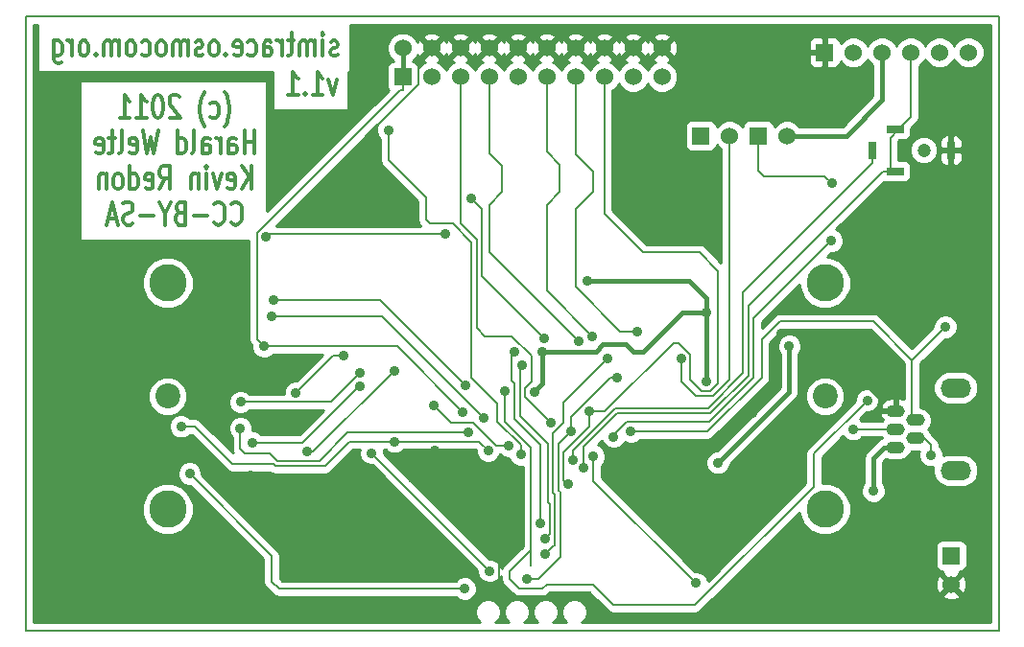
<source format=gbl>
G04 (created by PCBNEW-RS274X (2011-06-08)-testing) date Fr 01 Jul 2011 23:29:28 CEST*
G01*
G70*
G90*
%MOIN*%
G04 Gerber Fmt 3.4, Leading zero omitted, Abs format*
%FSLAX34Y34*%
G04 APERTURE LIST*
%ADD10C,0.006000*%
%ADD11C,0.012000*%
%ADD12C,0.008000*%
%ADD13R,0.060000X0.060000*%
%ADD14C,0.060000*%
%ADD15C,0.086600*%
%ADD16C,0.129900*%
%ADD17C,0.047200*%
%ADD18R,0.027600X0.059100*%
%ADD19R,0.059100X0.027600*%
%ADD20O,0.106300X0.066900*%
%ADD21O,0.065000X0.043300*%
%ADD22C,0.035000*%
%ADD23C,0.016000*%
%ADD24C,0.010000*%
G04 APERTURE END LIST*
G54D10*
G54D11*
X25256Y-37140D02*
X25113Y-37674D01*
X24971Y-37140D01*
X24428Y-37674D02*
X24771Y-37674D01*
X24599Y-37674D02*
X24599Y-36874D01*
X24656Y-36988D01*
X24714Y-37064D01*
X24771Y-37102D01*
X24171Y-37598D02*
X24143Y-37636D01*
X24171Y-37674D01*
X24200Y-37636D01*
X24171Y-37598D01*
X24171Y-37674D01*
X23571Y-37674D02*
X23914Y-37674D01*
X23742Y-37674D02*
X23742Y-36874D01*
X23799Y-36988D01*
X23857Y-37064D01*
X23914Y-37102D01*
X21363Y-38779D02*
X21391Y-38740D01*
X21448Y-38626D01*
X21477Y-38550D01*
X21506Y-38436D01*
X21534Y-38245D01*
X21534Y-38093D01*
X21506Y-37902D01*
X21477Y-37788D01*
X21448Y-37712D01*
X21391Y-37598D01*
X21363Y-37560D01*
X20877Y-38436D02*
X20934Y-38474D01*
X21048Y-38474D01*
X21106Y-38436D01*
X21134Y-38398D01*
X21163Y-38321D01*
X21163Y-38093D01*
X21134Y-38017D01*
X21106Y-37979D01*
X21048Y-37940D01*
X20934Y-37940D01*
X20877Y-37979D01*
X20677Y-38779D02*
X20649Y-38740D01*
X20592Y-38626D01*
X20563Y-38550D01*
X20534Y-38436D01*
X20506Y-38245D01*
X20506Y-38093D01*
X20534Y-37902D01*
X20563Y-37788D01*
X20592Y-37712D01*
X20649Y-37598D01*
X20677Y-37560D01*
X19792Y-37750D02*
X19763Y-37712D01*
X19706Y-37674D01*
X19563Y-37674D01*
X19506Y-37712D01*
X19477Y-37750D01*
X19449Y-37826D01*
X19449Y-37902D01*
X19477Y-38017D01*
X19820Y-38474D01*
X19449Y-38474D01*
X19078Y-37674D02*
X19021Y-37674D01*
X18964Y-37712D01*
X18935Y-37750D01*
X18906Y-37826D01*
X18878Y-37979D01*
X18878Y-38169D01*
X18906Y-38321D01*
X18935Y-38398D01*
X18964Y-38436D01*
X19021Y-38474D01*
X19078Y-38474D01*
X19135Y-38436D01*
X19164Y-38398D01*
X19192Y-38321D01*
X19221Y-38169D01*
X19221Y-37979D01*
X19192Y-37826D01*
X19164Y-37750D01*
X19135Y-37712D01*
X19078Y-37674D01*
X18307Y-38474D02*
X18650Y-38474D01*
X18478Y-38474D02*
X18478Y-37674D01*
X18535Y-37788D01*
X18593Y-37864D01*
X18650Y-37902D01*
X17736Y-38474D02*
X18079Y-38474D01*
X17907Y-38474D02*
X17907Y-37674D01*
X17964Y-37788D01*
X18022Y-37864D01*
X18079Y-37902D01*
X22392Y-39714D02*
X22392Y-38914D01*
X22392Y-39295D02*
X22049Y-39295D01*
X22049Y-39714D02*
X22049Y-38914D01*
X21506Y-39714D02*
X21506Y-39295D01*
X21535Y-39219D01*
X21592Y-39180D01*
X21706Y-39180D01*
X21763Y-39219D01*
X21506Y-39676D02*
X21563Y-39714D01*
X21706Y-39714D01*
X21763Y-39676D01*
X21792Y-39600D01*
X21792Y-39523D01*
X21763Y-39447D01*
X21706Y-39409D01*
X21563Y-39409D01*
X21506Y-39371D01*
X21220Y-39714D02*
X21220Y-39180D01*
X21220Y-39333D02*
X21192Y-39257D01*
X21163Y-39219D01*
X21106Y-39180D01*
X21049Y-39180D01*
X20592Y-39714D02*
X20592Y-39295D01*
X20621Y-39219D01*
X20678Y-39180D01*
X20792Y-39180D01*
X20849Y-39219D01*
X20592Y-39676D02*
X20649Y-39714D01*
X20792Y-39714D01*
X20849Y-39676D01*
X20878Y-39600D01*
X20878Y-39523D01*
X20849Y-39447D01*
X20792Y-39409D01*
X20649Y-39409D01*
X20592Y-39371D01*
X20220Y-39714D02*
X20278Y-39676D01*
X20306Y-39600D01*
X20306Y-38914D01*
X19735Y-39714D02*
X19735Y-38914D01*
X19735Y-39676D02*
X19792Y-39714D01*
X19906Y-39714D01*
X19964Y-39676D01*
X19992Y-39638D01*
X20021Y-39561D01*
X20021Y-39333D01*
X19992Y-39257D01*
X19964Y-39219D01*
X19906Y-39180D01*
X19792Y-39180D01*
X19735Y-39219D01*
X19049Y-38914D02*
X18906Y-39714D01*
X18792Y-39142D01*
X18678Y-39714D01*
X18535Y-38914D01*
X18078Y-39676D02*
X18135Y-39714D01*
X18249Y-39714D01*
X18306Y-39676D01*
X18335Y-39600D01*
X18335Y-39295D01*
X18306Y-39219D01*
X18249Y-39180D01*
X18135Y-39180D01*
X18078Y-39219D01*
X18049Y-39295D01*
X18049Y-39371D01*
X18335Y-39447D01*
X17706Y-39714D02*
X17764Y-39676D01*
X17792Y-39600D01*
X17792Y-38914D01*
X17564Y-39180D02*
X17335Y-39180D01*
X17478Y-38914D02*
X17478Y-39600D01*
X17450Y-39676D01*
X17392Y-39714D01*
X17335Y-39714D01*
X16907Y-39676D02*
X16964Y-39714D01*
X17078Y-39714D01*
X17135Y-39676D01*
X17164Y-39600D01*
X17164Y-39295D01*
X17135Y-39219D01*
X17078Y-39180D01*
X16964Y-39180D01*
X16907Y-39219D01*
X16878Y-39295D01*
X16878Y-39371D01*
X17164Y-39447D01*
X22307Y-40954D02*
X22307Y-40154D01*
X21964Y-40954D02*
X22221Y-40497D01*
X21964Y-40154D02*
X22307Y-40611D01*
X21479Y-40916D02*
X21536Y-40954D01*
X21650Y-40954D01*
X21707Y-40916D01*
X21736Y-40840D01*
X21736Y-40535D01*
X21707Y-40459D01*
X21650Y-40420D01*
X21536Y-40420D01*
X21479Y-40459D01*
X21450Y-40535D01*
X21450Y-40611D01*
X21736Y-40687D01*
X21250Y-40420D02*
X21107Y-40954D01*
X20965Y-40420D01*
X20736Y-40954D02*
X20736Y-40420D01*
X20736Y-40154D02*
X20765Y-40192D01*
X20736Y-40230D01*
X20708Y-40192D01*
X20736Y-40154D01*
X20736Y-40230D01*
X20450Y-40420D02*
X20450Y-40954D01*
X20450Y-40497D02*
X20422Y-40459D01*
X20364Y-40420D01*
X20279Y-40420D01*
X20222Y-40459D01*
X20193Y-40535D01*
X20193Y-40954D01*
X19107Y-40954D02*
X19307Y-40573D01*
X19450Y-40954D02*
X19450Y-40154D01*
X19222Y-40154D01*
X19164Y-40192D01*
X19136Y-40230D01*
X19107Y-40306D01*
X19107Y-40420D01*
X19136Y-40497D01*
X19164Y-40535D01*
X19222Y-40573D01*
X19450Y-40573D01*
X18622Y-40916D02*
X18679Y-40954D01*
X18793Y-40954D01*
X18850Y-40916D01*
X18879Y-40840D01*
X18879Y-40535D01*
X18850Y-40459D01*
X18793Y-40420D01*
X18679Y-40420D01*
X18622Y-40459D01*
X18593Y-40535D01*
X18593Y-40611D01*
X18879Y-40687D01*
X18079Y-40954D02*
X18079Y-40154D01*
X18079Y-40916D02*
X18136Y-40954D01*
X18250Y-40954D01*
X18308Y-40916D01*
X18336Y-40878D01*
X18365Y-40801D01*
X18365Y-40573D01*
X18336Y-40497D01*
X18308Y-40459D01*
X18250Y-40420D01*
X18136Y-40420D01*
X18079Y-40459D01*
X17707Y-40954D02*
X17765Y-40916D01*
X17793Y-40878D01*
X17822Y-40801D01*
X17822Y-40573D01*
X17793Y-40497D01*
X17765Y-40459D01*
X17707Y-40420D01*
X17622Y-40420D01*
X17565Y-40459D01*
X17536Y-40497D01*
X17507Y-40573D01*
X17507Y-40801D01*
X17536Y-40878D01*
X17565Y-40916D01*
X17622Y-40954D01*
X17707Y-40954D01*
X17250Y-40420D02*
X17250Y-40954D01*
X17250Y-40497D02*
X17222Y-40459D01*
X17164Y-40420D01*
X17079Y-40420D01*
X17022Y-40459D01*
X16993Y-40535D01*
X16993Y-40954D01*
X21606Y-42118D02*
X21635Y-42156D01*
X21721Y-42194D01*
X21778Y-42194D01*
X21863Y-42156D01*
X21921Y-42080D01*
X21949Y-42003D01*
X21978Y-41851D01*
X21978Y-41737D01*
X21949Y-41584D01*
X21921Y-41508D01*
X21863Y-41432D01*
X21778Y-41394D01*
X21721Y-41394D01*
X21635Y-41432D01*
X21606Y-41470D01*
X21006Y-42118D02*
X21035Y-42156D01*
X21121Y-42194D01*
X21178Y-42194D01*
X21263Y-42156D01*
X21321Y-42080D01*
X21349Y-42003D01*
X21378Y-41851D01*
X21378Y-41737D01*
X21349Y-41584D01*
X21321Y-41508D01*
X21263Y-41432D01*
X21178Y-41394D01*
X21121Y-41394D01*
X21035Y-41432D01*
X21006Y-41470D01*
X20749Y-41889D02*
X20292Y-41889D01*
X19806Y-41775D02*
X19720Y-41813D01*
X19692Y-41851D01*
X19663Y-41927D01*
X19663Y-42041D01*
X19692Y-42118D01*
X19720Y-42156D01*
X19778Y-42194D01*
X20006Y-42194D01*
X20006Y-41394D01*
X19806Y-41394D01*
X19749Y-41432D01*
X19720Y-41470D01*
X19692Y-41546D01*
X19692Y-41622D01*
X19720Y-41699D01*
X19749Y-41737D01*
X19806Y-41775D01*
X20006Y-41775D01*
X19292Y-41813D02*
X19292Y-42194D01*
X19492Y-41394D02*
X19292Y-41813D01*
X19092Y-41394D01*
X18892Y-41889D02*
X18435Y-41889D01*
X18178Y-42156D02*
X18092Y-42194D01*
X17949Y-42194D01*
X17892Y-42156D01*
X17863Y-42118D01*
X17835Y-42041D01*
X17835Y-41965D01*
X17863Y-41889D01*
X17892Y-41851D01*
X17949Y-41813D01*
X18063Y-41775D01*
X18121Y-41737D01*
X18149Y-41699D01*
X18178Y-41622D01*
X18178Y-41546D01*
X18149Y-41470D01*
X18121Y-41432D01*
X18063Y-41394D01*
X17921Y-41394D01*
X17835Y-41432D01*
X17607Y-41965D02*
X17321Y-41965D01*
X17664Y-42194D02*
X17464Y-41394D01*
X17264Y-42194D01*
G54D12*
X14450Y-56300D02*
X14450Y-34950D01*
X48250Y-56300D02*
X14450Y-56300D01*
X48250Y-34950D02*
X48250Y-56300D01*
X15250Y-34950D02*
X48250Y-34950D01*
X14450Y-34950D02*
X15250Y-34950D01*
G54D11*
X25293Y-36286D02*
X25236Y-36324D01*
X25121Y-36324D01*
X25064Y-36286D01*
X25036Y-36210D01*
X25036Y-36171D01*
X25064Y-36095D01*
X25121Y-36057D01*
X25207Y-36057D01*
X25264Y-36019D01*
X25293Y-35943D01*
X25293Y-35905D01*
X25264Y-35829D01*
X25207Y-35790D01*
X25121Y-35790D01*
X25064Y-35829D01*
X24778Y-36324D02*
X24778Y-35790D01*
X24778Y-35524D02*
X24807Y-35562D01*
X24778Y-35600D01*
X24750Y-35562D01*
X24778Y-35524D01*
X24778Y-35600D01*
X24492Y-36324D02*
X24492Y-35790D01*
X24492Y-35867D02*
X24464Y-35829D01*
X24406Y-35790D01*
X24321Y-35790D01*
X24264Y-35829D01*
X24235Y-35905D01*
X24235Y-36324D01*
X24235Y-35905D02*
X24206Y-35829D01*
X24149Y-35790D01*
X24064Y-35790D01*
X24006Y-35829D01*
X23978Y-35905D01*
X23978Y-36324D01*
X23778Y-35790D02*
X23549Y-35790D01*
X23692Y-35524D02*
X23692Y-36210D01*
X23664Y-36286D01*
X23606Y-36324D01*
X23549Y-36324D01*
X23349Y-36324D02*
X23349Y-35790D01*
X23349Y-35943D02*
X23321Y-35867D01*
X23292Y-35829D01*
X23235Y-35790D01*
X23178Y-35790D01*
X22721Y-36324D02*
X22721Y-35905D01*
X22750Y-35829D01*
X22807Y-35790D01*
X22921Y-35790D01*
X22978Y-35829D01*
X22721Y-36286D02*
X22778Y-36324D01*
X22921Y-36324D01*
X22978Y-36286D01*
X23007Y-36210D01*
X23007Y-36133D01*
X22978Y-36057D01*
X22921Y-36019D01*
X22778Y-36019D01*
X22721Y-35981D01*
X22178Y-36286D02*
X22235Y-36324D01*
X22349Y-36324D01*
X22407Y-36286D01*
X22435Y-36248D01*
X22464Y-36171D01*
X22464Y-35943D01*
X22435Y-35867D01*
X22407Y-35829D01*
X22349Y-35790D01*
X22235Y-35790D01*
X22178Y-35829D01*
X21693Y-36286D02*
X21750Y-36324D01*
X21864Y-36324D01*
X21921Y-36286D01*
X21950Y-36210D01*
X21950Y-35905D01*
X21921Y-35829D01*
X21864Y-35790D01*
X21750Y-35790D01*
X21693Y-35829D01*
X21664Y-35905D01*
X21664Y-35981D01*
X21950Y-36057D01*
X21407Y-36248D02*
X21379Y-36286D01*
X21407Y-36324D01*
X21436Y-36286D01*
X21407Y-36248D01*
X21407Y-36324D01*
X21035Y-36324D02*
X21093Y-36286D01*
X21121Y-36248D01*
X21150Y-36171D01*
X21150Y-35943D01*
X21121Y-35867D01*
X21093Y-35829D01*
X21035Y-35790D01*
X20950Y-35790D01*
X20893Y-35829D01*
X20864Y-35867D01*
X20835Y-35943D01*
X20835Y-36171D01*
X20864Y-36248D01*
X20893Y-36286D01*
X20950Y-36324D01*
X21035Y-36324D01*
X20607Y-36286D02*
X20550Y-36324D01*
X20435Y-36324D01*
X20378Y-36286D01*
X20350Y-36210D01*
X20350Y-36171D01*
X20378Y-36095D01*
X20435Y-36057D01*
X20521Y-36057D01*
X20578Y-36019D01*
X20607Y-35943D01*
X20607Y-35905D01*
X20578Y-35829D01*
X20521Y-35790D01*
X20435Y-35790D01*
X20378Y-35829D01*
X20092Y-36324D02*
X20092Y-35790D01*
X20092Y-35867D02*
X20064Y-35829D01*
X20006Y-35790D01*
X19921Y-35790D01*
X19864Y-35829D01*
X19835Y-35905D01*
X19835Y-36324D01*
X19835Y-35905D02*
X19806Y-35829D01*
X19749Y-35790D01*
X19664Y-35790D01*
X19606Y-35829D01*
X19578Y-35905D01*
X19578Y-36324D01*
X19206Y-36324D02*
X19264Y-36286D01*
X19292Y-36248D01*
X19321Y-36171D01*
X19321Y-35943D01*
X19292Y-35867D01*
X19264Y-35829D01*
X19206Y-35790D01*
X19121Y-35790D01*
X19064Y-35829D01*
X19035Y-35867D01*
X19006Y-35943D01*
X19006Y-36171D01*
X19035Y-36248D01*
X19064Y-36286D01*
X19121Y-36324D01*
X19206Y-36324D01*
X18492Y-36286D02*
X18549Y-36324D01*
X18663Y-36324D01*
X18721Y-36286D01*
X18749Y-36248D01*
X18778Y-36171D01*
X18778Y-35943D01*
X18749Y-35867D01*
X18721Y-35829D01*
X18663Y-35790D01*
X18549Y-35790D01*
X18492Y-35829D01*
X18149Y-36324D02*
X18207Y-36286D01*
X18235Y-36248D01*
X18264Y-36171D01*
X18264Y-35943D01*
X18235Y-35867D01*
X18207Y-35829D01*
X18149Y-35790D01*
X18064Y-35790D01*
X18007Y-35829D01*
X17978Y-35867D01*
X17949Y-35943D01*
X17949Y-36171D01*
X17978Y-36248D01*
X18007Y-36286D01*
X18064Y-36324D01*
X18149Y-36324D01*
X17692Y-36324D02*
X17692Y-35790D01*
X17692Y-35867D02*
X17664Y-35829D01*
X17606Y-35790D01*
X17521Y-35790D01*
X17464Y-35829D01*
X17435Y-35905D01*
X17435Y-36324D01*
X17435Y-35905D02*
X17406Y-35829D01*
X17349Y-35790D01*
X17264Y-35790D01*
X17206Y-35829D01*
X17178Y-35905D01*
X17178Y-36324D01*
X16892Y-36248D02*
X16864Y-36286D01*
X16892Y-36324D01*
X16921Y-36286D01*
X16892Y-36248D01*
X16892Y-36324D01*
X16520Y-36324D02*
X16578Y-36286D01*
X16606Y-36248D01*
X16635Y-36171D01*
X16635Y-35943D01*
X16606Y-35867D01*
X16578Y-35829D01*
X16520Y-35790D01*
X16435Y-35790D01*
X16378Y-35829D01*
X16349Y-35867D01*
X16320Y-35943D01*
X16320Y-36171D01*
X16349Y-36248D01*
X16378Y-36286D01*
X16435Y-36324D01*
X16520Y-36324D01*
X16063Y-36324D02*
X16063Y-35790D01*
X16063Y-35943D02*
X16035Y-35867D01*
X16006Y-35829D01*
X15949Y-35790D01*
X15892Y-35790D01*
X15435Y-35790D02*
X15435Y-36438D01*
X15464Y-36514D01*
X15492Y-36552D01*
X15549Y-36590D01*
X15635Y-36590D01*
X15692Y-36552D01*
X15435Y-36286D02*
X15492Y-36324D01*
X15606Y-36324D01*
X15664Y-36286D01*
X15692Y-36248D01*
X15721Y-36171D01*
X15721Y-35943D01*
X15692Y-35867D01*
X15664Y-35829D01*
X15606Y-35790D01*
X15492Y-35790D01*
X15435Y-35829D01*
G54D13*
X27550Y-37050D03*
G54D14*
X27550Y-36050D03*
X28550Y-37050D03*
X28550Y-36050D03*
X29550Y-37050D03*
X29550Y-36050D03*
X30550Y-37050D03*
X30550Y-36050D03*
X31550Y-37050D03*
X31550Y-36050D03*
X32550Y-37050D03*
X32550Y-36050D03*
X33550Y-37050D03*
X33550Y-36050D03*
X34550Y-37050D03*
X34550Y-36050D03*
X35550Y-37050D03*
X35550Y-36050D03*
X36550Y-37050D03*
X36550Y-36050D03*
G54D13*
X37900Y-39100D03*
G54D14*
X38900Y-39100D03*
G54D13*
X39900Y-39100D03*
G54D14*
X40900Y-39100D03*
G54D13*
X46600Y-53700D03*
G54D14*
X46600Y-54700D03*
G54D13*
X42200Y-36200D03*
G54D14*
X43200Y-36200D03*
X44200Y-36200D03*
X45200Y-36200D03*
X46200Y-36200D03*
X47200Y-36200D03*
G54D15*
X19383Y-48150D03*
X42217Y-48150D03*
G54D16*
X19383Y-52087D03*
X19383Y-44213D03*
X42217Y-52087D03*
X42217Y-44213D03*
G54D17*
X45650Y-39600D03*
G54D18*
X46595Y-39600D03*
G54D19*
X44666Y-40328D03*
X44666Y-38872D03*
G54D18*
X43878Y-39600D03*
G54D20*
X46761Y-50737D03*
X46761Y-47863D03*
G54D21*
X44665Y-49930D03*
X44665Y-49300D03*
X44665Y-48670D03*
X45353Y-49615D03*
X45353Y-48985D03*
G54D22*
X38100Y-47650D03*
X33950Y-44150D03*
X38100Y-45250D03*
X32381Y-46593D03*
X32122Y-48008D03*
X34042Y-48691D03*
X33280Y-51206D03*
X35475Y-49372D03*
X46403Y-45736D03*
X32500Y-53650D03*
X34665Y-46842D03*
X22328Y-49781D03*
X26051Y-47815D03*
X31232Y-49886D03*
X28631Y-48470D03*
X33845Y-50631D03*
X33464Y-50369D03*
X24224Y-50080D03*
X27249Y-47275D03*
X29700Y-54850D03*
X20150Y-50850D03*
X31850Y-54500D03*
X33395Y-49386D03*
X35003Y-47501D03*
X23838Y-48039D03*
X25507Y-46753D03*
X31436Y-46623D03*
X32332Y-52578D03*
X31712Y-47061D03*
X32509Y-53094D03*
X29736Y-47770D03*
X23071Y-44795D03*
X21911Y-49270D03*
X29814Y-49412D03*
X30352Y-48908D03*
X22997Y-45371D03*
X21925Y-48358D03*
X26064Y-47352D03*
X37727Y-54653D03*
X34177Y-50252D03*
X29938Y-41291D03*
X32454Y-46139D03*
X27050Y-38900D03*
X31656Y-50189D03*
X34131Y-46062D03*
X32696Y-49060D03*
X35700Y-45900D03*
X42446Y-42745D03*
X42450Y-40750D03*
X34876Y-49563D03*
X33654Y-46232D03*
X19850Y-49200D03*
X27270Y-49734D03*
X30518Y-50049D03*
X30568Y-54229D03*
X26470Y-50131D03*
X38489Y-50467D03*
X40977Y-46417D03*
X29636Y-48701D03*
X22732Y-46424D03*
X22250Y-50900D03*
X24450Y-51800D03*
X26500Y-40200D03*
X47500Y-42200D03*
X33000Y-55100D03*
X27893Y-51021D03*
X29197Y-51944D03*
X40682Y-45977D03*
X27778Y-41852D03*
X25345Y-50750D03*
X28661Y-50057D03*
X39708Y-48759D03*
X22810Y-42605D03*
X29031Y-42516D03*
X37228Y-46836D03*
X43685Y-48295D03*
X31109Y-47972D03*
X45900Y-50200D03*
X43900Y-51450D03*
X43200Y-49300D03*
G54D23*
X32122Y-48008D02*
X32122Y-47978D01*
X32381Y-47719D02*
X32381Y-46593D01*
X32122Y-47978D02*
X32381Y-47719D01*
X33950Y-44150D02*
X37500Y-44150D01*
X37500Y-44150D02*
X38100Y-44750D01*
X38100Y-44750D02*
X38100Y-45250D01*
X32381Y-46593D02*
X34257Y-46593D01*
X34257Y-46593D02*
X34500Y-46350D01*
X34500Y-46350D02*
X35300Y-46350D01*
X35300Y-46350D02*
X35550Y-46600D01*
X35550Y-46600D02*
X35900Y-46600D01*
X35900Y-46600D02*
X37250Y-45250D01*
X37250Y-45250D02*
X38100Y-45250D01*
X38100Y-45250D02*
X38100Y-47650D01*
G54D12*
X37500Y-44150D02*
X37619Y-44269D01*
X37619Y-44269D02*
X38100Y-44750D01*
X38100Y-44750D02*
X38100Y-45250D01*
X34550Y-37050D02*
X34550Y-41800D01*
X37850Y-43150D02*
X38502Y-43802D01*
X35900Y-43150D02*
X37850Y-43150D01*
X34550Y-41800D02*
X35900Y-43150D01*
X34042Y-49204D02*
X34042Y-48691D01*
X33144Y-50102D02*
X34042Y-49204D01*
X33144Y-51070D02*
X33144Y-50102D01*
X33280Y-51206D02*
X33144Y-51070D01*
X34557Y-48691D02*
X34042Y-48691D01*
X36951Y-46297D02*
X34557Y-48691D01*
X37140Y-46297D02*
X36951Y-46297D01*
X37546Y-46703D02*
X37140Y-46297D01*
X37546Y-47574D02*
X37546Y-46703D01*
X37941Y-47969D02*
X37546Y-47574D01*
X38232Y-47969D02*
X37941Y-47969D01*
X38502Y-47699D02*
X38232Y-47969D01*
X38502Y-43802D02*
X38502Y-47699D01*
X38140Y-49372D02*
X35475Y-49372D01*
X40017Y-47495D02*
X38140Y-49372D01*
X40017Y-46191D02*
X40017Y-47495D01*
X40657Y-45551D02*
X40017Y-46191D01*
X43902Y-45551D02*
X40657Y-45551D01*
X45245Y-46894D02*
X43902Y-45551D01*
X45245Y-48985D02*
X45245Y-46894D01*
X45245Y-46894D02*
X46403Y-45736D01*
X32833Y-53350D02*
X32800Y-53350D01*
X32800Y-53350D02*
X32500Y-53650D01*
X32833Y-53350D02*
X32833Y-51569D01*
X32833Y-51569D02*
X32778Y-51514D01*
X32778Y-51514D02*
X32778Y-49455D01*
X32778Y-49455D02*
X33143Y-49090D01*
X33143Y-49090D02*
X33143Y-48364D01*
X33143Y-48364D02*
X34665Y-46842D01*
X24073Y-49781D02*
X22328Y-49781D01*
X26039Y-47815D02*
X24073Y-49781D01*
X26051Y-47815D02*
X26039Y-47815D01*
X31232Y-49885D02*
X31232Y-49886D01*
X30809Y-49885D02*
X31232Y-49885D01*
X30003Y-49079D02*
X30809Y-49885D01*
X29240Y-49079D02*
X30003Y-49079D01*
X28631Y-48470D02*
X29240Y-49079D01*
X44666Y-38872D02*
X44776Y-38872D01*
X44666Y-40328D02*
X44480Y-40328D01*
X44480Y-40328D02*
X44227Y-40328D01*
X44480Y-39168D02*
X44776Y-38872D01*
X44480Y-40328D02*
X44480Y-39168D01*
X45200Y-38448D02*
X45200Y-36200D01*
X44776Y-38872D02*
X45200Y-38448D01*
X33845Y-49922D02*
X33845Y-50631D01*
X35008Y-48759D02*
X33845Y-49922D01*
X38232Y-48759D02*
X35008Y-48759D01*
X39560Y-47431D02*
X38232Y-48759D01*
X39560Y-44995D02*
X39560Y-47431D01*
X44227Y-40328D02*
X39560Y-44995D01*
X43878Y-39600D02*
X43878Y-40039D01*
X33464Y-50043D02*
X33464Y-50369D01*
X34931Y-48576D02*
X33464Y-50043D01*
X38155Y-48576D02*
X34931Y-48576D01*
X39377Y-47354D02*
X38155Y-48576D01*
X39377Y-44540D02*
X39377Y-47354D01*
X43878Y-40039D02*
X39377Y-44540D01*
X27249Y-47275D02*
X24444Y-50080D01*
X24444Y-50080D02*
X24224Y-50080D01*
X23250Y-54850D02*
X29700Y-54850D01*
X23000Y-54600D02*
X23250Y-54850D01*
X23000Y-53700D02*
X23000Y-54600D01*
X20150Y-50850D02*
X23000Y-53700D01*
X33016Y-53700D02*
X33016Y-53734D01*
X33395Y-49386D02*
X32961Y-49820D01*
X32961Y-51436D02*
X32961Y-49820D01*
X33016Y-51491D02*
X32961Y-51436D01*
X33016Y-53700D02*
X33016Y-51491D01*
X33016Y-53734D02*
X32250Y-54500D01*
X32250Y-54500D02*
X31850Y-54500D01*
X33395Y-48875D02*
X33395Y-49386D01*
X34769Y-47501D02*
X33395Y-48875D01*
X35003Y-47501D02*
X34769Y-47501D01*
X25124Y-46753D02*
X25507Y-46753D01*
X23838Y-48039D02*
X25124Y-46753D01*
X31334Y-46725D02*
X31436Y-46623D01*
X31334Y-47606D02*
X31334Y-46725D01*
X31438Y-47710D02*
X31334Y-47606D01*
X31438Y-48945D02*
X31438Y-47710D01*
X32332Y-49839D02*
X31438Y-48945D01*
X32332Y-52578D02*
X32332Y-49839D01*
X32650Y-52953D02*
X32509Y-53094D01*
X32650Y-51906D02*
X32650Y-52953D01*
X32595Y-51851D02*
X32650Y-51906D01*
X32595Y-49806D02*
X32595Y-51851D01*
X31621Y-48832D02*
X32595Y-49806D01*
X31621Y-47152D02*
X31621Y-48832D01*
X31712Y-47061D02*
X31621Y-47152D01*
X26761Y-44795D02*
X29736Y-47770D01*
X23071Y-44795D02*
X26761Y-44795D01*
X29814Y-49412D02*
X25644Y-49412D01*
X25644Y-49412D02*
X24657Y-50399D01*
X24657Y-50399D02*
X23210Y-50399D01*
X23210Y-50399D02*
X22941Y-50130D01*
X22941Y-50130D02*
X22049Y-50130D01*
X22049Y-50130D02*
X21911Y-49992D01*
X21911Y-49992D02*
X21911Y-49270D01*
X26815Y-45371D02*
X30352Y-48908D01*
X22997Y-45371D02*
X26815Y-45371D01*
X25058Y-48358D02*
X26064Y-47352D01*
X21925Y-48358D02*
X25058Y-48358D01*
X34177Y-51103D02*
X34177Y-50252D01*
X37727Y-54653D02*
X34177Y-51103D01*
X30306Y-43991D02*
X32454Y-46139D01*
X30306Y-41659D02*
X30306Y-43991D01*
X29938Y-41291D02*
X30306Y-41659D01*
X27050Y-38900D02*
X27050Y-39950D01*
X28500Y-42150D02*
X29293Y-42150D01*
X28350Y-42000D02*
X28500Y-42150D01*
X28350Y-41250D02*
X28350Y-42000D01*
X27050Y-39950D02*
X28350Y-41250D01*
X31656Y-49858D02*
X31656Y-50189D01*
X30837Y-49039D02*
X31656Y-49858D01*
X30837Y-48396D02*
X30837Y-49039D01*
X29939Y-47498D02*
X30837Y-48396D01*
X29939Y-42796D02*
X29939Y-47498D01*
X29293Y-42150D02*
X29939Y-42796D01*
X32550Y-39600D02*
X32550Y-39650D01*
X33000Y-41050D02*
X32550Y-41500D01*
X33000Y-40100D02*
X33000Y-41050D01*
X32550Y-39650D02*
X33000Y-40100D01*
X32550Y-44481D02*
X32550Y-41500D01*
X34131Y-46062D02*
X32550Y-44481D01*
X32550Y-39600D02*
X32550Y-37050D01*
X31338Y-46062D02*
X30412Y-46062D01*
X30121Y-44650D02*
X30122Y-44650D01*
X30121Y-45771D02*
X30121Y-44650D01*
X30412Y-46062D02*
X30121Y-45771D01*
X31804Y-48168D02*
X32696Y-49060D01*
X31804Y-47876D02*
X31804Y-48168D01*
X32032Y-47648D02*
X31804Y-47876D01*
X32032Y-46756D02*
X32032Y-47648D01*
X31338Y-46062D02*
X32032Y-46756D01*
X30122Y-42720D02*
X30122Y-44650D01*
X29550Y-42148D02*
X30122Y-42720D01*
X29550Y-37050D02*
X29550Y-42148D01*
X35700Y-45900D02*
X35105Y-45900D01*
X35105Y-45900D02*
X33550Y-44345D01*
X33550Y-39700D02*
X33550Y-39750D01*
X34150Y-41050D02*
X33550Y-41650D01*
X34150Y-40350D02*
X34150Y-41050D01*
X33550Y-39750D02*
X34150Y-40350D01*
X33550Y-44345D02*
X33550Y-41650D01*
X33550Y-39700D02*
X33550Y-37050D01*
X39900Y-39100D02*
X39900Y-40300D01*
X40100Y-40500D02*
X39900Y-40300D01*
X42200Y-40500D02*
X40100Y-40500D01*
X42450Y-40750D02*
X42200Y-40500D01*
X42446Y-42745D02*
X39744Y-45447D01*
X39744Y-45447D02*
X39744Y-47507D01*
X39744Y-47507D02*
X38197Y-49054D01*
X38197Y-49054D02*
X35343Y-49054D01*
X35343Y-49054D02*
X34876Y-49521D01*
X34876Y-49521D02*
X34876Y-49563D01*
X30550Y-39700D02*
X31000Y-40150D01*
X31000Y-41050D02*
X30550Y-41500D01*
X31000Y-40150D02*
X31000Y-41050D01*
X30550Y-43128D02*
X33654Y-46232D01*
X30550Y-37050D02*
X30550Y-39700D01*
X30550Y-41500D02*
X30550Y-43128D01*
X19850Y-49200D02*
X19861Y-49211D01*
X19861Y-49211D02*
X20339Y-49211D01*
X27270Y-49734D02*
X25706Y-49734D01*
X21635Y-50507D02*
X20664Y-49536D01*
X20664Y-49536D02*
X20339Y-49211D01*
X23058Y-50507D02*
X21635Y-50507D01*
X23133Y-50582D02*
X23058Y-50507D01*
X24858Y-50582D02*
X23133Y-50582D01*
X25706Y-49734D02*
X24858Y-50582D01*
X20339Y-49211D02*
X20338Y-49210D01*
X30203Y-49734D02*
X27270Y-49734D01*
X30518Y-50049D02*
X30203Y-49734D01*
X26470Y-50131D02*
X30568Y-54229D01*
G54D23*
X40900Y-39100D02*
X42950Y-39100D01*
X44200Y-37850D02*
X44200Y-36200D01*
X42950Y-39100D02*
X44200Y-37850D01*
X27550Y-36050D02*
X27550Y-37050D01*
X38489Y-50467D02*
X38506Y-50467D01*
X38506Y-50467D02*
X40977Y-47996D01*
X40977Y-47996D02*
X40977Y-46417D01*
G54D12*
X40986Y-47987D02*
X40986Y-46417D01*
X38506Y-50467D02*
X38552Y-50421D01*
X38552Y-50421D02*
X40986Y-47987D01*
X40986Y-46417D02*
X40977Y-46417D01*
X40986Y-46383D02*
X40987Y-46383D01*
X40986Y-46417D02*
X40986Y-46383D01*
X27550Y-37050D02*
X27550Y-37493D01*
X22740Y-46416D02*
X22732Y-46424D01*
X27351Y-46416D02*
X29636Y-48701D01*
X22740Y-46416D02*
X27351Y-46416D01*
X22492Y-46168D02*
X22740Y-46416D01*
X22492Y-42473D02*
X22492Y-46168D01*
X27472Y-37493D02*
X22492Y-42473D01*
X27550Y-37493D02*
X27472Y-37493D01*
X24796Y-51300D02*
X22650Y-51300D01*
X22650Y-51300D02*
X22250Y-50900D01*
X24796Y-51299D02*
X24796Y-51300D01*
X24796Y-51300D02*
X24796Y-51454D01*
X24796Y-51454D02*
X24450Y-51800D01*
X26500Y-40200D02*
X26500Y-39700D01*
X26500Y-39700D02*
X26350Y-39550D01*
X28100Y-37250D02*
X28106Y-37250D01*
X28106Y-37256D02*
X28100Y-37250D01*
X28106Y-37294D02*
X28106Y-37256D01*
X26350Y-39050D02*
X28106Y-37294D01*
X26350Y-39550D02*
X26350Y-39050D01*
X27778Y-41478D02*
X27778Y-41852D01*
X26500Y-40200D02*
X27778Y-41478D01*
X46595Y-41295D02*
X46595Y-39600D01*
X47500Y-42200D02*
X46595Y-41295D01*
X30874Y-53427D02*
X30877Y-53427D01*
X31050Y-55100D02*
X33000Y-55100D01*
X30900Y-54950D02*
X31050Y-55100D01*
X30900Y-53450D02*
X30900Y-54950D01*
X30877Y-53427D02*
X30900Y-53450D01*
X29391Y-51944D02*
X30874Y-53427D01*
X29197Y-51944D02*
X29391Y-51944D01*
X24796Y-51299D02*
X25345Y-50750D01*
X44773Y-48670D02*
X44196Y-48670D01*
X41818Y-45977D02*
X40682Y-45977D01*
X44196Y-48355D02*
X41818Y-45977D01*
X44196Y-48670D02*
X44196Y-48355D01*
X28550Y-36050D02*
X28106Y-36494D01*
X28106Y-36494D02*
X28106Y-37250D01*
X28274Y-50444D02*
X28661Y-50057D01*
X28274Y-51021D02*
X28274Y-50444D01*
X27893Y-51021D02*
X28274Y-51021D01*
X28274Y-51021D02*
X29197Y-51944D01*
X40561Y-46098D02*
X40682Y-45977D01*
X40561Y-47906D02*
X40561Y-46098D01*
X39708Y-48759D02*
X40561Y-47906D01*
X22810Y-42605D02*
X22899Y-42516D01*
X22899Y-42516D02*
X29031Y-42516D01*
X38900Y-47570D02*
X38900Y-39100D01*
X38317Y-48153D02*
X38900Y-47570D01*
X37729Y-48153D02*
X38317Y-48153D01*
X37228Y-47652D02*
X37729Y-48153D01*
X37228Y-46836D02*
X37228Y-47652D01*
X32007Y-52850D02*
X32007Y-53493D01*
X34150Y-54700D02*
X34500Y-55050D01*
X32550Y-54700D02*
X34150Y-54700D01*
X32400Y-54850D02*
X32550Y-54700D01*
X31600Y-54850D02*
X32400Y-54850D01*
X31250Y-54500D02*
X31600Y-54850D01*
X31250Y-54250D02*
X31250Y-54500D01*
X32007Y-53493D02*
X31250Y-54250D01*
X32007Y-53900D02*
X32007Y-54057D01*
X34450Y-55000D02*
X34500Y-55050D01*
X34500Y-55050D02*
X34867Y-55417D01*
X37702Y-55417D02*
X34867Y-55417D01*
X41826Y-51293D02*
X37702Y-55417D01*
X41826Y-50154D02*
X41826Y-51293D01*
X43685Y-48295D02*
X41826Y-50154D01*
X31109Y-49051D02*
X31109Y-47972D01*
X32007Y-49949D02*
X31109Y-49051D01*
X32007Y-53900D02*
X32007Y-52850D01*
X32007Y-52850D02*
X32007Y-49949D01*
X45900Y-49850D02*
X45900Y-50200D01*
X45665Y-49615D02*
X45900Y-49850D01*
X45245Y-49615D02*
X45665Y-49615D01*
G54D23*
X43900Y-50300D02*
X43900Y-51450D01*
X44270Y-49930D02*
X43900Y-50300D01*
X44773Y-49930D02*
X44270Y-49930D01*
G54D12*
X44773Y-49300D02*
X43200Y-49300D01*
G54D24*
X26670Y-38704D02*
X26670Y-38704D01*
X26591Y-38784D02*
X26637Y-38784D01*
X26511Y-38864D02*
X26625Y-38864D01*
X26431Y-38944D02*
X26625Y-38944D01*
X26351Y-39024D02*
X26642Y-39024D01*
X26271Y-39104D02*
X26675Y-39104D01*
X26191Y-39184D02*
X26733Y-39184D01*
X26111Y-39264D02*
X26760Y-39264D01*
X26031Y-39344D02*
X26760Y-39344D01*
X25951Y-39424D02*
X26760Y-39424D01*
X25871Y-39504D02*
X26760Y-39504D01*
X25791Y-39584D02*
X26760Y-39584D01*
X25711Y-39664D02*
X26760Y-39664D01*
X25631Y-39744D02*
X26760Y-39744D01*
X25551Y-39824D02*
X26760Y-39824D01*
X25471Y-39904D02*
X26760Y-39904D01*
X25391Y-39984D02*
X26767Y-39984D01*
X25311Y-40064D02*
X26785Y-40064D01*
X25231Y-40144D02*
X26838Y-40144D01*
X25151Y-40224D02*
X26914Y-40224D01*
X25071Y-40304D02*
X26994Y-40304D01*
X24991Y-40384D02*
X27074Y-40384D01*
X24911Y-40464D02*
X27154Y-40464D01*
X24831Y-40544D02*
X27234Y-40544D01*
X24751Y-40624D02*
X27314Y-40624D01*
X24671Y-40704D02*
X27394Y-40704D01*
X24591Y-40784D02*
X27474Y-40784D01*
X24511Y-40864D02*
X27554Y-40864D01*
X24431Y-40944D02*
X27634Y-40944D01*
X24351Y-41024D02*
X27714Y-41024D01*
X24271Y-41104D02*
X27794Y-41104D01*
X24191Y-41184D02*
X27874Y-41184D01*
X24111Y-41264D02*
X27954Y-41264D01*
X24031Y-41344D02*
X28034Y-41344D01*
X23951Y-41424D02*
X28060Y-41424D01*
X23871Y-41504D02*
X28060Y-41504D01*
X23791Y-41584D02*
X28060Y-41584D01*
X23711Y-41664D02*
X28060Y-41664D01*
X23631Y-41744D02*
X28060Y-41744D01*
X23551Y-41824D02*
X28060Y-41824D01*
X23471Y-41904D02*
X28060Y-41904D01*
X23391Y-41984D02*
X28060Y-41984D01*
X23311Y-42064D02*
X28073Y-42064D01*
X23231Y-42144D02*
X28105Y-42144D01*
X23151Y-42224D02*
X28164Y-42224D01*
X26885Y-50024D02*
X26959Y-50024D01*
X27581Y-50024D02*
X30083Y-50024D01*
X26895Y-50104D02*
X27053Y-50104D01*
X27489Y-50104D02*
X30093Y-50104D01*
X26933Y-50184D02*
X30114Y-50184D01*
X30922Y-50184D02*
X30929Y-50184D01*
X27013Y-50264D02*
X30147Y-50264D01*
X30889Y-50264D02*
X31035Y-50264D01*
X27093Y-50344D02*
X30212Y-50344D01*
X30824Y-50344D02*
X31260Y-50344D01*
X27173Y-50424D02*
X30313Y-50424D01*
X30724Y-50424D02*
X31293Y-50424D01*
X27253Y-50504D02*
X31370Y-50504D01*
X27333Y-50584D02*
X31499Y-50584D01*
X27413Y-50664D02*
X31717Y-50664D01*
X27493Y-50744D02*
X31717Y-50744D01*
X27573Y-50824D02*
X31717Y-50824D01*
X27653Y-50904D02*
X31717Y-50904D01*
X27733Y-50984D02*
X31717Y-50984D01*
X27813Y-51064D02*
X31717Y-51064D01*
X27893Y-51144D02*
X31717Y-51144D01*
X27973Y-51224D02*
X31717Y-51224D01*
X28053Y-51304D02*
X31717Y-51304D01*
X28133Y-51384D02*
X31717Y-51384D01*
X28213Y-51464D02*
X31717Y-51464D01*
X28293Y-51544D02*
X31717Y-51544D01*
X28373Y-51624D02*
X31717Y-51624D01*
X28453Y-51704D02*
X31717Y-51704D01*
X28533Y-51784D02*
X31717Y-51784D01*
X28613Y-51864D02*
X31717Y-51864D01*
X28693Y-51944D02*
X31717Y-51944D01*
X28773Y-52024D02*
X31717Y-52024D01*
X28853Y-52104D02*
X31717Y-52104D01*
X28933Y-52184D02*
X31717Y-52184D01*
X29013Y-52264D02*
X31717Y-52264D01*
X29093Y-52344D02*
X31717Y-52344D01*
X29173Y-52424D02*
X31717Y-52424D01*
X29253Y-52504D02*
X31717Y-52504D01*
X29333Y-52584D02*
X31717Y-52584D01*
X29413Y-52664D02*
X31717Y-52664D01*
X29493Y-52744D02*
X31717Y-52744D01*
X29573Y-52824D02*
X31717Y-52824D01*
X29653Y-52904D02*
X31717Y-52904D01*
X29733Y-52984D02*
X31717Y-52984D01*
X29813Y-53064D02*
X31717Y-53064D01*
X29893Y-53144D02*
X31717Y-53144D01*
X29973Y-53224D02*
X31717Y-53224D01*
X30053Y-53304D02*
X31717Y-53304D01*
X30133Y-53384D02*
X31706Y-53384D01*
X30213Y-53464D02*
X31626Y-53464D01*
X30293Y-53544D02*
X31546Y-53544D01*
X30373Y-53624D02*
X31466Y-53624D01*
X30453Y-53704D02*
X31386Y-53704D01*
X30533Y-53784D02*
X31306Y-53784D01*
X30797Y-53864D02*
X31226Y-53864D01*
X30884Y-53944D02*
X31146Y-53944D01*
X30943Y-54024D02*
X31066Y-54024D01*
X30975Y-54104D02*
X31005Y-54104D01*
X40777Y-45841D02*
X43782Y-45841D01*
X40697Y-45921D02*
X43862Y-45921D01*
X40617Y-46001D02*
X40871Y-46001D01*
X41083Y-46001D02*
X43942Y-46001D01*
X40537Y-46081D02*
X40712Y-46081D01*
X41242Y-46081D02*
X44022Y-46081D01*
X40457Y-46161D02*
X40632Y-46161D01*
X41322Y-46161D02*
X44102Y-46161D01*
X40377Y-46241D02*
X40589Y-46241D01*
X41364Y-46241D02*
X44182Y-46241D01*
X40307Y-46321D02*
X40556Y-46321D01*
X41397Y-46321D02*
X44262Y-46321D01*
X40307Y-46401D02*
X40552Y-46401D01*
X41402Y-46401D02*
X44342Y-46401D01*
X40307Y-46481D02*
X40552Y-46481D01*
X41402Y-46481D02*
X44422Y-46481D01*
X40307Y-46561D02*
X40577Y-46561D01*
X41378Y-46561D02*
X41402Y-46561D01*
X41402Y-46561D02*
X44502Y-46561D01*
X40307Y-46641D02*
X40610Y-46641D01*
X41345Y-46641D02*
X41402Y-46641D01*
X41402Y-46641D02*
X44582Y-46641D01*
X40307Y-46721D02*
X40647Y-46721D01*
X41307Y-46721D02*
X41402Y-46721D01*
X41402Y-46721D02*
X44662Y-46721D01*
X40307Y-46801D02*
X40647Y-46801D01*
X41307Y-46801D02*
X41402Y-46801D01*
X41402Y-46801D02*
X44742Y-46801D01*
X40307Y-46881D02*
X40647Y-46881D01*
X41307Y-46881D02*
X41402Y-46881D01*
X41402Y-46881D02*
X44822Y-46881D01*
X40307Y-46961D02*
X40647Y-46961D01*
X41307Y-46961D02*
X41402Y-46961D01*
X41402Y-46961D02*
X44902Y-46961D01*
X40307Y-47041D02*
X40647Y-47041D01*
X41307Y-47041D02*
X41402Y-47041D01*
X41402Y-47041D02*
X44955Y-47041D01*
X40307Y-47121D02*
X40647Y-47121D01*
X41307Y-47121D02*
X41402Y-47121D01*
X41402Y-47121D02*
X44955Y-47121D01*
X40307Y-47201D02*
X40647Y-47201D01*
X41307Y-47201D02*
X41402Y-47201D01*
X41402Y-47201D02*
X44955Y-47201D01*
X40307Y-47281D02*
X40647Y-47281D01*
X41307Y-47281D02*
X41402Y-47281D01*
X41402Y-47281D02*
X44955Y-47281D01*
X40307Y-47361D02*
X40647Y-47361D01*
X41307Y-47361D02*
X41402Y-47361D01*
X41402Y-47361D02*
X44955Y-47361D01*
X40307Y-47441D02*
X40647Y-47441D01*
X41307Y-47441D02*
X41402Y-47441D01*
X41402Y-47441D02*
X44955Y-47441D01*
X40302Y-47521D02*
X40647Y-47521D01*
X41307Y-47521D02*
X41402Y-47521D01*
X41402Y-47521D02*
X41951Y-47521D01*
X42482Y-47521D02*
X44955Y-47521D01*
X40286Y-47601D02*
X40647Y-47601D01*
X41307Y-47601D02*
X41402Y-47601D01*
X41402Y-47601D02*
X41801Y-47601D01*
X42633Y-47601D02*
X44955Y-47601D01*
X40235Y-47681D02*
X40647Y-47681D01*
X41307Y-47681D02*
X41402Y-47681D01*
X41402Y-47681D02*
X41721Y-47681D01*
X42713Y-47681D02*
X44955Y-47681D01*
X40161Y-47761D02*
X40647Y-47761D01*
X41307Y-47761D02*
X41402Y-47761D01*
X41402Y-47761D02*
X41641Y-47761D01*
X42793Y-47761D02*
X44955Y-47761D01*
X40081Y-47841D02*
X40647Y-47841D01*
X41307Y-47841D02*
X41402Y-47841D01*
X41402Y-47841D02*
X41606Y-47841D01*
X42827Y-47841D02*
X44955Y-47841D01*
X40001Y-47921D02*
X40585Y-47921D01*
X41307Y-47921D02*
X41402Y-47921D01*
X41402Y-47921D02*
X41572Y-47921D01*
X42861Y-47921D02*
X43476Y-47921D01*
X43892Y-47921D02*
X44955Y-47921D01*
X39921Y-48001D02*
X40505Y-48001D01*
X41306Y-48001D02*
X41402Y-48001D01*
X41402Y-48001D02*
X41539Y-48001D01*
X42894Y-48001D02*
X43378Y-48001D01*
X43992Y-48001D02*
X44955Y-48001D01*
X39841Y-48081D02*
X40425Y-48081D01*
X41290Y-48081D02*
X41402Y-48081D01*
X41402Y-48081D02*
X41534Y-48081D01*
X42900Y-48081D02*
X43313Y-48081D01*
X44056Y-48081D02*
X44955Y-48081D01*
X39761Y-48161D02*
X40345Y-48161D01*
X41256Y-48161D02*
X41402Y-48161D01*
X41402Y-48161D02*
X41534Y-48161D01*
X42900Y-48161D02*
X43280Y-48161D01*
X44089Y-48161D02*
X44955Y-48161D01*
X39681Y-48241D02*
X40265Y-48241D01*
X41199Y-48241D02*
X41402Y-48241D01*
X41402Y-48241D02*
X41534Y-48241D01*
X42900Y-48241D02*
X43260Y-48241D01*
X44110Y-48241D02*
X44374Y-48241D01*
X44615Y-48241D02*
X44715Y-48241D01*
X39601Y-48321D02*
X40185Y-48321D01*
X41119Y-48321D02*
X41402Y-48321D01*
X41402Y-48321D02*
X41549Y-48321D01*
X42886Y-48321D02*
X42900Y-48321D01*
X42900Y-48321D02*
X43249Y-48321D01*
X44110Y-48321D02*
X44256Y-48321D01*
X44615Y-48321D02*
X44715Y-48321D01*
X39521Y-48401D02*
X40105Y-48401D01*
X41039Y-48401D02*
X41402Y-48401D01*
X41402Y-48401D02*
X41583Y-48401D01*
X42853Y-48401D02*
X42900Y-48401D01*
X42900Y-48401D02*
X43169Y-48401D01*
X44102Y-48401D02*
X44185Y-48401D01*
X44615Y-48401D02*
X44715Y-48401D01*
X39441Y-48481D02*
X40025Y-48481D01*
X40959Y-48481D02*
X41402Y-48481D01*
X41402Y-48481D02*
X41616Y-48481D01*
X42819Y-48481D02*
X42900Y-48481D01*
X42900Y-48481D02*
X43089Y-48481D01*
X44068Y-48481D02*
X44133Y-48481D01*
X44615Y-48481D02*
X44715Y-48481D01*
X39361Y-48561D02*
X39945Y-48561D01*
X40879Y-48561D02*
X41402Y-48561D01*
X41402Y-48561D02*
X41663Y-48561D01*
X42771Y-48561D02*
X42900Y-48561D01*
X42900Y-48561D02*
X43009Y-48561D01*
X44020Y-48561D02*
X44116Y-48561D01*
X44615Y-48561D02*
X44715Y-48561D01*
X39281Y-48641D02*
X39865Y-48641D01*
X40799Y-48641D02*
X41402Y-48641D01*
X41402Y-48641D02*
X41743Y-48641D01*
X42691Y-48641D02*
X42900Y-48641D01*
X42900Y-48641D02*
X42929Y-48641D01*
X43940Y-48641D02*
X44615Y-48641D01*
X44615Y-48641D02*
X44715Y-48641D01*
X39201Y-48721D02*
X39785Y-48721D01*
X40719Y-48721D02*
X41402Y-48721D01*
X41402Y-48721D02*
X41823Y-48721D01*
X42611Y-48721D02*
X42849Y-48721D01*
X43669Y-48721D02*
X44155Y-48721D01*
X39121Y-48801D02*
X39705Y-48801D01*
X40639Y-48801D02*
X41402Y-48801D01*
X41402Y-48801D02*
X42004Y-48801D01*
X42430Y-48801D02*
X42769Y-48801D01*
X43589Y-48801D02*
X44110Y-48801D01*
X39041Y-48881D02*
X39625Y-48881D01*
X40559Y-48881D02*
X41402Y-48881D01*
X41402Y-48881D02*
X42689Y-48881D01*
X43509Y-48881D02*
X44148Y-48881D01*
X38961Y-48961D02*
X39545Y-48961D01*
X40479Y-48961D02*
X41402Y-48961D01*
X41402Y-48961D02*
X42609Y-48961D01*
X43462Y-48961D02*
X44201Y-48961D01*
X38881Y-49041D02*
X39465Y-49041D01*
X40399Y-49041D02*
X41402Y-49041D01*
X41402Y-49041D02*
X42529Y-49041D01*
X38801Y-49121D02*
X39385Y-49121D01*
X40319Y-49121D02*
X41402Y-49121D01*
X41402Y-49121D02*
X42449Y-49121D01*
X38721Y-49201D02*
X39305Y-49201D01*
X40239Y-49201D02*
X41402Y-49201D01*
X41402Y-49201D02*
X42369Y-49201D01*
X38641Y-49281D02*
X39225Y-49281D01*
X40159Y-49281D02*
X41402Y-49281D01*
X41402Y-49281D02*
X42289Y-49281D01*
X38561Y-49361D02*
X39145Y-49361D01*
X40079Y-49361D02*
X41402Y-49361D01*
X41402Y-49361D02*
X42209Y-49361D01*
X38481Y-49441D02*
X39065Y-49441D01*
X39999Y-49441D02*
X41402Y-49441D01*
X41402Y-49441D02*
X42129Y-49441D01*
X38401Y-49521D02*
X38985Y-49521D01*
X39919Y-49521D02*
X41402Y-49521D01*
X41402Y-49521D02*
X42049Y-49521D01*
X38310Y-49601D02*
X38905Y-49601D01*
X39839Y-49601D02*
X41402Y-49601D01*
X41402Y-49601D02*
X41969Y-49601D01*
X35767Y-49681D02*
X38825Y-49681D01*
X39759Y-49681D02*
X41402Y-49681D01*
X41402Y-49681D02*
X41889Y-49681D01*
X34416Y-49761D02*
X34498Y-49761D01*
X35254Y-49761D02*
X35304Y-49761D01*
X35647Y-49761D02*
X38745Y-49761D01*
X39679Y-49761D02*
X41402Y-49761D01*
X41402Y-49761D02*
X41809Y-49761D01*
X34336Y-49841D02*
X34553Y-49841D01*
X35199Y-49841D02*
X38665Y-49841D01*
X39599Y-49841D02*
X41402Y-49841D01*
X41402Y-49841D02*
X41729Y-49841D01*
X34447Y-49921D02*
X34633Y-49921D01*
X35119Y-49921D02*
X38585Y-49921D01*
X39519Y-49921D02*
X41402Y-49921D01*
X41402Y-49921D02*
X41649Y-49921D01*
X34527Y-50001D02*
X38505Y-50001D01*
X39439Y-50001D02*
X41402Y-50001D01*
X41402Y-50001D02*
X41586Y-50001D01*
X34566Y-50081D02*
X38309Y-50081D01*
X39359Y-50081D02*
X41402Y-50081D01*
X41402Y-50081D02*
X41550Y-50081D01*
X34599Y-50161D02*
X38194Y-50161D01*
X39279Y-50161D02*
X41402Y-50161D01*
X41402Y-50161D02*
X41536Y-50161D01*
X34602Y-50241D02*
X38122Y-50241D01*
X39199Y-50241D02*
X41402Y-50241D01*
X41402Y-50241D02*
X41536Y-50241D01*
X34602Y-50321D02*
X38089Y-50321D01*
X39119Y-50321D02*
X41402Y-50321D01*
X41402Y-50321D02*
X41536Y-50321D01*
X34576Y-50401D02*
X38064Y-50401D01*
X39039Y-50401D02*
X41402Y-50401D01*
X41402Y-50401D02*
X41536Y-50401D01*
X34542Y-50481D02*
X38064Y-50481D01*
X38959Y-50481D02*
X41402Y-50481D01*
X41402Y-50481D02*
X41536Y-50481D01*
X34469Y-50561D02*
X38069Y-50561D01*
X38911Y-50561D02*
X41402Y-50561D01*
X41402Y-50561D02*
X41536Y-50561D01*
X34467Y-50641D02*
X38101Y-50641D01*
X38877Y-50641D02*
X41402Y-50641D01*
X41402Y-50641D02*
X41536Y-50641D01*
X34467Y-50721D02*
X38142Y-50721D01*
X38836Y-50721D02*
X41402Y-50721D01*
X41402Y-50721D02*
X41536Y-50721D01*
X34467Y-50801D02*
X38222Y-50801D01*
X38756Y-50801D02*
X41402Y-50801D01*
X41402Y-50801D02*
X41536Y-50801D01*
X34467Y-50881D02*
X38378Y-50881D01*
X38600Y-50881D02*
X41402Y-50881D01*
X41402Y-50881D02*
X41536Y-50881D01*
X34467Y-50961D02*
X41402Y-50961D01*
X41402Y-50961D02*
X41536Y-50961D01*
X34525Y-51041D02*
X41402Y-51041D01*
X41402Y-51041D02*
X41536Y-51041D01*
X34605Y-51121D02*
X41402Y-51121D01*
X41402Y-51121D02*
X41536Y-51121D01*
X34685Y-51201D02*
X41402Y-51201D01*
X41402Y-51201D02*
X41507Y-51201D01*
X34765Y-51281D02*
X41402Y-51281D01*
X41402Y-51281D02*
X41427Y-51281D01*
X34845Y-51361D02*
X41347Y-51361D01*
X34925Y-51441D02*
X41267Y-51441D01*
X35005Y-51521D02*
X41187Y-51521D01*
X35085Y-51601D02*
X41107Y-51601D01*
X35165Y-51681D02*
X41027Y-51681D01*
X35245Y-51761D02*
X40947Y-51761D01*
X35325Y-51841D02*
X40867Y-51841D01*
X35405Y-51921D02*
X40787Y-51921D01*
X35485Y-52001D02*
X40707Y-52001D01*
X35565Y-52081D02*
X40627Y-52081D01*
X35645Y-52161D02*
X40547Y-52161D01*
X35725Y-52241D02*
X40467Y-52241D01*
X35805Y-52321D02*
X40387Y-52321D01*
X35885Y-52401D02*
X40307Y-52401D01*
X35965Y-52481D02*
X40227Y-52481D01*
X36045Y-52561D02*
X40147Y-52561D01*
X36125Y-52641D02*
X40067Y-52641D01*
X36205Y-52721D02*
X39987Y-52721D01*
X36285Y-52801D02*
X39907Y-52801D01*
X36365Y-52881D02*
X39827Y-52881D01*
X36445Y-52961D02*
X39747Y-52961D01*
X36525Y-53041D02*
X39667Y-53041D01*
X36605Y-53121D02*
X39587Y-53121D01*
X36685Y-53201D02*
X39507Y-53201D01*
X36765Y-53281D02*
X39427Y-53281D01*
X36845Y-53361D02*
X39347Y-53361D01*
X36925Y-53441D02*
X39267Y-53441D01*
X37005Y-53521D02*
X39187Y-53521D01*
X37085Y-53601D02*
X39107Y-53601D01*
X37165Y-53681D02*
X39027Y-53681D01*
X37245Y-53761D02*
X38947Y-53761D01*
X37325Y-53841D02*
X38867Y-53841D01*
X37405Y-53921D02*
X38787Y-53921D01*
X37485Y-54001D02*
X38707Y-54001D01*
X37565Y-54081D02*
X38627Y-54081D01*
X37645Y-54161D02*
X38547Y-54161D01*
X37843Y-54241D02*
X38467Y-54241D01*
X37996Y-54321D02*
X38387Y-54321D01*
X38076Y-54401D02*
X38307Y-54401D01*
X38115Y-54481D02*
X38227Y-54481D01*
X14740Y-35240D02*
X14863Y-35240D01*
X25718Y-35240D02*
X47960Y-35240D01*
X14740Y-35320D02*
X14863Y-35320D01*
X25718Y-35320D02*
X47960Y-35320D01*
X14740Y-35400D02*
X14863Y-35400D01*
X25718Y-35400D02*
X47960Y-35400D01*
X14740Y-35480D02*
X14863Y-35480D01*
X25718Y-35480D02*
X47960Y-35480D01*
X14740Y-35560D02*
X14863Y-35560D01*
X25718Y-35560D02*
X27299Y-35560D01*
X27800Y-35560D02*
X28313Y-35560D01*
X28779Y-35560D02*
X29313Y-35560D01*
X29779Y-35560D02*
X30313Y-35560D01*
X30779Y-35560D02*
X31313Y-35560D01*
X31779Y-35560D02*
X32313Y-35560D01*
X32779Y-35560D02*
X33313Y-35560D01*
X33779Y-35560D02*
X34313Y-35560D01*
X34779Y-35560D02*
X35313Y-35560D01*
X35779Y-35560D02*
X36313Y-35560D01*
X36779Y-35560D02*
X47960Y-35560D01*
X14740Y-35640D02*
X14863Y-35640D01*
X25718Y-35640D02*
X27184Y-35640D01*
X27916Y-35640D02*
X28251Y-35640D01*
X28848Y-35640D02*
X29251Y-35640D01*
X29848Y-35640D02*
X30251Y-35640D01*
X30848Y-35640D02*
X31251Y-35640D01*
X31848Y-35640D02*
X32251Y-35640D01*
X32848Y-35640D02*
X33251Y-35640D01*
X33848Y-35640D02*
X34251Y-35640D01*
X34848Y-35640D02*
X35251Y-35640D01*
X35848Y-35640D02*
X36251Y-35640D01*
X36848Y-35640D02*
X47960Y-35640D01*
X14740Y-35720D02*
X14863Y-35720D01*
X25718Y-35720D02*
X27104Y-35720D01*
X27996Y-35720D02*
X28291Y-35720D01*
X28810Y-35720D02*
X28858Y-35720D01*
X28858Y-35720D02*
X29291Y-35720D01*
X29810Y-35720D02*
X29858Y-35720D01*
X29858Y-35720D02*
X30291Y-35720D01*
X30810Y-35720D02*
X30858Y-35720D01*
X30858Y-35720D02*
X31291Y-35720D01*
X31810Y-35720D02*
X31858Y-35720D01*
X31858Y-35720D02*
X32291Y-35720D01*
X32810Y-35720D02*
X32858Y-35720D01*
X32858Y-35720D02*
X33291Y-35720D01*
X33810Y-35720D02*
X33858Y-35720D01*
X33858Y-35720D02*
X34291Y-35720D01*
X34810Y-35720D02*
X34858Y-35720D01*
X34858Y-35720D02*
X35291Y-35720D01*
X35810Y-35720D02*
X35858Y-35720D01*
X35858Y-35720D02*
X36291Y-35720D01*
X36810Y-35720D02*
X36858Y-35720D01*
X36858Y-35720D02*
X41728Y-35720D01*
X42150Y-35720D02*
X42250Y-35720D01*
X42672Y-35720D02*
X42925Y-35720D01*
X43474Y-35720D02*
X43925Y-35720D01*
X44474Y-35720D02*
X44925Y-35720D01*
X45474Y-35720D02*
X45925Y-35720D01*
X46474Y-35720D02*
X46925Y-35720D01*
X47474Y-35720D02*
X47960Y-35720D01*
X14740Y-35800D02*
X14863Y-35800D01*
X25718Y-35800D02*
X27059Y-35800D01*
X28040Y-35800D02*
X28066Y-35800D01*
X28229Y-35800D02*
X28371Y-35800D01*
X28730Y-35800D02*
X28858Y-35800D01*
X28858Y-35800D02*
X28870Y-35800D01*
X29034Y-35800D02*
X29066Y-35800D01*
X29229Y-35800D02*
X29371Y-35800D01*
X29730Y-35800D02*
X29858Y-35800D01*
X29858Y-35800D02*
X29870Y-35800D01*
X30034Y-35800D02*
X30066Y-35800D01*
X30229Y-35800D02*
X30371Y-35800D01*
X30730Y-35800D02*
X30858Y-35800D01*
X30858Y-35800D02*
X30870Y-35800D01*
X31034Y-35800D02*
X31066Y-35800D01*
X31229Y-35800D02*
X31371Y-35800D01*
X31730Y-35800D02*
X31858Y-35800D01*
X31858Y-35800D02*
X31870Y-35800D01*
X32034Y-35800D02*
X32066Y-35800D01*
X32229Y-35800D02*
X32371Y-35800D01*
X32730Y-35800D02*
X32858Y-35800D01*
X32858Y-35800D02*
X32870Y-35800D01*
X33034Y-35800D02*
X33066Y-35800D01*
X33229Y-35800D02*
X33371Y-35800D01*
X33730Y-35800D02*
X33858Y-35800D01*
X33858Y-35800D02*
X33870Y-35800D01*
X34034Y-35800D02*
X34066Y-35800D01*
X34229Y-35800D02*
X34371Y-35800D01*
X34730Y-35800D02*
X34858Y-35800D01*
X34858Y-35800D02*
X34870Y-35800D01*
X35034Y-35800D02*
X35066Y-35800D01*
X35229Y-35800D02*
X35371Y-35800D01*
X35730Y-35800D02*
X35858Y-35800D01*
X35858Y-35800D02*
X35870Y-35800D01*
X36034Y-35800D02*
X36066Y-35800D01*
X36229Y-35800D02*
X36371Y-35800D01*
X36730Y-35800D02*
X36858Y-35800D01*
X36858Y-35800D02*
X36870Y-35800D01*
X37034Y-35800D02*
X41671Y-35800D01*
X42150Y-35800D02*
X42250Y-35800D01*
X42728Y-35800D02*
X42824Y-35800D01*
X43576Y-35800D02*
X43824Y-35800D01*
X44576Y-35800D02*
X44824Y-35800D01*
X45576Y-35800D02*
X45824Y-35800D01*
X46576Y-35800D02*
X46824Y-35800D01*
X47576Y-35800D02*
X47960Y-35800D01*
X14740Y-35880D02*
X14863Y-35880D01*
X25718Y-35880D02*
X27026Y-35880D01*
X28309Y-35880D02*
X28451Y-35880D01*
X28650Y-35880D02*
X28790Y-35880D01*
X29309Y-35880D02*
X29451Y-35880D01*
X29650Y-35880D02*
X29790Y-35880D01*
X30309Y-35880D02*
X30451Y-35880D01*
X30650Y-35880D02*
X30790Y-35880D01*
X31309Y-35880D02*
X31451Y-35880D01*
X31650Y-35880D02*
X31790Y-35880D01*
X32309Y-35880D02*
X32451Y-35880D01*
X32650Y-35880D02*
X32790Y-35880D01*
X33309Y-35880D02*
X33451Y-35880D01*
X33650Y-35880D02*
X33790Y-35880D01*
X34309Y-35880D02*
X34451Y-35880D01*
X34650Y-35880D02*
X34790Y-35880D01*
X35309Y-35880D02*
X35451Y-35880D01*
X35650Y-35880D02*
X35790Y-35880D01*
X36309Y-35880D02*
X36451Y-35880D01*
X36650Y-35880D02*
X36790Y-35880D01*
X37067Y-35880D02*
X41651Y-35880D01*
X42150Y-35880D02*
X42250Y-35880D01*
X43656Y-35880D02*
X43744Y-35880D01*
X44656Y-35880D02*
X44744Y-35880D01*
X45656Y-35880D02*
X45744Y-35880D01*
X46656Y-35880D02*
X46744Y-35880D01*
X47656Y-35880D02*
X47960Y-35880D01*
X14740Y-35960D02*
X14863Y-35960D01*
X25718Y-35960D02*
X27001Y-35960D01*
X28389Y-35960D02*
X28531Y-35960D01*
X28570Y-35960D02*
X28710Y-35960D01*
X29389Y-35960D02*
X29531Y-35960D01*
X29570Y-35960D02*
X29710Y-35960D01*
X30389Y-35960D02*
X30531Y-35960D01*
X30570Y-35960D02*
X30710Y-35960D01*
X31389Y-35960D02*
X31531Y-35960D01*
X31570Y-35960D02*
X31710Y-35960D01*
X32389Y-35960D02*
X32531Y-35960D01*
X32570Y-35960D02*
X32710Y-35960D01*
X33389Y-35960D02*
X33531Y-35960D01*
X33570Y-35960D02*
X33710Y-35960D01*
X34389Y-35960D02*
X34531Y-35960D01*
X34570Y-35960D02*
X34710Y-35960D01*
X35389Y-35960D02*
X35531Y-35960D01*
X35570Y-35960D02*
X35710Y-35960D01*
X36389Y-35960D02*
X36531Y-35960D01*
X36570Y-35960D02*
X36710Y-35960D01*
X37084Y-35960D02*
X41650Y-35960D01*
X42150Y-35960D02*
X42250Y-35960D01*
X43694Y-35960D02*
X43705Y-35960D01*
X44694Y-35960D02*
X44705Y-35960D01*
X45694Y-35960D02*
X45705Y-35960D01*
X46694Y-35960D02*
X46705Y-35960D01*
X47694Y-35960D02*
X47960Y-35960D01*
X14740Y-36040D02*
X14863Y-36040D01*
X25718Y-36040D02*
X27001Y-36040D01*
X28469Y-36040D02*
X28630Y-36040D01*
X29469Y-36040D02*
X29630Y-36040D01*
X30469Y-36040D02*
X30630Y-36040D01*
X31469Y-36040D02*
X31630Y-36040D01*
X32469Y-36040D02*
X32630Y-36040D01*
X33469Y-36040D02*
X33630Y-36040D01*
X34469Y-36040D02*
X34630Y-36040D01*
X35469Y-36040D02*
X35630Y-36040D01*
X36469Y-36040D02*
X36630Y-36040D01*
X37088Y-36040D02*
X41650Y-36040D01*
X42150Y-36040D02*
X42250Y-36040D01*
X47727Y-36040D02*
X47960Y-36040D01*
X14740Y-36120D02*
X14863Y-36120D01*
X25718Y-36120D02*
X27001Y-36120D01*
X28410Y-36120D02*
X28691Y-36120D01*
X29410Y-36120D02*
X29479Y-36120D01*
X29479Y-36120D02*
X29691Y-36120D01*
X30410Y-36120D02*
X30479Y-36120D01*
X30479Y-36120D02*
X30691Y-36120D01*
X31410Y-36120D02*
X31479Y-36120D01*
X31479Y-36120D02*
X31691Y-36120D01*
X32410Y-36120D02*
X32479Y-36120D01*
X32479Y-36120D02*
X32691Y-36120D01*
X33410Y-36120D02*
X33479Y-36120D01*
X33479Y-36120D02*
X33691Y-36120D01*
X34410Y-36120D02*
X34479Y-36120D01*
X34479Y-36120D02*
X34691Y-36120D01*
X35410Y-36120D02*
X35479Y-36120D01*
X35479Y-36120D02*
X35691Y-36120D01*
X36410Y-36120D02*
X36479Y-36120D01*
X36479Y-36120D02*
X36691Y-36120D01*
X37092Y-36120D02*
X41682Y-36120D01*
X42150Y-36120D02*
X42250Y-36120D01*
X47749Y-36120D02*
X47960Y-36120D01*
X14740Y-36200D02*
X14863Y-36200D01*
X25718Y-36200D02*
X27019Y-36200D01*
X28330Y-36200D02*
X28470Y-36200D01*
X28629Y-36200D02*
X28771Y-36200D01*
X29330Y-36200D02*
X29470Y-36200D01*
X29629Y-36200D02*
X29771Y-36200D01*
X30330Y-36200D02*
X30470Y-36200D01*
X30629Y-36200D02*
X30771Y-36200D01*
X31330Y-36200D02*
X31470Y-36200D01*
X31629Y-36200D02*
X31771Y-36200D01*
X32330Y-36200D02*
X32470Y-36200D01*
X32629Y-36200D02*
X32771Y-36200D01*
X33330Y-36200D02*
X33470Y-36200D01*
X33629Y-36200D02*
X33771Y-36200D01*
X34330Y-36200D02*
X34470Y-36200D01*
X34629Y-36200D02*
X34771Y-36200D01*
X35330Y-36200D02*
X35470Y-36200D01*
X35629Y-36200D02*
X35771Y-36200D01*
X36330Y-36200D02*
X36470Y-36200D01*
X36629Y-36200D02*
X36771Y-36200D01*
X37069Y-36200D02*
X37093Y-36200D01*
X37093Y-36200D02*
X42150Y-36200D01*
X42150Y-36200D02*
X42250Y-36200D01*
X47749Y-36200D02*
X47960Y-36200D01*
X14740Y-36280D02*
X14863Y-36280D01*
X25718Y-36280D02*
X27052Y-36280D01*
X28048Y-36280D02*
X28057Y-36280D01*
X28250Y-36280D02*
X28390Y-36280D01*
X28709Y-36280D02*
X28851Y-36280D01*
X29040Y-36280D02*
X29057Y-36280D01*
X29250Y-36280D02*
X29390Y-36280D01*
X29709Y-36280D02*
X29851Y-36280D01*
X30040Y-36280D02*
X30057Y-36280D01*
X30250Y-36280D02*
X30390Y-36280D01*
X30709Y-36280D02*
X30851Y-36280D01*
X31040Y-36280D02*
X31057Y-36280D01*
X31250Y-36280D02*
X31390Y-36280D01*
X31709Y-36280D02*
X31851Y-36280D01*
X32040Y-36280D02*
X32057Y-36280D01*
X32250Y-36280D02*
X32390Y-36280D01*
X32709Y-36280D02*
X32851Y-36280D01*
X33040Y-36280D02*
X33057Y-36280D01*
X33250Y-36280D02*
X33390Y-36280D01*
X33709Y-36280D02*
X33851Y-36280D01*
X34040Y-36280D02*
X34057Y-36280D01*
X34250Y-36280D02*
X34390Y-36280D01*
X34709Y-36280D02*
X34851Y-36280D01*
X35040Y-36280D02*
X35057Y-36280D01*
X35250Y-36280D02*
X35390Y-36280D01*
X35709Y-36280D02*
X35851Y-36280D01*
X36040Y-36280D02*
X36057Y-36280D01*
X36250Y-36280D02*
X36390Y-36280D01*
X36709Y-36280D02*
X36851Y-36280D01*
X37040Y-36280D02*
X37093Y-36280D01*
X37093Y-36280D02*
X41682Y-36280D01*
X42150Y-36280D02*
X42250Y-36280D01*
X47749Y-36280D02*
X47960Y-36280D01*
X14740Y-36360D02*
X14863Y-36360D01*
X25718Y-36360D02*
X27085Y-36360D01*
X28016Y-36360D02*
X28310Y-36360D01*
X28789Y-36360D02*
X29310Y-36360D01*
X29789Y-36360D02*
X30310Y-36360D01*
X30789Y-36360D02*
X31310Y-36360D01*
X31789Y-36360D02*
X32310Y-36360D01*
X32789Y-36360D02*
X33310Y-36360D01*
X33789Y-36360D02*
X34310Y-36360D01*
X34789Y-36360D02*
X35310Y-36360D01*
X35789Y-36360D02*
X36310Y-36360D01*
X36789Y-36360D02*
X37093Y-36360D01*
X37093Y-36360D02*
X41651Y-36360D01*
X42150Y-36360D02*
X42250Y-36360D01*
X47728Y-36360D02*
X47749Y-36360D01*
X47749Y-36360D02*
X47960Y-36360D01*
X14740Y-36440D02*
X14863Y-36440D01*
X25718Y-36440D02*
X27164Y-36440D01*
X27936Y-36440D02*
X28246Y-36440D01*
X28855Y-36440D02*
X29246Y-36440D01*
X29855Y-36440D02*
X30246Y-36440D01*
X30855Y-36440D02*
X31246Y-36440D01*
X31855Y-36440D02*
X32246Y-36440D01*
X32855Y-36440D02*
X33246Y-36440D01*
X33855Y-36440D02*
X34246Y-36440D01*
X34855Y-36440D02*
X35246Y-36440D01*
X35855Y-36440D02*
X36246Y-36440D01*
X36855Y-36440D02*
X37093Y-36440D01*
X37093Y-36440D02*
X41651Y-36440D01*
X42150Y-36440D02*
X42250Y-36440D01*
X43695Y-36440D02*
X43706Y-36440D01*
X45695Y-36440D02*
X45706Y-36440D01*
X46695Y-36440D02*
X46706Y-36440D01*
X47695Y-36440D02*
X47749Y-36440D01*
X47749Y-36440D02*
X47960Y-36440D01*
X14740Y-36520D02*
X14863Y-36520D01*
X25718Y-36520D02*
X27155Y-36520D01*
X27945Y-36520D02*
X28269Y-36520D01*
X28832Y-36520D02*
X29269Y-36520D01*
X29832Y-36520D02*
X30269Y-36520D01*
X30832Y-36520D02*
X31269Y-36520D01*
X31832Y-36520D02*
X32269Y-36520D01*
X32832Y-36520D02*
X33269Y-36520D01*
X33832Y-36520D02*
X34269Y-36520D01*
X34832Y-36520D02*
X35269Y-36520D01*
X35832Y-36520D02*
X36269Y-36520D01*
X36832Y-36520D02*
X37093Y-36520D01*
X37093Y-36520D02*
X41651Y-36520D01*
X42150Y-36520D02*
X42250Y-36520D01*
X43656Y-36520D02*
X43744Y-36520D01*
X45656Y-36520D02*
X45744Y-36520D01*
X46656Y-36520D02*
X46744Y-36520D01*
X47656Y-36520D02*
X47749Y-36520D01*
X47749Y-36520D02*
X47960Y-36520D01*
X14740Y-36600D02*
X14863Y-36600D01*
X25718Y-36600D02*
X27048Y-36600D01*
X28052Y-36600D02*
X28224Y-36600D01*
X28876Y-36600D02*
X29224Y-36600D01*
X29876Y-36600D02*
X30224Y-36600D01*
X30876Y-36600D02*
X31224Y-36600D01*
X31876Y-36600D02*
X32224Y-36600D01*
X32876Y-36600D02*
X33224Y-36600D01*
X33876Y-36600D02*
X34224Y-36600D01*
X34876Y-36600D02*
X35224Y-36600D01*
X35876Y-36600D02*
X36224Y-36600D01*
X36876Y-36600D02*
X37093Y-36600D01*
X37093Y-36600D02*
X41672Y-36600D01*
X42150Y-36600D02*
X42250Y-36600D01*
X42729Y-36600D02*
X42824Y-36600D01*
X43576Y-36600D02*
X43824Y-36600D01*
X45576Y-36600D02*
X45824Y-36600D01*
X46576Y-36600D02*
X46824Y-36600D01*
X47576Y-36600D02*
X47749Y-36600D01*
X47749Y-36600D02*
X47960Y-36600D01*
X14740Y-36680D02*
X14863Y-36680D01*
X25718Y-36680D02*
X27009Y-36680D01*
X28090Y-36680D02*
X28144Y-36680D01*
X28956Y-36680D02*
X29144Y-36680D01*
X29956Y-36680D02*
X30144Y-36680D01*
X30956Y-36680D02*
X31144Y-36680D01*
X31956Y-36680D02*
X32144Y-36680D01*
X32956Y-36680D02*
X33144Y-36680D01*
X33956Y-36680D02*
X34144Y-36680D01*
X34956Y-36680D02*
X35144Y-36680D01*
X35956Y-36680D02*
X36144Y-36680D01*
X36956Y-36680D02*
X37093Y-36680D01*
X37093Y-36680D02*
X41728Y-36680D01*
X42150Y-36680D02*
X42250Y-36680D01*
X42672Y-36680D02*
X42926Y-36680D01*
X43475Y-36680D02*
X43870Y-36680D01*
X45490Y-36680D02*
X45926Y-36680D01*
X46475Y-36680D02*
X46926Y-36680D01*
X47475Y-36680D02*
X47749Y-36680D01*
X47749Y-36680D02*
X47960Y-36680D01*
X14740Y-36760D02*
X14863Y-36760D01*
X25718Y-36760D02*
X27001Y-36760D01*
X29023Y-36760D02*
X29076Y-36760D01*
X30023Y-36760D02*
X30076Y-36760D01*
X31023Y-36760D02*
X31076Y-36760D01*
X32023Y-36760D02*
X32076Y-36760D01*
X33023Y-36760D02*
X33076Y-36760D01*
X34023Y-36760D02*
X34076Y-36760D01*
X35023Y-36760D02*
X35076Y-36760D01*
X36023Y-36760D02*
X36076Y-36760D01*
X37023Y-36760D02*
X37093Y-36760D01*
X37093Y-36760D02*
X42150Y-36760D01*
X42150Y-36760D02*
X43870Y-36760D01*
X45490Y-36760D02*
X47749Y-36760D01*
X47749Y-36760D02*
X47960Y-36760D01*
X14740Y-36840D02*
X14863Y-36840D01*
X25718Y-36840D02*
X27001Y-36840D01*
X37057Y-36840D02*
X37093Y-36840D01*
X37093Y-36840D02*
X42150Y-36840D01*
X42150Y-36840D02*
X43870Y-36840D01*
X45490Y-36840D02*
X47749Y-36840D01*
X47749Y-36840D02*
X47960Y-36840D01*
X14740Y-36920D02*
X23028Y-36920D01*
X25653Y-36920D02*
X27001Y-36920D01*
X37090Y-36920D02*
X37093Y-36920D01*
X37093Y-36920D02*
X42150Y-36920D01*
X42150Y-36920D02*
X43870Y-36920D01*
X45490Y-36920D02*
X47749Y-36920D01*
X47749Y-36920D02*
X47960Y-36920D01*
X14740Y-37000D02*
X23028Y-37000D01*
X25653Y-37000D02*
X27001Y-37000D01*
X37099Y-37000D02*
X42150Y-37000D01*
X42150Y-37000D02*
X43870Y-37000D01*
X45490Y-37000D02*
X47749Y-37000D01*
X47749Y-37000D02*
X47960Y-37000D01*
X14740Y-37080D02*
X23028Y-37080D01*
X25653Y-37080D02*
X27001Y-37080D01*
X37099Y-37080D02*
X42150Y-37080D01*
X42150Y-37080D02*
X43870Y-37080D01*
X45490Y-37080D02*
X47749Y-37080D01*
X47749Y-37080D02*
X47960Y-37080D01*
X14740Y-37160D02*
X16335Y-37160D01*
X22846Y-37160D02*
X23028Y-37160D01*
X25653Y-37160D02*
X27001Y-37160D01*
X37099Y-37160D02*
X42150Y-37160D01*
X42150Y-37160D02*
X43870Y-37160D01*
X45490Y-37160D02*
X47749Y-37160D01*
X47749Y-37160D02*
X47960Y-37160D01*
X14740Y-37240D02*
X16335Y-37240D01*
X22846Y-37240D02*
X23028Y-37240D01*
X25653Y-37240D02*
X27001Y-37240D01*
X37066Y-37240D02*
X42150Y-37240D01*
X42150Y-37240D02*
X43870Y-37240D01*
X45490Y-37240D02*
X47749Y-37240D01*
X47749Y-37240D02*
X47960Y-37240D01*
X14740Y-37320D02*
X16335Y-37320D01*
X22846Y-37320D02*
X23028Y-37320D01*
X25653Y-37320D02*
X27001Y-37320D01*
X35032Y-37320D02*
X35069Y-37320D01*
X36032Y-37320D02*
X36069Y-37320D01*
X37033Y-37320D02*
X42150Y-37320D01*
X42150Y-37320D02*
X43870Y-37320D01*
X45490Y-37320D02*
X47749Y-37320D01*
X47749Y-37320D02*
X47960Y-37320D01*
X14740Y-37400D02*
X16335Y-37400D01*
X22846Y-37400D02*
X23028Y-37400D01*
X25653Y-37400D02*
X27002Y-37400D01*
X34976Y-37400D02*
X35124Y-37400D01*
X35976Y-37400D02*
X36124Y-37400D01*
X36976Y-37400D02*
X42150Y-37400D01*
X42150Y-37400D02*
X43870Y-37400D01*
X45490Y-37400D02*
X47749Y-37400D01*
X47749Y-37400D02*
X47960Y-37400D01*
X14740Y-37480D02*
X16335Y-37480D01*
X22846Y-37480D02*
X23028Y-37480D01*
X25653Y-37480D02*
X27035Y-37480D01*
X34896Y-37480D02*
X35204Y-37480D01*
X35896Y-37480D02*
X36204Y-37480D01*
X36896Y-37480D02*
X42150Y-37480D01*
X42150Y-37480D02*
X43870Y-37480D01*
X45490Y-37480D02*
X47749Y-37480D01*
X47749Y-37480D02*
X47960Y-37480D01*
X14740Y-37560D02*
X16335Y-37560D01*
X22846Y-37560D02*
X23028Y-37560D01*
X25653Y-37560D02*
X26994Y-37560D01*
X34840Y-37560D02*
X35348Y-37560D01*
X35753Y-37560D02*
X36348Y-37560D01*
X36753Y-37560D02*
X42150Y-37560D01*
X42150Y-37560D02*
X43870Y-37560D01*
X45490Y-37560D02*
X47749Y-37560D01*
X47749Y-37560D02*
X47960Y-37560D01*
X14740Y-37640D02*
X16335Y-37640D01*
X22846Y-37640D02*
X23028Y-37640D01*
X25653Y-37640D02*
X26914Y-37640D01*
X34840Y-37640D02*
X42150Y-37640D01*
X42150Y-37640D02*
X43870Y-37640D01*
X45490Y-37640D02*
X47749Y-37640D01*
X47749Y-37640D02*
X47960Y-37640D01*
X14740Y-37720D02*
X16335Y-37720D01*
X22846Y-37720D02*
X23028Y-37720D01*
X25653Y-37720D02*
X26834Y-37720D01*
X34840Y-37720D02*
X42150Y-37720D01*
X42150Y-37720D02*
X43863Y-37720D01*
X45490Y-37720D02*
X47749Y-37720D01*
X47749Y-37720D02*
X47960Y-37720D01*
X14740Y-37800D02*
X16335Y-37800D01*
X22846Y-37800D02*
X23028Y-37800D01*
X25653Y-37800D02*
X26754Y-37800D01*
X34840Y-37800D02*
X42150Y-37800D01*
X42150Y-37800D02*
X43783Y-37800D01*
X45490Y-37800D02*
X47749Y-37800D01*
X47749Y-37800D02*
X47960Y-37800D01*
X14740Y-37880D02*
X16335Y-37880D01*
X22846Y-37880D02*
X23028Y-37880D01*
X25653Y-37880D02*
X26674Y-37880D01*
X34840Y-37880D02*
X42150Y-37880D01*
X42150Y-37880D02*
X43703Y-37880D01*
X45490Y-37880D02*
X47749Y-37880D01*
X47749Y-37880D02*
X47960Y-37880D01*
X14740Y-37960D02*
X16335Y-37960D01*
X22846Y-37960D02*
X23028Y-37960D01*
X25653Y-37960D02*
X26594Y-37960D01*
X34840Y-37960D02*
X42150Y-37960D01*
X42150Y-37960D02*
X43623Y-37960D01*
X45490Y-37960D02*
X47749Y-37960D01*
X47749Y-37960D02*
X47960Y-37960D01*
X14740Y-38040D02*
X16335Y-38040D01*
X22846Y-38040D02*
X23028Y-38040D01*
X25653Y-38040D02*
X26514Y-38040D01*
X34840Y-38040D02*
X42150Y-38040D01*
X42150Y-38040D02*
X43543Y-38040D01*
X45490Y-38040D02*
X47749Y-38040D01*
X47749Y-38040D02*
X47960Y-38040D01*
X14740Y-38120D02*
X16335Y-38120D01*
X22846Y-38120D02*
X23028Y-38120D01*
X25653Y-38120D02*
X26434Y-38120D01*
X34840Y-38120D02*
X42150Y-38120D01*
X42150Y-38120D02*
X43463Y-38120D01*
X45490Y-38120D02*
X47749Y-38120D01*
X47749Y-38120D02*
X47960Y-38120D01*
X14740Y-38200D02*
X16335Y-38200D01*
X22846Y-38200D02*
X23028Y-38200D01*
X25653Y-38200D02*
X26354Y-38200D01*
X34840Y-38200D02*
X42150Y-38200D01*
X42150Y-38200D02*
X43383Y-38200D01*
X45490Y-38200D02*
X47749Y-38200D01*
X47749Y-38200D02*
X47960Y-38200D01*
X14740Y-38280D02*
X16335Y-38280D01*
X22846Y-38280D02*
X26274Y-38280D01*
X34840Y-38280D02*
X42150Y-38280D01*
X42150Y-38280D02*
X43303Y-38280D01*
X45490Y-38280D02*
X47749Y-38280D01*
X47749Y-38280D02*
X47960Y-38280D01*
X14740Y-38360D02*
X16335Y-38360D01*
X22846Y-38360D02*
X26194Y-38360D01*
X34840Y-38360D02*
X42150Y-38360D01*
X42150Y-38360D02*
X43223Y-38360D01*
X45490Y-38360D02*
X47749Y-38360D01*
X47749Y-38360D02*
X47960Y-38360D01*
X14740Y-38440D02*
X16335Y-38440D01*
X22846Y-38440D02*
X26114Y-38440D01*
X34840Y-38440D02*
X42150Y-38440D01*
X42150Y-38440D02*
X43143Y-38440D01*
X45490Y-38440D02*
X47749Y-38440D01*
X47749Y-38440D02*
X47960Y-38440D01*
X14740Y-38520D02*
X16335Y-38520D01*
X22846Y-38520D02*
X26034Y-38520D01*
X34840Y-38520D02*
X42150Y-38520D01*
X42150Y-38520D02*
X43063Y-38520D01*
X45476Y-38520D02*
X47749Y-38520D01*
X47749Y-38520D02*
X47960Y-38520D01*
X14740Y-38600D02*
X16335Y-38600D01*
X22846Y-38600D02*
X25954Y-38600D01*
X34840Y-38600D02*
X37448Y-38600D01*
X38352Y-38600D02*
X38673Y-38600D01*
X39126Y-38600D02*
X39448Y-38600D01*
X40352Y-38600D02*
X40673Y-38600D01*
X41126Y-38600D02*
X42150Y-38600D01*
X42150Y-38600D02*
X42983Y-38600D01*
X45441Y-38600D02*
X47749Y-38600D01*
X47749Y-38600D02*
X47960Y-38600D01*
X14740Y-38680D02*
X16335Y-38680D01*
X22846Y-38680D02*
X25874Y-38680D01*
X34840Y-38680D02*
X37380Y-38680D01*
X38419Y-38680D02*
X38544Y-38680D01*
X39256Y-38680D02*
X39380Y-38680D01*
X40419Y-38680D02*
X40544Y-38680D01*
X41256Y-38680D02*
X42150Y-38680D01*
X42150Y-38680D02*
X42903Y-38680D01*
X45379Y-38680D02*
X47749Y-38680D01*
X47749Y-38680D02*
X47960Y-38680D01*
X14740Y-38760D02*
X16335Y-38760D01*
X22846Y-38760D02*
X25794Y-38760D01*
X34840Y-38760D02*
X37351Y-38760D01*
X38449Y-38760D02*
X38464Y-38760D01*
X39336Y-38760D02*
X39351Y-38760D01*
X40449Y-38760D02*
X40464Y-38760D01*
X41336Y-38760D02*
X42150Y-38760D01*
X42150Y-38760D02*
X42823Y-38760D01*
X45299Y-38760D02*
X47749Y-38760D01*
X47749Y-38760D02*
X47960Y-38760D01*
X14740Y-38840D02*
X16335Y-38840D01*
X22846Y-38840D02*
X25714Y-38840D01*
X34840Y-38840D02*
X37351Y-38840D01*
X45219Y-38840D02*
X47749Y-38840D01*
X47749Y-38840D02*
X47960Y-38840D01*
X14740Y-38920D02*
X16335Y-38920D01*
X22846Y-38920D02*
X25634Y-38920D01*
X34840Y-38920D02*
X37351Y-38920D01*
X45210Y-38920D02*
X47749Y-38920D01*
X47749Y-38920D02*
X47960Y-38920D01*
X14740Y-39000D02*
X16335Y-39000D01*
X22846Y-39000D02*
X25554Y-39000D01*
X34840Y-39000D02*
X37351Y-39000D01*
X45210Y-39000D02*
X47749Y-39000D01*
X47749Y-39000D02*
X47960Y-39000D01*
X14740Y-39080D02*
X16335Y-39080D01*
X22846Y-39080D02*
X25474Y-39080D01*
X34840Y-39080D02*
X37351Y-39080D01*
X45202Y-39080D02*
X46349Y-39080D01*
X46508Y-39080D02*
X46682Y-39080D01*
X46840Y-39080D02*
X47749Y-39080D01*
X47749Y-39080D02*
X47960Y-39080D01*
X14740Y-39160D02*
X16335Y-39160D01*
X22846Y-39160D02*
X25394Y-39160D01*
X34840Y-39160D02*
X37351Y-39160D01*
X45163Y-39160D02*
X45442Y-39160D01*
X45858Y-39160D02*
X46250Y-39160D01*
X46545Y-39160D02*
X46645Y-39160D01*
X46940Y-39160D02*
X47749Y-39160D01*
X47749Y-39160D02*
X47960Y-39160D01*
X14740Y-39240D02*
X16335Y-39240D01*
X22846Y-39240D02*
X25314Y-39240D01*
X34840Y-39240D02*
X37351Y-39240D01*
X45056Y-39240D02*
X45322Y-39240D01*
X45977Y-39240D02*
X46214Y-39240D01*
X46545Y-39240D02*
X46645Y-39240D01*
X46975Y-39240D02*
X47749Y-39240D01*
X47749Y-39240D02*
X47960Y-39240D01*
X14740Y-39320D02*
X16335Y-39320D01*
X22846Y-39320D02*
X25234Y-39320D01*
X34840Y-39320D02*
X37351Y-39320D01*
X44770Y-39320D02*
X45242Y-39320D01*
X46057Y-39320D02*
X46208Y-39320D01*
X46545Y-39320D02*
X46645Y-39320D01*
X46982Y-39320D02*
X47749Y-39320D01*
X47749Y-39320D02*
X47960Y-39320D01*
X14740Y-39400D02*
X16335Y-39400D01*
X22846Y-39400D02*
X25154Y-39400D01*
X34840Y-39400D02*
X37351Y-39400D01*
X44770Y-39400D02*
X45206Y-39400D01*
X46093Y-39400D02*
X46207Y-39400D01*
X46545Y-39400D02*
X46645Y-39400D01*
X46982Y-39400D02*
X47749Y-39400D01*
X47749Y-39400D02*
X47960Y-39400D01*
X14740Y-39480D02*
X16335Y-39480D01*
X22846Y-39480D02*
X25074Y-39480D01*
X34840Y-39480D02*
X37364Y-39480D01*
X38437Y-39480D02*
X38504Y-39480D01*
X44770Y-39480D02*
X45173Y-39480D01*
X46126Y-39480D02*
X46207Y-39480D01*
X46545Y-39480D02*
X46645Y-39480D01*
X46982Y-39480D02*
X47749Y-39480D01*
X47749Y-39480D02*
X47960Y-39480D01*
X14740Y-39560D02*
X16335Y-39560D01*
X22846Y-39560D02*
X24994Y-39560D01*
X34840Y-39560D02*
X37408Y-39560D01*
X38392Y-39560D02*
X38584Y-39560D01*
X44770Y-39560D02*
X45164Y-39560D01*
X46136Y-39560D02*
X46545Y-39560D01*
X46545Y-39560D02*
X46983Y-39560D01*
X46983Y-39560D02*
X47749Y-39560D01*
X47749Y-39560D02*
X47960Y-39560D01*
X14740Y-39640D02*
X16335Y-39640D01*
X22846Y-39640D02*
X24914Y-39640D01*
X34840Y-39640D02*
X37529Y-39640D01*
X38271Y-39640D02*
X38610Y-39640D01*
X44770Y-39640D02*
X45164Y-39640D01*
X46136Y-39640D02*
X46545Y-39640D01*
X46545Y-39640D02*
X46983Y-39640D01*
X46983Y-39640D02*
X47749Y-39640D01*
X47749Y-39640D02*
X47960Y-39640D01*
X14740Y-39720D02*
X16335Y-39720D01*
X22846Y-39720D02*
X24834Y-39720D01*
X34840Y-39720D02*
X38610Y-39720D01*
X44770Y-39720D02*
X45174Y-39720D01*
X46127Y-39720D02*
X46136Y-39720D01*
X46136Y-39720D02*
X46208Y-39720D01*
X46545Y-39720D02*
X46645Y-39720D01*
X46983Y-39720D02*
X46983Y-39720D01*
X46983Y-39720D02*
X47749Y-39720D01*
X47749Y-39720D02*
X47960Y-39720D01*
X14740Y-39800D02*
X16335Y-39800D01*
X22846Y-39800D02*
X24754Y-39800D01*
X34840Y-39800D02*
X38610Y-39800D01*
X44770Y-39800D02*
X45207Y-39800D01*
X46094Y-39800D02*
X46136Y-39800D01*
X46136Y-39800D02*
X46208Y-39800D01*
X46545Y-39800D02*
X46645Y-39800D01*
X46983Y-39800D02*
X46983Y-39800D01*
X46983Y-39800D02*
X47749Y-39800D01*
X47749Y-39800D02*
X47960Y-39800D01*
X14740Y-39880D02*
X16335Y-39880D01*
X22846Y-39880D02*
X24674Y-39880D01*
X34840Y-39880D02*
X38610Y-39880D01*
X44770Y-39880D02*
X45243Y-39880D01*
X46058Y-39880D02*
X46136Y-39880D01*
X46136Y-39880D02*
X46208Y-39880D01*
X46545Y-39880D02*
X46645Y-39880D01*
X46982Y-39880D02*
X46983Y-39880D01*
X46983Y-39880D02*
X47749Y-39880D01*
X47749Y-39880D02*
X47960Y-39880D01*
X14740Y-39960D02*
X16335Y-39960D01*
X22846Y-39960D02*
X24594Y-39960D01*
X34840Y-39960D02*
X38610Y-39960D01*
X45056Y-39960D02*
X45323Y-39960D01*
X45978Y-39960D02*
X46136Y-39960D01*
X46136Y-39960D02*
X46215Y-39960D01*
X46545Y-39960D02*
X46645Y-39960D01*
X46976Y-39960D02*
X46983Y-39960D01*
X46983Y-39960D02*
X47749Y-39960D01*
X47749Y-39960D02*
X47960Y-39960D01*
X14740Y-40040D02*
X16335Y-40040D01*
X22846Y-40040D02*
X24514Y-40040D01*
X34840Y-40040D02*
X38610Y-40040D01*
X45163Y-40040D02*
X45442Y-40040D01*
X45858Y-40040D02*
X46136Y-40040D01*
X46136Y-40040D02*
X46250Y-40040D01*
X46545Y-40040D02*
X46645Y-40040D01*
X46940Y-40040D02*
X46983Y-40040D01*
X46983Y-40040D02*
X47749Y-40040D01*
X47749Y-40040D02*
X47960Y-40040D01*
X14740Y-40120D02*
X16335Y-40120D01*
X22846Y-40120D02*
X24434Y-40120D01*
X34840Y-40120D02*
X38610Y-40120D01*
X45201Y-40120D02*
X46136Y-40120D01*
X46136Y-40120D02*
X46350Y-40120D01*
X46508Y-40120D02*
X46545Y-40120D01*
X46545Y-40120D02*
X46682Y-40120D01*
X46841Y-40120D02*
X46983Y-40120D01*
X46983Y-40120D02*
X47749Y-40120D01*
X47749Y-40120D02*
X47960Y-40120D01*
X14740Y-40200D02*
X16335Y-40200D01*
X22846Y-40200D02*
X24354Y-40200D01*
X34840Y-40200D02*
X38610Y-40200D01*
X45210Y-40200D02*
X46136Y-40200D01*
X46136Y-40200D02*
X46545Y-40200D01*
X46545Y-40200D02*
X46983Y-40200D01*
X46983Y-40200D02*
X47749Y-40200D01*
X47749Y-40200D02*
X47960Y-40200D01*
X14740Y-40280D02*
X16335Y-40280D01*
X22846Y-40280D02*
X24274Y-40280D01*
X34840Y-40280D02*
X38610Y-40280D01*
X45210Y-40280D02*
X46136Y-40280D01*
X46136Y-40280D02*
X46545Y-40280D01*
X46545Y-40280D02*
X46983Y-40280D01*
X46983Y-40280D02*
X47749Y-40280D01*
X47749Y-40280D02*
X47960Y-40280D01*
X14740Y-40360D02*
X16335Y-40360D01*
X22846Y-40360D02*
X24194Y-40360D01*
X34840Y-40360D02*
X38610Y-40360D01*
X45210Y-40360D02*
X46136Y-40360D01*
X46136Y-40360D02*
X46545Y-40360D01*
X46545Y-40360D02*
X46983Y-40360D01*
X46983Y-40360D02*
X47749Y-40360D01*
X47749Y-40360D02*
X47960Y-40360D01*
X14740Y-40440D02*
X16335Y-40440D01*
X22846Y-40440D02*
X24114Y-40440D01*
X34840Y-40440D02*
X38610Y-40440D01*
X45210Y-40440D02*
X46136Y-40440D01*
X46136Y-40440D02*
X46545Y-40440D01*
X46545Y-40440D02*
X46983Y-40440D01*
X46983Y-40440D02*
X47749Y-40440D01*
X47749Y-40440D02*
X47960Y-40440D01*
X14740Y-40520D02*
X16335Y-40520D01*
X22846Y-40520D02*
X24034Y-40520D01*
X34840Y-40520D02*
X38610Y-40520D01*
X45209Y-40520D02*
X46136Y-40520D01*
X46136Y-40520D02*
X46545Y-40520D01*
X46545Y-40520D02*
X46983Y-40520D01*
X46983Y-40520D02*
X47749Y-40520D01*
X47749Y-40520D02*
X47960Y-40520D01*
X14740Y-40600D02*
X16335Y-40600D01*
X22846Y-40600D02*
X23954Y-40600D01*
X34840Y-40600D02*
X38610Y-40600D01*
X45175Y-40600D02*
X46136Y-40600D01*
X46136Y-40600D02*
X46545Y-40600D01*
X46545Y-40600D02*
X46983Y-40600D01*
X46983Y-40600D02*
X47749Y-40600D01*
X47749Y-40600D02*
X47960Y-40600D01*
X14740Y-40680D02*
X16335Y-40680D01*
X22846Y-40680D02*
X23874Y-40680D01*
X34840Y-40680D02*
X38610Y-40680D01*
X45095Y-40680D02*
X46136Y-40680D01*
X46136Y-40680D02*
X46545Y-40680D01*
X46545Y-40680D02*
X46983Y-40680D01*
X46983Y-40680D02*
X47749Y-40680D01*
X47749Y-40680D02*
X47960Y-40680D01*
X14740Y-40760D02*
X16335Y-40760D01*
X22846Y-40760D02*
X23794Y-40760D01*
X34840Y-40760D02*
X38610Y-40760D01*
X44204Y-40760D02*
X46136Y-40760D01*
X46136Y-40760D02*
X46545Y-40760D01*
X46545Y-40760D02*
X46983Y-40760D01*
X46983Y-40760D02*
X47749Y-40760D01*
X47749Y-40760D02*
X47960Y-40760D01*
X14740Y-40840D02*
X16335Y-40840D01*
X22846Y-40840D02*
X23714Y-40840D01*
X34840Y-40840D02*
X38610Y-40840D01*
X44124Y-40840D02*
X46136Y-40840D01*
X46136Y-40840D02*
X46545Y-40840D01*
X46545Y-40840D02*
X46983Y-40840D01*
X46983Y-40840D02*
X47749Y-40840D01*
X47749Y-40840D02*
X47960Y-40840D01*
X14740Y-40920D02*
X16335Y-40920D01*
X22846Y-40920D02*
X23634Y-40920D01*
X34840Y-40920D02*
X38610Y-40920D01*
X44044Y-40920D02*
X46136Y-40920D01*
X46136Y-40920D02*
X46545Y-40920D01*
X46545Y-40920D02*
X46983Y-40920D01*
X46983Y-40920D02*
X47749Y-40920D01*
X47749Y-40920D02*
X47960Y-40920D01*
X14740Y-41000D02*
X16335Y-41000D01*
X22846Y-41000D02*
X23554Y-41000D01*
X34840Y-41000D02*
X38610Y-41000D01*
X43964Y-41000D02*
X46136Y-41000D01*
X46136Y-41000D02*
X46545Y-41000D01*
X46545Y-41000D02*
X46983Y-41000D01*
X46983Y-41000D02*
X47749Y-41000D01*
X47749Y-41000D02*
X47960Y-41000D01*
X14740Y-41080D02*
X16335Y-41080D01*
X22846Y-41080D02*
X23474Y-41080D01*
X34840Y-41080D02*
X38610Y-41080D01*
X43884Y-41080D02*
X46136Y-41080D01*
X46136Y-41080D02*
X46545Y-41080D01*
X46545Y-41080D02*
X46983Y-41080D01*
X46983Y-41080D02*
X47749Y-41080D01*
X47749Y-41080D02*
X47960Y-41080D01*
X14740Y-41160D02*
X16335Y-41160D01*
X22846Y-41160D02*
X23394Y-41160D01*
X34840Y-41160D02*
X38610Y-41160D01*
X43804Y-41160D02*
X46136Y-41160D01*
X46136Y-41160D02*
X46545Y-41160D01*
X46545Y-41160D02*
X46983Y-41160D01*
X46983Y-41160D02*
X47749Y-41160D01*
X47749Y-41160D02*
X47960Y-41160D01*
X14740Y-41240D02*
X16335Y-41240D01*
X22846Y-41240D02*
X23314Y-41240D01*
X34840Y-41240D02*
X38610Y-41240D01*
X43724Y-41240D02*
X46136Y-41240D01*
X46136Y-41240D02*
X46545Y-41240D01*
X46545Y-41240D02*
X46983Y-41240D01*
X46983Y-41240D02*
X47749Y-41240D01*
X47749Y-41240D02*
X47960Y-41240D01*
X14740Y-41320D02*
X16335Y-41320D01*
X22846Y-41320D02*
X23234Y-41320D01*
X34840Y-41320D02*
X38610Y-41320D01*
X43644Y-41320D02*
X46136Y-41320D01*
X46136Y-41320D02*
X46545Y-41320D01*
X46545Y-41320D02*
X46983Y-41320D01*
X46983Y-41320D02*
X47749Y-41320D01*
X47749Y-41320D02*
X47960Y-41320D01*
X14740Y-41400D02*
X16335Y-41400D01*
X22846Y-41400D02*
X23154Y-41400D01*
X34840Y-41400D02*
X38610Y-41400D01*
X43564Y-41400D02*
X46136Y-41400D01*
X46136Y-41400D02*
X46545Y-41400D01*
X46545Y-41400D02*
X46983Y-41400D01*
X46983Y-41400D02*
X47749Y-41400D01*
X47749Y-41400D02*
X47960Y-41400D01*
X14740Y-41480D02*
X16335Y-41480D01*
X22846Y-41480D02*
X23074Y-41480D01*
X34840Y-41480D02*
X38610Y-41480D01*
X43484Y-41480D02*
X46136Y-41480D01*
X46136Y-41480D02*
X46545Y-41480D01*
X46545Y-41480D02*
X46983Y-41480D01*
X46983Y-41480D02*
X47749Y-41480D01*
X47749Y-41480D02*
X47960Y-41480D01*
X14740Y-41560D02*
X16335Y-41560D01*
X22846Y-41560D02*
X22994Y-41560D01*
X34840Y-41560D02*
X38610Y-41560D01*
X43404Y-41560D02*
X46136Y-41560D01*
X46136Y-41560D02*
X46545Y-41560D01*
X46545Y-41560D02*
X46983Y-41560D01*
X46983Y-41560D02*
X47749Y-41560D01*
X47749Y-41560D02*
X47960Y-41560D01*
X14740Y-41640D02*
X16335Y-41640D01*
X22846Y-41640D02*
X22914Y-41640D01*
X34840Y-41640D02*
X38610Y-41640D01*
X43324Y-41640D02*
X46136Y-41640D01*
X46136Y-41640D02*
X46545Y-41640D01*
X46545Y-41640D02*
X46983Y-41640D01*
X46983Y-41640D02*
X47749Y-41640D01*
X47749Y-41640D02*
X47960Y-41640D01*
X14740Y-41720D02*
X16335Y-41720D01*
X34880Y-41720D02*
X38610Y-41720D01*
X43244Y-41720D02*
X46136Y-41720D01*
X46136Y-41720D02*
X46545Y-41720D01*
X46545Y-41720D02*
X46983Y-41720D01*
X46983Y-41720D02*
X47749Y-41720D01*
X47749Y-41720D02*
X47960Y-41720D01*
X14740Y-41800D02*
X16335Y-41800D01*
X34960Y-41800D02*
X38610Y-41800D01*
X43164Y-41800D02*
X46136Y-41800D01*
X46136Y-41800D02*
X46545Y-41800D01*
X46545Y-41800D02*
X46983Y-41800D01*
X46983Y-41800D02*
X47749Y-41800D01*
X47749Y-41800D02*
X47960Y-41800D01*
X14740Y-41880D02*
X16335Y-41880D01*
X35040Y-41880D02*
X38610Y-41880D01*
X43084Y-41880D02*
X46136Y-41880D01*
X46136Y-41880D02*
X46545Y-41880D01*
X46545Y-41880D02*
X46983Y-41880D01*
X46983Y-41880D02*
X47749Y-41880D01*
X47749Y-41880D02*
X47960Y-41880D01*
X14740Y-41960D02*
X16335Y-41960D01*
X35120Y-41960D02*
X38610Y-41960D01*
X43004Y-41960D02*
X46136Y-41960D01*
X46136Y-41960D02*
X46545Y-41960D01*
X46545Y-41960D02*
X46983Y-41960D01*
X46983Y-41960D02*
X47749Y-41960D01*
X47749Y-41960D02*
X47960Y-41960D01*
X14740Y-42040D02*
X16335Y-42040D01*
X35200Y-42040D02*
X38610Y-42040D01*
X42924Y-42040D02*
X46136Y-42040D01*
X46136Y-42040D02*
X46545Y-42040D01*
X46545Y-42040D02*
X46983Y-42040D01*
X46983Y-42040D02*
X47749Y-42040D01*
X47749Y-42040D02*
X47960Y-42040D01*
X14740Y-42120D02*
X16335Y-42120D01*
X35280Y-42120D02*
X38610Y-42120D01*
X42844Y-42120D02*
X46136Y-42120D01*
X46136Y-42120D02*
X46545Y-42120D01*
X46545Y-42120D02*
X46983Y-42120D01*
X46983Y-42120D02*
X47749Y-42120D01*
X47749Y-42120D02*
X47960Y-42120D01*
X14740Y-42200D02*
X16335Y-42200D01*
X35360Y-42200D02*
X38610Y-42200D01*
X42764Y-42200D02*
X46136Y-42200D01*
X46136Y-42200D02*
X46545Y-42200D01*
X46545Y-42200D02*
X46983Y-42200D01*
X46983Y-42200D02*
X47749Y-42200D01*
X47749Y-42200D02*
X47960Y-42200D01*
X14740Y-42280D02*
X16335Y-42280D01*
X35440Y-42280D02*
X38610Y-42280D01*
X42684Y-42280D02*
X46136Y-42280D01*
X46136Y-42280D02*
X46545Y-42280D01*
X46545Y-42280D02*
X46983Y-42280D01*
X46983Y-42280D02*
X47749Y-42280D01*
X47749Y-42280D02*
X47960Y-42280D01*
X14740Y-42360D02*
X16335Y-42360D01*
X35520Y-42360D02*
X38610Y-42360D01*
X42627Y-42360D02*
X46136Y-42360D01*
X46136Y-42360D02*
X46545Y-42360D01*
X46545Y-42360D02*
X46983Y-42360D01*
X46983Y-42360D02*
X47749Y-42360D01*
X47749Y-42360D02*
X47960Y-42360D01*
X14740Y-42440D02*
X16335Y-42440D01*
X35600Y-42440D02*
X38610Y-42440D01*
X42742Y-42440D02*
X46136Y-42440D01*
X46136Y-42440D02*
X46545Y-42440D01*
X46545Y-42440D02*
X46983Y-42440D01*
X46983Y-42440D02*
X47749Y-42440D01*
X47749Y-42440D02*
X47960Y-42440D01*
X14740Y-42520D02*
X16335Y-42520D01*
X35680Y-42520D02*
X38610Y-42520D01*
X42813Y-42520D02*
X46136Y-42520D01*
X46136Y-42520D02*
X46545Y-42520D01*
X46545Y-42520D02*
X46983Y-42520D01*
X46983Y-42520D02*
X47749Y-42520D01*
X47749Y-42520D02*
X47960Y-42520D01*
X14740Y-42600D02*
X16335Y-42600D01*
X35760Y-42600D02*
X38610Y-42600D01*
X42845Y-42600D02*
X46136Y-42600D01*
X46136Y-42600D02*
X46545Y-42600D01*
X46545Y-42600D02*
X46983Y-42600D01*
X46983Y-42600D02*
X47749Y-42600D01*
X47749Y-42600D02*
X47960Y-42600D01*
X14740Y-42680D02*
X16335Y-42680D01*
X35840Y-42680D02*
X38610Y-42680D01*
X42871Y-42680D02*
X46136Y-42680D01*
X46136Y-42680D02*
X46545Y-42680D01*
X46545Y-42680D02*
X46983Y-42680D01*
X46983Y-42680D02*
X47749Y-42680D01*
X47749Y-42680D02*
X47960Y-42680D01*
X14740Y-42760D02*
X22202Y-42760D01*
X35920Y-42760D02*
X38610Y-42760D01*
X42871Y-42760D02*
X46136Y-42760D01*
X46136Y-42760D02*
X46545Y-42760D01*
X46545Y-42760D02*
X46983Y-42760D01*
X46983Y-42760D02*
X47749Y-42760D01*
X47749Y-42760D02*
X47960Y-42760D01*
X14740Y-42840D02*
X22202Y-42840D01*
X36000Y-42840D02*
X38610Y-42840D01*
X42867Y-42840D02*
X46136Y-42840D01*
X46136Y-42840D02*
X46545Y-42840D01*
X46545Y-42840D02*
X46983Y-42840D01*
X46983Y-42840D02*
X47749Y-42840D01*
X47749Y-42840D02*
X47960Y-42840D01*
X14740Y-42920D02*
X22202Y-42920D01*
X38017Y-42920D02*
X38610Y-42920D01*
X42834Y-42920D02*
X46136Y-42920D01*
X46136Y-42920D02*
X46545Y-42920D01*
X46545Y-42920D02*
X46983Y-42920D01*
X46983Y-42920D02*
X47749Y-42920D01*
X47749Y-42920D02*
X47960Y-42920D01*
X14740Y-43000D02*
X22202Y-43000D01*
X38110Y-43000D02*
X38610Y-43000D01*
X42792Y-43000D02*
X46136Y-43000D01*
X46136Y-43000D02*
X46545Y-43000D01*
X46545Y-43000D02*
X46983Y-43000D01*
X46983Y-43000D02*
X47749Y-43000D01*
X47749Y-43000D02*
X47960Y-43000D01*
X14740Y-43080D02*
X22202Y-43080D01*
X38190Y-43080D02*
X38610Y-43080D01*
X42712Y-43080D02*
X46136Y-43080D01*
X46136Y-43080D02*
X46545Y-43080D01*
X46545Y-43080D02*
X46983Y-43080D01*
X46983Y-43080D02*
X47749Y-43080D01*
X47749Y-43080D02*
X47960Y-43080D01*
X14740Y-43160D02*
X22202Y-43160D01*
X38270Y-43160D02*
X38610Y-43160D01*
X42555Y-43160D02*
X46136Y-43160D01*
X46136Y-43160D02*
X46545Y-43160D01*
X46545Y-43160D02*
X46983Y-43160D01*
X46983Y-43160D02*
X47749Y-43160D01*
X47749Y-43160D02*
X47960Y-43160D01*
X14740Y-43240D02*
X22202Y-43240D01*
X38350Y-43240D02*
X38610Y-43240D01*
X42361Y-43240D02*
X46136Y-43240D01*
X46136Y-43240D02*
X46545Y-43240D01*
X46545Y-43240D02*
X46983Y-43240D01*
X46983Y-43240D02*
X47749Y-43240D01*
X47749Y-43240D02*
X47960Y-43240D01*
X14740Y-43320D02*
X19190Y-43320D01*
X19577Y-43320D02*
X22202Y-43320D01*
X38430Y-43320D02*
X38610Y-43320D01*
X42411Y-43320D02*
X46136Y-43320D01*
X46136Y-43320D02*
X46545Y-43320D01*
X46545Y-43320D02*
X46983Y-43320D01*
X46983Y-43320D02*
X47749Y-43320D01*
X47749Y-43320D02*
X47960Y-43320D01*
X14740Y-43400D02*
X18997Y-43400D01*
X19770Y-43400D02*
X22202Y-43400D01*
X38510Y-43400D02*
X38610Y-43400D01*
X42604Y-43400D02*
X46136Y-43400D01*
X46136Y-43400D02*
X46545Y-43400D01*
X46545Y-43400D02*
X46983Y-43400D01*
X46983Y-43400D02*
X47749Y-43400D01*
X47749Y-43400D02*
X47960Y-43400D01*
X14740Y-43480D02*
X18845Y-43480D01*
X19921Y-43480D02*
X22202Y-43480D01*
X38590Y-43480D02*
X38610Y-43480D01*
X42755Y-43480D02*
X46136Y-43480D01*
X46136Y-43480D02*
X46545Y-43480D01*
X46545Y-43480D02*
X46983Y-43480D01*
X46983Y-43480D02*
X47749Y-43480D01*
X47749Y-43480D02*
X47960Y-43480D01*
X14740Y-43560D02*
X18765Y-43560D01*
X20001Y-43560D02*
X22202Y-43560D01*
X42835Y-43560D02*
X46136Y-43560D01*
X46136Y-43560D02*
X46545Y-43560D01*
X46545Y-43560D02*
X46983Y-43560D01*
X46983Y-43560D02*
X47749Y-43560D01*
X47749Y-43560D02*
X47960Y-43560D01*
X14740Y-43640D02*
X18684Y-43640D01*
X20080Y-43640D02*
X22202Y-43640D01*
X42914Y-43640D02*
X46136Y-43640D01*
X46136Y-43640D02*
X46545Y-43640D01*
X46545Y-43640D02*
X46983Y-43640D01*
X46983Y-43640D02*
X47749Y-43640D01*
X47749Y-43640D02*
X47960Y-43640D01*
X14740Y-43720D02*
X18613Y-43720D01*
X20151Y-43720D02*
X22202Y-43720D01*
X42985Y-43720D02*
X46136Y-43720D01*
X46136Y-43720D02*
X46545Y-43720D01*
X46545Y-43720D02*
X46983Y-43720D01*
X46983Y-43720D02*
X47749Y-43720D01*
X47749Y-43720D02*
X47960Y-43720D01*
X14740Y-43800D02*
X18580Y-43800D01*
X20184Y-43800D02*
X22202Y-43800D01*
X43018Y-43800D02*
X46136Y-43800D01*
X46136Y-43800D02*
X46545Y-43800D01*
X46545Y-43800D02*
X46983Y-43800D01*
X46983Y-43800D02*
X47749Y-43800D01*
X47749Y-43800D02*
X47960Y-43800D01*
X14740Y-43880D02*
X18547Y-43880D01*
X20217Y-43880D02*
X22202Y-43880D01*
X43051Y-43880D02*
X46136Y-43880D01*
X46136Y-43880D02*
X46545Y-43880D01*
X46545Y-43880D02*
X46983Y-43880D01*
X46983Y-43880D02*
X47749Y-43880D01*
X47749Y-43880D02*
X47960Y-43880D01*
X14740Y-43960D02*
X18514Y-43960D01*
X20250Y-43960D02*
X22202Y-43960D01*
X43084Y-43960D02*
X46136Y-43960D01*
X46136Y-43960D02*
X46545Y-43960D01*
X46545Y-43960D02*
X46983Y-43960D01*
X46983Y-43960D02*
X47749Y-43960D01*
X47749Y-43960D02*
X47960Y-43960D01*
X14740Y-44040D02*
X18484Y-44040D01*
X20282Y-44040D02*
X22202Y-44040D01*
X43116Y-44040D02*
X46136Y-44040D01*
X46136Y-44040D02*
X46545Y-44040D01*
X46545Y-44040D02*
X46983Y-44040D01*
X46983Y-44040D02*
X47749Y-44040D01*
X47749Y-44040D02*
X47960Y-44040D01*
X14740Y-44120D02*
X18484Y-44120D01*
X20282Y-44120D02*
X22202Y-44120D01*
X43116Y-44120D02*
X46136Y-44120D01*
X46136Y-44120D02*
X46545Y-44120D01*
X46545Y-44120D02*
X46983Y-44120D01*
X46983Y-44120D02*
X47749Y-44120D01*
X47749Y-44120D02*
X47960Y-44120D01*
X14740Y-44200D02*
X18484Y-44200D01*
X20282Y-44200D02*
X22202Y-44200D01*
X43116Y-44200D02*
X46136Y-44200D01*
X46136Y-44200D02*
X46545Y-44200D01*
X46545Y-44200D02*
X46983Y-44200D01*
X46983Y-44200D02*
X47749Y-44200D01*
X47749Y-44200D02*
X47960Y-44200D01*
X14740Y-44280D02*
X18484Y-44280D01*
X20282Y-44280D02*
X22202Y-44280D01*
X43116Y-44280D02*
X46136Y-44280D01*
X46136Y-44280D02*
X46545Y-44280D01*
X46545Y-44280D02*
X46983Y-44280D01*
X46983Y-44280D02*
X47749Y-44280D01*
X47749Y-44280D02*
X47960Y-44280D01*
X14740Y-44360D02*
X18484Y-44360D01*
X20282Y-44360D02*
X22202Y-44360D01*
X41241Y-44360D02*
X41318Y-44360D01*
X43116Y-44360D02*
X46136Y-44360D01*
X46136Y-44360D02*
X46545Y-44360D01*
X46545Y-44360D02*
X46983Y-44360D01*
X46983Y-44360D02*
X47749Y-44360D01*
X47749Y-44360D02*
X47960Y-44360D01*
X14740Y-44440D02*
X18505Y-44440D01*
X20263Y-44440D02*
X20282Y-44440D01*
X20282Y-44440D02*
X22202Y-44440D01*
X41161Y-44440D02*
X41339Y-44440D01*
X43097Y-44440D02*
X46136Y-44440D01*
X46136Y-44440D02*
X46545Y-44440D01*
X46545Y-44440D02*
X46983Y-44440D01*
X46983Y-44440D02*
X47749Y-44440D01*
X47749Y-44440D02*
X47960Y-44440D01*
X14740Y-44520D02*
X18538Y-44520D01*
X20230Y-44520D02*
X20282Y-44520D01*
X20282Y-44520D02*
X22202Y-44520D01*
X41081Y-44520D02*
X41372Y-44520D01*
X43064Y-44520D02*
X46136Y-44520D01*
X46136Y-44520D02*
X46545Y-44520D01*
X46545Y-44520D02*
X46983Y-44520D01*
X46983Y-44520D02*
X47749Y-44520D01*
X47749Y-44520D02*
X47960Y-44520D01*
X14740Y-44600D02*
X18571Y-44600D01*
X20197Y-44600D02*
X20282Y-44600D01*
X20282Y-44600D02*
X22202Y-44600D01*
X41001Y-44600D02*
X41405Y-44600D01*
X43031Y-44600D02*
X46136Y-44600D01*
X46136Y-44600D02*
X46545Y-44600D01*
X46545Y-44600D02*
X46983Y-44600D01*
X46983Y-44600D02*
X47749Y-44600D01*
X47749Y-44600D02*
X47960Y-44600D01*
X14740Y-44680D02*
X18604Y-44680D01*
X20163Y-44680D02*
X20282Y-44680D01*
X20282Y-44680D02*
X22202Y-44680D01*
X40921Y-44680D02*
X41438Y-44680D01*
X42997Y-44680D02*
X46136Y-44680D01*
X46136Y-44680D02*
X46545Y-44680D01*
X46545Y-44680D02*
X46983Y-44680D01*
X46983Y-44680D02*
X47749Y-44680D01*
X47749Y-44680D02*
X47960Y-44680D01*
X14740Y-44760D02*
X18660Y-44760D01*
X20108Y-44760D02*
X20282Y-44760D01*
X20282Y-44760D02*
X22202Y-44760D01*
X40841Y-44760D02*
X41494Y-44760D01*
X42942Y-44760D02*
X46136Y-44760D01*
X46136Y-44760D02*
X46545Y-44760D01*
X46545Y-44760D02*
X46983Y-44760D01*
X46983Y-44760D02*
X47749Y-44760D01*
X47749Y-44760D02*
X47960Y-44760D01*
X14740Y-44840D02*
X18740Y-44840D01*
X20028Y-44840D02*
X20282Y-44840D01*
X20282Y-44840D02*
X22202Y-44840D01*
X40761Y-44840D02*
X41574Y-44840D01*
X42862Y-44840D02*
X46136Y-44840D01*
X46136Y-44840D02*
X46545Y-44840D01*
X46545Y-44840D02*
X46983Y-44840D01*
X46983Y-44840D02*
X47749Y-44840D01*
X47749Y-44840D02*
X47960Y-44840D01*
X14740Y-44920D02*
X18819Y-44920D01*
X19947Y-44920D02*
X20282Y-44920D01*
X20282Y-44920D02*
X22202Y-44920D01*
X40681Y-44920D02*
X41653Y-44920D01*
X42781Y-44920D02*
X46136Y-44920D01*
X46136Y-44920D02*
X46545Y-44920D01*
X46545Y-44920D02*
X46983Y-44920D01*
X46983Y-44920D02*
X47749Y-44920D01*
X47749Y-44920D02*
X47960Y-44920D01*
X14740Y-45000D02*
X18934Y-45000D01*
X19831Y-45000D02*
X20282Y-45000D01*
X20282Y-45000D02*
X22202Y-45000D01*
X40601Y-45000D02*
X41768Y-45000D01*
X42665Y-45000D02*
X46136Y-45000D01*
X46136Y-45000D02*
X46545Y-45000D01*
X46545Y-45000D02*
X46983Y-45000D01*
X46983Y-45000D02*
X47749Y-45000D01*
X47749Y-45000D02*
X47960Y-45000D01*
X14740Y-45080D02*
X19126Y-45080D01*
X19639Y-45080D02*
X20282Y-45080D01*
X20282Y-45080D02*
X22202Y-45080D01*
X40521Y-45080D02*
X41960Y-45080D01*
X42473Y-45080D02*
X46136Y-45080D01*
X46136Y-45080D02*
X46545Y-45080D01*
X46545Y-45080D02*
X46983Y-45080D01*
X46983Y-45080D02*
X47749Y-45080D01*
X47749Y-45080D02*
X47960Y-45080D01*
X14740Y-45160D02*
X20282Y-45160D01*
X20282Y-45160D02*
X22202Y-45160D01*
X40441Y-45160D02*
X46136Y-45160D01*
X46136Y-45160D02*
X46545Y-45160D01*
X46545Y-45160D02*
X46983Y-45160D01*
X46983Y-45160D02*
X47749Y-45160D01*
X47749Y-45160D02*
X47960Y-45160D01*
X14740Y-45240D02*
X20282Y-45240D01*
X20282Y-45240D02*
X22202Y-45240D01*
X40361Y-45240D02*
X46136Y-45240D01*
X46136Y-45240D02*
X46545Y-45240D01*
X46545Y-45240D02*
X46983Y-45240D01*
X46983Y-45240D02*
X47749Y-45240D01*
X47749Y-45240D02*
X47960Y-45240D01*
X14740Y-45320D02*
X20282Y-45320D01*
X20282Y-45320D02*
X22202Y-45320D01*
X40281Y-45320D02*
X40490Y-45320D01*
X44068Y-45320D02*
X46136Y-45320D01*
X46136Y-45320D02*
X46297Y-45320D01*
X46510Y-45320D02*
X46545Y-45320D01*
X46545Y-45320D02*
X46983Y-45320D01*
X46983Y-45320D02*
X47749Y-45320D01*
X47749Y-45320D02*
X47960Y-45320D01*
X14740Y-45400D02*
X20282Y-45400D01*
X20282Y-45400D02*
X22202Y-45400D01*
X40201Y-45400D02*
X40398Y-45400D01*
X44161Y-45400D02*
X46136Y-45400D01*
X46136Y-45400D02*
X46138Y-45400D01*
X46668Y-45400D02*
X46983Y-45400D01*
X46983Y-45400D02*
X47749Y-45400D01*
X47749Y-45400D02*
X47960Y-45400D01*
X14740Y-45480D02*
X20282Y-45480D01*
X20282Y-45480D02*
X22202Y-45480D01*
X40121Y-45480D02*
X40318Y-45480D01*
X44241Y-45480D02*
X46058Y-45480D01*
X46748Y-45480D02*
X46983Y-45480D01*
X46983Y-45480D02*
X47749Y-45480D01*
X47749Y-45480D02*
X47960Y-45480D01*
X14740Y-45560D02*
X20282Y-45560D01*
X20282Y-45560D02*
X22202Y-45560D01*
X40041Y-45560D02*
X40238Y-45560D01*
X44321Y-45560D02*
X46015Y-45560D01*
X46790Y-45560D02*
X46983Y-45560D01*
X46983Y-45560D02*
X47749Y-45560D01*
X47749Y-45560D02*
X47960Y-45560D01*
X14740Y-45640D02*
X20282Y-45640D01*
X20282Y-45640D02*
X22202Y-45640D01*
X40034Y-45640D02*
X40158Y-45640D01*
X44401Y-45640D02*
X45982Y-45640D01*
X46823Y-45640D02*
X46983Y-45640D01*
X46983Y-45640D02*
X47749Y-45640D01*
X47749Y-45640D02*
X47960Y-45640D01*
X14740Y-45720D02*
X20282Y-45720D01*
X20282Y-45720D02*
X22202Y-45720D01*
X40034Y-45720D02*
X40078Y-45720D01*
X44481Y-45720D02*
X45978Y-45720D01*
X46828Y-45720D02*
X46983Y-45720D01*
X46983Y-45720D02*
X47749Y-45720D01*
X47749Y-45720D02*
X47960Y-45720D01*
X14740Y-45800D02*
X20282Y-45800D01*
X20282Y-45800D02*
X22202Y-45800D01*
X44561Y-45800D02*
X45927Y-45800D01*
X46828Y-45800D02*
X46983Y-45800D01*
X46983Y-45800D02*
X47749Y-45800D01*
X47749Y-45800D02*
X47960Y-45800D01*
X14740Y-45880D02*
X20282Y-45880D01*
X20282Y-45880D02*
X22202Y-45880D01*
X44641Y-45880D02*
X45847Y-45880D01*
X46804Y-45880D02*
X46983Y-45880D01*
X46983Y-45880D02*
X47749Y-45880D01*
X47749Y-45880D02*
X47960Y-45880D01*
X14740Y-45960D02*
X20282Y-45960D01*
X20282Y-45960D02*
X22202Y-45960D01*
X44721Y-45960D02*
X45767Y-45960D01*
X46771Y-45960D02*
X46983Y-45960D01*
X46983Y-45960D02*
X47749Y-45960D01*
X47749Y-45960D02*
X47960Y-45960D01*
X14740Y-46040D02*
X20282Y-46040D01*
X20282Y-46040D02*
X22202Y-46040D01*
X44801Y-46040D02*
X45687Y-46040D01*
X46700Y-46040D02*
X46983Y-46040D01*
X46983Y-46040D02*
X47749Y-46040D01*
X47749Y-46040D02*
X47960Y-46040D01*
X14740Y-46120D02*
X20282Y-46120D01*
X20282Y-46120D02*
X22202Y-46120D01*
X44881Y-46120D02*
X45607Y-46120D01*
X46587Y-46120D02*
X46983Y-46120D01*
X46983Y-46120D02*
X47749Y-46120D01*
X47749Y-46120D02*
X47960Y-46120D01*
X14740Y-46200D02*
X20282Y-46200D01*
X20282Y-46200D02*
X22209Y-46200D01*
X44961Y-46200D02*
X45527Y-46200D01*
X46349Y-46200D02*
X46983Y-46200D01*
X46983Y-46200D02*
X47749Y-46200D01*
X47749Y-46200D02*
X47960Y-46200D01*
X14740Y-46280D02*
X20282Y-46280D01*
X20282Y-46280D02*
X22225Y-46280D01*
X45041Y-46280D02*
X45447Y-46280D01*
X46269Y-46280D02*
X46983Y-46280D01*
X46983Y-46280D02*
X47749Y-46280D01*
X47749Y-46280D02*
X47960Y-46280D01*
X14740Y-46360D02*
X20282Y-46360D01*
X20282Y-46360D02*
X22279Y-46360D01*
X45121Y-46360D02*
X45367Y-46360D01*
X46189Y-46360D02*
X46983Y-46360D01*
X46983Y-46360D02*
X47749Y-46360D01*
X47749Y-46360D02*
X47960Y-46360D01*
X14740Y-46440D02*
X20282Y-46440D01*
X20282Y-46440D02*
X22307Y-46440D01*
X45201Y-46440D02*
X45287Y-46440D01*
X46109Y-46440D02*
X46983Y-46440D01*
X46983Y-46440D02*
X47749Y-46440D01*
X47749Y-46440D02*
X47960Y-46440D01*
X14740Y-46520D02*
X20282Y-46520D01*
X20282Y-46520D02*
X22312Y-46520D01*
X46029Y-46520D02*
X46983Y-46520D01*
X46983Y-46520D02*
X47749Y-46520D01*
X47749Y-46520D02*
X47960Y-46520D01*
X14740Y-46600D02*
X20282Y-46600D01*
X20282Y-46600D02*
X22345Y-46600D01*
X45949Y-46600D02*
X46983Y-46600D01*
X46983Y-46600D02*
X47749Y-46600D01*
X47749Y-46600D02*
X47960Y-46600D01*
X14740Y-46680D02*
X20282Y-46680D01*
X20282Y-46680D02*
X22387Y-46680D01*
X45869Y-46680D02*
X46983Y-46680D01*
X46983Y-46680D02*
X47749Y-46680D01*
X47749Y-46680D02*
X47960Y-46680D01*
X14740Y-46760D02*
X20282Y-46760D01*
X20282Y-46760D02*
X22467Y-46760D01*
X22997Y-46760D02*
X24706Y-46760D01*
X45789Y-46760D02*
X46983Y-46760D01*
X46983Y-46760D02*
X47749Y-46760D01*
X47749Y-46760D02*
X47960Y-46760D01*
X14740Y-46840D02*
X20282Y-46840D01*
X20282Y-46840D02*
X22626Y-46840D01*
X22838Y-46840D02*
X24626Y-46840D01*
X45709Y-46840D02*
X46983Y-46840D01*
X46983Y-46840D02*
X47749Y-46840D01*
X47749Y-46840D02*
X47960Y-46840D01*
X14740Y-46920D02*
X20282Y-46920D01*
X20282Y-46920D02*
X24546Y-46920D01*
X45629Y-46920D02*
X46983Y-46920D01*
X46983Y-46920D02*
X47749Y-46920D01*
X47749Y-46920D02*
X47960Y-46920D01*
X14740Y-47000D02*
X20282Y-47000D01*
X20282Y-47000D02*
X24466Y-47000D01*
X45549Y-47000D02*
X46983Y-47000D01*
X46983Y-47000D02*
X47749Y-47000D01*
X47749Y-47000D02*
X47960Y-47000D01*
X14740Y-47080D02*
X20282Y-47080D01*
X20282Y-47080D02*
X24386Y-47080D01*
X45535Y-47080D02*
X46983Y-47080D01*
X46983Y-47080D02*
X47749Y-47080D01*
X47749Y-47080D02*
X47960Y-47080D01*
X14740Y-47160D02*
X20282Y-47160D01*
X20282Y-47160D02*
X24306Y-47160D01*
X45535Y-47160D02*
X46983Y-47160D01*
X46983Y-47160D02*
X47749Y-47160D01*
X47749Y-47160D02*
X47960Y-47160D01*
X14740Y-47240D02*
X20282Y-47240D01*
X20282Y-47240D02*
X24226Y-47240D01*
X45535Y-47240D02*
X46983Y-47240D01*
X46983Y-47240D02*
X47749Y-47240D01*
X47749Y-47240D02*
X47960Y-47240D01*
X14740Y-47320D02*
X20282Y-47320D01*
X20282Y-47320D02*
X24146Y-47320D01*
X45535Y-47320D02*
X46363Y-47320D01*
X47159Y-47320D02*
X47749Y-47320D01*
X47749Y-47320D02*
X47960Y-47320D01*
X14740Y-47400D02*
X20282Y-47400D01*
X20282Y-47400D02*
X24066Y-47400D01*
X45535Y-47400D02*
X46202Y-47400D01*
X47320Y-47400D02*
X47749Y-47400D01*
X47749Y-47400D02*
X47960Y-47400D01*
X14740Y-47480D02*
X19216Y-47480D01*
X19550Y-47480D02*
X20282Y-47480D01*
X20282Y-47480D02*
X23986Y-47480D01*
X45535Y-47480D02*
X46122Y-47480D01*
X47400Y-47480D02*
X47749Y-47480D01*
X47749Y-47480D02*
X47960Y-47480D01*
X14740Y-47560D02*
X19023Y-47560D01*
X19741Y-47560D02*
X20282Y-47560D01*
X20282Y-47560D02*
X23906Y-47560D01*
X45535Y-47560D02*
X46054Y-47560D01*
X47467Y-47560D02*
X47749Y-47560D01*
X47749Y-47560D02*
X47960Y-47560D01*
X14740Y-47640D02*
X18928Y-47640D01*
X19838Y-47640D02*
X20282Y-47640D01*
X20282Y-47640D02*
X23690Y-47640D01*
X45535Y-47640D02*
X46021Y-47640D01*
X47500Y-47640D02*
X47749Y-47640D01*
X47749Y-47640D02*
X47960Y-47640D01*
X14740Y-47720D02*
X18848Y-47720D01*
X19918Y-47720D02*
X20282Y-47720D01*
X20282Y-47720D02*
X23556Y-47720D01*
X45535Y-47720D02*
X45987Y-47720D01*
X47533Y-47720D02*
X47749Y-47720D01*
X47749Y-47720D02*
X47960Y-47720D01*
X14740Y-47800D02*
X18789Y-47800D01*
X19976Y-47800D02*
X20282Y-47800D01*
X20282Y-47800D02*
X23477Y-47800D01*
X45535Y-47800D02*
X45976Y-47800D01*
X47546Y-47800D02*
X47749Y-47800D01*
X47749Y-47800D02*
X47960Y-47800D01*
X14740Y-47880D02*
X18755Y-47880D01*
X20010Y-47880D02*
X20282Y-47880D01*
X20282Y-47880D02*
X23443Y-47880D01*
X45535Y-47880D02*
X45976Y-47880D01*
X47546Y-47880D02*
X47749Y-47880D01*
X47749Y-47880D02*
X47960Y-47880D01*
X14740Y-47960D02*
X18722Y-47960D01*
X20043Y-47960D02*
X20282Y-47960D01*
X20282Y-47960D02*
X21775Y-47960D01*
X22074Y-47960D02*
X23413Y-47960D01*
X45535Y-47960D02*
X45976Y-47960D01*
X47546Y-47960D02*
X47749Y-47960D01*
X47749Y-47960D02*
X47960Y-47960D01*
X14740Y-48040D02*
X18700Y-48040D01*
X20066Y-48040D02*
X20282Y-48040D01*
X20282Y-48040D02*
X21642Y-48040D01*
X22208Y-48040D02*
X23413Y-48040D01*
X45535Y-48040D02*
X46003Y-48040D01*
X47521Y-48040D02*
X47546Y-48040D01*
X47546Y-48040D02*
X47749Y-48040D01*
X47749Y-48040D02*
X47960Y-48040D01*
X14740Y-48120D02*
X18700Y-48120D01*
X20066Y-48120D02*
X20282Y-48120D01*
X20282Y-48120D02*
X21563Y-48120D01*
X45535Y-48120D02*
X46036Y-48120D01*
X47487Y-48120D02*
X47546Y-48120D01*
X47546Y-48120D02*
X47749Y-48120D01*
X47749Y-48120D02*
X47960Y-48120D01*
X14740Y-48200D02*
X18700Y-48200D01*
X20066Y-48200D02*
X20282Y-48200D01*
X20282Y-48200D02*
X21530Y-48200D01*
X45535Y-48200D02*
X46076Y-48200D01*
X47446Y-48200D02*
X47546Y-48200D01*
X47546Y-48200D02*
X47749Y-48200D01*
X47749Y-48200D02*
X47960Y-48200D01*
X14740Y-48280D02*
X18700Y-48280D01*
X20066Y-48280D02*
X20282Y-48280D01*
X20282Y-48280D02*
X21500Y-48280D01*
X45535Y-48280D02*
X46156Y-48280D01*
X47366Y-48280D02*
X47546Y-48280D01*
X47546Y-48280D02*
X47749Y-48280D01*
X47749Y-48280D02*
X47960Y-48280D01*
X14740Y-48360D02*
X18732Y-48360D01*
X20036Y-48360D02*
X20066Y-48360D01*
X20066Y-48360D02*
X20282Y-48360D01*
X20282Y-48360D02*
X21500Y-48360D01*
X45535Y-48360D02*
X46253Y-48360D01*
X47271Y-48360D02*
X47546Y-48360D01*
X47546Y-48360D02*
X47749Y-48360D01*
X47749Y-48360D02*
X47960Y-48360D01*
X14740Y-48440D02*
X18765Y-48440D01*
X20002Y-48440D02*
X20066Y-48440D01*
X20066Y-48440D02*
X20282Y-48440D01*
X20282Y-48440D02*
X21500Y-48440D01*
X45535Y-48440D02*
X47546Y-48440D01*
X47546Y-48440D02*
X47749Y-48440D01*
X47749Y-48440D02*
X47960Y-48440D01*
X14740Y-48520D02*
X18798Y-48520D01*
X19969Y-48520D02*
X20066Y-48520D01*
X20066Y-48520D02*
X20282Y-48520D01*
X20282Y-48520D02*
X21532Y-48520D01*
X45535Y-48520D02*
X47546Y-48520D01*
X47546Y-48520D02*
X47749Y-48520D01*
X47749Y-48520D02*
X47960Y-48520D01*
X14740Y-48600D02*
X18868Y-48600D01*
X19898Y-48600D02*
X20066Y-48600D01*
X20066Y-48600D02*
X20282Y-48600D01*
X20282Y-48600D02*
X21566Y-48600D01*
X45734Y-48600D02*
X47546Y-48600D01*
X47546Y-48600D02*
X47749Y-48600D01*
X47749Y-48600D02*
X47960Y-48600D01*
X14740Y-48680D02*
X18948Y-48680D01*
X19818Y-48680D02*
X20066Y-48680D01*
X20066Y-48680D02*
X20282Y-48680D01*
X20282Y-48680D02*
X21646Y-48680D01*
X22204Y-48680D02*
X24764Y-48680D01*
X45814Y-48680D02*
X47546Y-48680D01*
X47546Y-48680D02*
X47749Y-48680D01*
X47749Y-48680D02*
X47960Y-48680D01*
X14740Y-48760D02*
X19073Y-48760D01*
X19695Y-48760D02*
X20066Y-48760D01*
X20066Y-48760D02*
X20282Y-48760D01*
X20282Y-48760D02*
X21785Y-48760D01*
X22066Y-48760D02*
X24684Y-48760D01*
X45874Y-48760D02*
X47546Y-48760D01*
X47546Y-48760D02*
X47749Y-48760D01*
X47749Y-48760D02*
X47960Y-48760D01*
X14740Y-48840D02*
X19609Y-48840D01*
X20091Y-48840D02*
X20282Y-48840D01*
X20282Y-48840D02*
X24604Y-48840D01*
X45907Y-48840D02*
X47546Y-48840D01*
X47546Y-48840D02*
X47749Y-48840D01*
X47749Y-48840D02*
X47960Y-48840D01*
X14740Y-48920D02*
X19529Y-48920D01*
X20171Y-48920D02*
X20282Y-48920D01*
X20282Y-48920D02*
X20338Y-48920D01*
X20338Y-48920D02*
X21660Y-48920D01*
X22162Y-48920D02*
X24524Y-48920D01*
X45930Y-48920D02*
X47546Y-48920D01*
X47546Y-48920D02*
X47749Y-48920D01*
X47749Y-48920D02*
X47960Y-48920D01*
X14740Y-49000D02*
X19472Y-49000D01*
X20535Y-49000D02*
X21580Y-49000D01*
X22242Y-49000D02*
X24444Y-49000D01*
X45930Y-49000D02*
X47546Y-49000D01*
X47546Y-49000D02*
X47749Y-49000D01*
X47749Y-49000D02*
X47960Y-49000D01*
X14740Y-49080D02*
X19439Y-49080D01*
X20618Y-49080D02*
X21529Y-49080D01*
X22292Y-49080D02*
X24364Y-49080D01*
X45929Y-49080D02*
X47546Y-49080D01*
X47546Y-49080D02*
X47749Y-49080D01*
X47749Y-49080D02*
X47960Y-49080D01*
X14740Y-49160D02*
X19425Y-49160D01*
X20698Y-49160D02*
X21496Y-49160D01*
X22325Y-49160D02*
X24284Y-49160D01*
X45895Y-49160D02*
X47546Y-49160D01*
X47546Y-49160D02*
X47749Y-49160D01*
X47749Y-49160D02*
X47960Y-49160D01*
X14740Y-49240D02*
X19425Y-49240D01*
X20778Y-49240D02*
X21486Y-49240D01*
X22336Y-49240D02*
X24204Y-49240D01*
X45862Y-49240D02*
X47546Y-49240D01*
X47546Y-49240D02*
X47749Y-49240D01*
X47749Y-49240D02*
X47960Y-49240D01*
X14740Y-49320D02*
X19440Y-49320D01*
X20858Y-49320D02*
X21486Y-49320D01*
X22336Y-49320D02*
X24124Y-49320D01*
X45824Y-49320D02*
X47546Y-49320D01*
X47546Y-49320D02*
X47749Y-49320D01*
X47749Y-49320D02*
X47960Y-49320D01*
X14740Y-49400D02*
X19473Y-49400D01*
X20938Y-49400D02*
X21505Y-49400D01*
X22518Y-49400D02*
X24044Y-49400D01*
X45878Y-49400D02*
X47546Y-49400D01*
X47546Y-49400D02*
X47749Y-49400D01*
X47749Y-49400D02*
X47960Y-49400D01*
X14740Y-49480D02*
X19529Y-49480D01*
X21018Y-49480D02*
X21538Y-49480D01*
X22628Y-49480D02*
X23964Y-49480D01*
X45940Y-49480D02*
X47546Y-49480D01*
X47546Y-49480D02*
X47749Y-49480D01*
X47749Y-49480D02*
X47960Y-49480D01*
X14740Y-49560D02*
X19609Y-49560D01*
X20091Y-49560D02*
X20278Y-49560D01*
X21098Y-49560D02*
X21600Y-49560D01*
X42830Y-49560D02*
X42859Y-49560D01*
X46020Y-49560D02*
X47546Y-49560D01*
X47546Y-49560D02*
X47749Y-49560D01*
X47749Y-49560D02*
X47960Y-49560D01*
X14740Y-49640D02*
X20358Y-49640D01*
X21178Y-49640D02*
X21621Y-49640D01*
X42750Y-49640D02*
X42939Y-49640D01*
X43461Y-49640D02*
X44120Y-49640D01*
X46100Y-49640D02*
X47546Y-49640D01*
X47546Y-49640D02*
X47749Y-49640D01*
X47749Y-49640D02*
X47960Y-49640D01*
X14740Y-49720D02*
X20438Y-49720D01*
X21258Y-49720D02*
X21621Y-49720D01*
X42670Y-49720D02*
X43103Y-49720D01*
X43297Y-49720D02*
X44013Y-49720D01*
X46155Y-49720D02*
X47546Y-49720D01*
X47546Y-49720D02*
X47749Y-49720D01*
X47749Y-49720D02*
X47960Y-49720D01*
X14740Y-49800D02*
X20518Y-49800D01*
X21338Y-49800D02*
X21621Y-49800D01*
X42590Y-49800D02*
X43933Y-49800D01*
X46180Y-49800D02*
X47546Y-49800D01*
X47546Y-49800D02*
X47749Y-49800D01*
X47749Y-49800D02*
X47960Y-49800D01*
X14740Y-49880D02*
X20598Y-49880D01*
X21418Y-49880D02*
X21621Y-49880D01*
X42510Y-49880D02*
X43853Y-49880D01*
X46190Y-49880D02*
X47546Y-49880D01*
X47546Y-49880D02*
X47749Y-49880D01*
X47749Y-49880D02*
X47960Y-49880D01*
X14740Y-49960D02*
X20678Y-49960D01*
X21498Y-49960D02*
X21621Y-49960D01*
X42430Y-49960D02*
X43773Y-49960D01*
X46261Y-49960D02*
X47546Y-49960D01*
X47546Y-49960D02*
X47749Y-49960D01*
X47749Y-49960D02*
X47960Y-49960D01*
X14740Y-50040D02*
X20758Y-50040D01*
X21578Y-50040D02*
X21631Y-50040D01*
X25810Y-50040D02*
X26047Y-50040D01*
X42350Y-50040D02*
X43693Y-50040D01*
X46293Y-50040D02*
X47546Y-50040D01*
X47546Y-50040D02*
X47749Y-50040D01*
X47749Y-50040D02*
X47960Y-50040D01*
X14740Y-50120D02*
X20838Y-50120D01*
X25730Y-50120D02*
X26045Y-50120D01*
X42270Y-50120D02*
X43631Y-50120D01*
X45201Y-50120D02*
X45475Y-50120D01*
X46325Y-50120D02*
X47546Y-50120D01*
X47546Y-50120D02*
X47749Y-50120D01*
X47749Y-50120D02*
X47960Y-50120D01*
X14740Y-50200D02*
X20918Y-50200D01*
X25650Y-50200D02*
X26045Y-50200D01*
X42190Y-50200D02*
X43589Y-50200D01*
X45161Y-50200D02*
X45475Y-50200D01*
X46325Y-50200D02*
X46347Y-50200D01*
X47173Y-50200D02*
X47546Y-50200D01*
X47546Y-50200D02*
X47749Y-50200D01*
X47749Y-50200D02*
X47960Y-50200D01*
X14740Y-50280D02*
X20998Y-50280D01*
X25570Y-50280D02*
X26072Y-50280D01*
X42116Y-50280D02*
X43573Y-50280D01*
X45081Y-50280D02*
X45475Y-50280D01*
X47326Y-50280D02*
X47546Y-50280D01*
X47546Y-50280D02*
X47749Y-50280D01*
X47749Y-50280D02*
X47960Y-50280D01*
X14740Y-50360D02*
X21078Y-50360D01*
X25490Y-50360D02*
X26105Y-50360D01*
X42116Y-50360D02*
X43570Y-50360D01*
X44306Y-50360D02*
X44390Y-50360D01*
X44941Y-50360D02*
X45507Y-50360D01*
X47406Y-50360D02*
X47546Y-50360D01*
X47546Y-50360D02*
X47749Y-50360D01*
X47749Y-50360D02*
X47960Y-50360D01*
X14740Y-50440D02*
X20029Y-50440D01*
X20271Y-50440D02*
X21158Y-50440D01*
X25410Y-50440D02*
X26178Y-50440D01*
X42116Y-50440D02*
X43570Y-50440D01*
X44230Y-50440D02*
X45539Y-50440D01*
X47470Y-50440D02*
X47546Y-50440D01*
X47546Y-50440D02*
X47749Y-50440D01*
X47749Y-50440D02*
X47960Y-50440D01*
X14740Y-50520D02*
X19879Y-50520D01*
X20421Y-50520D02*
X21238Y-50520D01*
X25330Y-50520D02*
X26299Y-50520D01*
X42116Y-50520D02*
X43570Y-50520D01*
X44230Y-50520D02*
X45619Y-50520D01*
X47503Y-50520D02*
X47546Y-50520D01*
X47546Y-50520D02*
X47749Y-50520D01*
X47749Y-50520D02*
X47960Y-50520D01*
X14740Y-50600D02*
X19799Y-50600D01*
X20501Y-50600D02*
X21318Y-50600D01*
X25250Y-50600D02*
X26529Y-50600D01*
X42116Y-50600D02*
X43570Y-50600D01*
X44230Y-50600D02*
X45755Y-50600D01*
X47536Y-50600D02*
X47546Y-50600D01*
X47546Y-50600D02*
X47749Y-50600D01*
X47749Y-50600D02*
X47960Y-50600D01*
X14740Y-50680D02*
X19760Y-50680D01*
X20539Y-50680D02*
X21398Y-50680D01*
X25170Y-50680D02*
X26609Y-50680D01*
X42116Y-50680D02*
X43570Y-50680D01*
X44230Y-50680D02*
X45976Y-50680D01*
X47546Y-50680D02*
X47749Y-50680D01*
X47749Y-50680D02*
X47960Y-50680D01*
X14740Y-50760D02*
X19727Y-50760D01*
X20572Y-50760D02*
X21502Y-50760D01*
X25090Y-50760D02*
X26689Y-50760D01*
X42116Y-50760D02*
X43570Y-50760D01*
X44230Y-50760D02*
X45976Y-50760D01*
X47546Y-50760D02*
X47749Y-50760D01*
X47749Y-50760D02*
X47960Y-50760D01*
X14740Y-50840D02*
X19725Y-50840D01*
X20575Y-50840D02*
X23007Y-50840D01*
X24984Y-50840D02*
X26769Y-50840D01*
X42116Y-50840D02*
X43570Y-50840D01*
X44230Y-50840D02*
X45976Y-50840D01*
X47546Y-50840D02*
X47749Y-50840D01*
X47749Y-50840D02*
X47960Y-50840D01*
X14740Y-50920D02*
X19725Y-50920D01*
X20630Y-50920D02*
X26849Y-50920D01*
X42116Y-50920D02*
X43570Y-50920D01*
X44230Y-50920D02*
X46005Y-50920D01*
X47518Y-50920D02*
X47749Y-50920D01*
X47749Y-50920D02*
X47960Y-50920D01*
X14740Y-51000D02*
X19753Y-51000D01*
X20710Y-51000D02*
X26929Y-51000D01*
X42116Y-51000D02*
X43570Y-51000D01*
X44230Y-51000D02*
X46038Y-51000D01*
X47484Y-51000D02*
X47749Y-51000D01*
X47749Y-51000D02*
X47960Y-51000D01*
X14740Y-51080D02*
X19785Y-51080D01*
X20790Y-51080D02*
X27009Y-51080D01*
X42116Y-51080D02*
X43570Y-51080D01*
X44230Y-51080D02*
X46082Y-51080D01*
X47440Y-51080D02*
X47749Y-51080D01*
X47749Y-51080D02*
X47960Y-51080D01*
X14740Y-51160D02*
X19859Y-51160D01*
X20870Y-51160D02*
X27089Y-51160D01*
X42116Y-51160D02*
X43570Y-51160D01*
X44230Y-51160D02*
X46162Y-51160D01*
X47360Y-51160D02*
X47749Y-51160D01*
X47749Y-51160D02*
X47960Y-51160D01*
X14740Y-51240D02*
X19079Y-51240D01*
X19688Y-51240D02*
X19981Y-51240D01*
X20950Y-51240D02*
X27169Y-51240D01*
X42522Y-51240D02*
X43527Y-51240D01*
X44273Y-51240D02*
X46267Y-51240D01*
X47256Y-51240D02*
X47749Y-51240D01*
X47749Y-51240D02*
X47960Y-51240D01*
X14740Y-51320D02*
X18887Y-51320D01*
X19880Y-51320D02*
X20210Y-51320D01*
X21030Y-51320D02*
X27249Y-51320D01*
X42714Y-51320D02*
X43493Y-51320D01*
X44306Y-51320D02*
X47749Y-51320D01*
X47749Y-51320D02*
X47960Y-51320D01*
X14740Y-51400D02*
X18799Y-51400D01*
X19967Y-51400D02*
X20290Y-51400D01*
X21110Y-51400D02*
X27329Y-51400D01*
X42801Y-51400D02*
X43475Y-51400D01*
X44325Y-51400D02*
X47749Y-51400D01*
X47749Y-51400D02*
X47960Y-51400D01*
X14740Y-51480D02*
X18718Y-51480D01*
X20046Y-51480D02*
X20370Y-51480D01*
X21190Y-51480D02*
X27409Y-51480D01*
X42880Y-51480D02*
X43475Y-51480D01*
X44325Y-51480D02*
X47749Y-51480D01*
X47749Y-51480D02*
X47960Y-51480D01*
X14740Y-51560D02*
X18638Y-51560D01*
X20126Y-51560D02*
X20450Y-51560D01*
X21270Y-51560D02*
X27489Y-51560D01*
X42960Y-51560D02*
X43486Y-51560D01*
X44315Y-51560D02*
X47749Y-51560D01*
X47749Y-51560D02*
X47960Y-51560D01*
X14740Y-51640D02*
X18594Y-51640D01*
X20170Y-51640D02*
X20530Y-51640D01*
X21350Y-51640D02*
X27569Y-51640D01*
X43004Y-51640D02*
X43519Y-51640D01*
X44282Y-51640D02*
X47749Y-51640D01*
X47749Y-51640D02*
X47960Y-51640D01*
X14740Y-51720D02*
X18561Y-51720D01*
X20203Y-51720D02*
X20610Y-51720D01*
X21430Y-51720D02*
X27649Y-51720D01*
X43037Y-51720D02*
X43569Y-51720D01*
X44231Y-51720D02*
X47749Y-51720D01*
X47749Y-51720D02*
X47960Y-51720D01*
X14740Y-51800D02*
X18528Y-51800D01*
X20236Y-51800D02*
X20690Y-51800D01*
X21510Y-51800D02*
X27729Y-51800D01*
X43070Y-51800D02*
X43649Y-51800D01*
X44151Y-51800D02*
X47749Y-51800D01*
X47749Y-51800D02*
X47960Y-51800D01*
X14740Y-51880D02*
X18495Y-51880D01*
X20269Y-51880D02*
X20770Y-51880D01*
X21590Y-51880D02*
X27809Y-51880D01*
X43103Y-51880D02*
X47749Y-51880D01*
X47749Y-51880D02*
X47960Y-51880D01*
X14740Y-51960D02*
X18484Y-51960D01*
X20282Y-51960D02*
X20850Y-51960D01*
X21670Y-51960D02*
X27889Y-51960D01*
X43116Y-51960D02*
X47749Y-51960D01*
X47749Y-51960D02*
X47960Y-51960D01*
X14740Y-52040D02*
X18484Y-52040D01*
X20282Y-52040D02*
X20930Y-52040D01*
X21750Y-52040D02*
X27969Y-52040D01*
X43116Y-52040D02*
X47749Y-52040D01*
X47749Y-52040D02*
X47960Y-52040D01*
X14740Y-52120D02*
X18484Y-52120D01*
X20282Y-52120D02*
X21010Y-52120D01*
X21830Y-52120D02*
X28049Y-52120D01*
X43116Y-52120D02*
X47749Y-52120D01*
X47749Y-52120D02*
X47960Y-52120D01*
X14740Y-52200D02*
X18484Y-52200D01*
X20282Y-52200D02*
X21090Y-52200D01*
X21910Y-52200D02*
X28129Y-52200D01*
X43116Y-52200D02*
X47749Y-52200D01*
X47749Y-52200D02*
X47960Y-52200D01*
X14740Y-52280D02*
X18491Y-52280D01*
X20277Y-52280D02*
X20282Y-52280D01*
X20282Y-52280D02*
X21170Y-52280D01*
X21990Y-52280D02*
X28209Y-52280D01*
X41249Y-52280D02*
X41325Y-52280D01*
X43111Y-52280D02*
X47749Y-52280D01*
X47749Y-52280D02*
X47960Y-52280D01*
X14740Y-52360D02*
X18524Y-52360D01*
X20244Y-52360D02*
X20282Y-52360D01*
X20282Y-52360D02*
X21250Y-52360D01*
X22070Y-52360D02*
X28289Y-52360D01*
X41169Y-52360D02*
X41358Y-52360D01*
X43078Y-52360D02*
X47749Y-52360D01*
X47749Y-52360D02*
X47960Y-52360D01*
X14740Y-52440D02*
X18557Y-52440D01*
X20211Y-52440D02*
X20282Y-52440D01*
X20282Y-52440D02*
X21330Y-52440D01*
X22150Y-52440D02*
X28369Y-52440D01*
X41089Y-52440D02*
X41391Y-52440D01*
X43045Y-52440D02*
X47749Y-52440D01*
X47749Y-52440D02*
X47960Y-52440D01*
X14740Y-52520D02*
X18590Y-52520D01*
X20177Y-52520D02*
X20282Y-52520D01*
X20282Y-52520D02*
X21410Y-52520D01*
X22230Y-52520D02*
X28449Y-52520D01*
X41009Y-52520D02*
X41424Y-52520D01*
X43011Y-52520D02*
X47749Y-52520D01*
X47749Y-52520D02*
X47960Y-52520D01*
X14740Y-52600D02*
X18626Y-52600D01*
X20142Y-52600D02*
X20282Y-52600D01*
X20282Y-52600D02*
X21490Y-52600D01*
X22310Y-52600D02*
X28529Y-52600D01*
X40929Y-52600D02*
X41460Y-52600D01*
X42976Y-52600D02*
X47749Y-52600D01*
X47749Y-52600D02*
X47960Y-52600D01*
X14740Y-52680D02*
X18706Y-52680D01*
X20062Y-52680D02*
X20282Y-52680D01*
X20282Y-52680D02*
X21570Y-52680D01*
X22390Y-52680D02*
X28609Y-52680D01*
X40849Y-52680D02*
X41540Y-52680D01*
X42896Y-52680D02*
X47749Y-52680D01*
X47749Y-52680D02*
X47960Y-52680D01*
X14740Y-52760D02*
X18785Y-52760D01*
X19981Y-52760D02*
X20282Y-52760D01*
X20282Y-52760D02*
X21650Y-52760D01*
X22470Y-52760D02*
X28689Y-52760D01*
X40769Y-52760D02*
X41619Y-52760D01*
X42815Y-52760D02*
X47749Y-52760D01*
X47749Y-52760D02*
X47960Y-52760D01*
X14740Y-52840D02*
X18865Y-52840D01*
X19901Y-52840D02*
X20282Y-52840D01*
X20282Y-52840D02*
X21730Y-52840D01*
X22550Y-52840D02*
X28769Y-52840D01*
X40689Y-52840D02*
X41699Y-52840D01*
X42735Y-52840D02*
X47749Y-52840D01*
X47749Y-52840D02*
X47960Y-52840D01*
X14740Y-52920D02*
X19045Y-52920D01*
X19720Y-52920D02*
X20282Y-52920D01*
X20282Y-52920D02*
X21810Y-52920D01*
X22630Y-52920D02*
X28849Y-52920D01*
X40609Y-52920D02*
X41879Y-52920D01*
X42554Y-52920D02*
X47749Y-52920D01*
X47749Y-52920D02*
X47960Y-52920D01*
X14740Y-53000D02*
X20282Y-53000D01*
X20282Y-53000D02*
X21890Y-53000D01*
X22710Y-53000D02*
X28929Y-53000D01*
X40529Y-53000D02*
X47749Y-53000D01*
X47749Y-53000D02*
X47960Y-53000D01*
X14740Y-53080D02*
X20282Y-53080D01*
X20282Y-53080D02*
X21970Y-53080D01*
X22790Y-53080D02*
X29009Y-53080D01*
X40449Y-53080D02*
X47749Y-53080D01*
X47749Y-53080D02*
X47960Y-53080D01*
X14740Y-53160D02*
X20282Y-53160D01*
X20282Y-53160D02*
X22050Y-53160D01*
X22870Y-53160D02*
X29089Y-53160D01*
X40369Y-53160D02*
X46229Y-53160D01*
X46971Y-53160D02*
X47749Y-53160D01*
X47749Y-53160D02*
X47960Y-53160D01*
X14740Y-53240D02*
X20282Y-53240D01*
X20282Y-53240D02*
X22130Y-53240D01*
X22950Y-53240D02*
X29169Y-53240D01*
X40289Y-53240D02*
X46108Y-53240D01*
X47092Y-53240D02*
X47749Y-53240D01*
X47749Y-53240D02*
X47960Y-53240D01*
X14740Y-53320D02*
X20282Y-53320D01*
X20282Y-53320D02*
X22210Y-53320D01*
X23030Y-53320D02*
X29249Y-53320D01*
X40209Y-53320D02*
X46063Y-53320D01*
X47136Y-53320D02*
X47749Y-53320D01*
X47749Y-53320D02*
X47960Y-53320D01*
X14740Y-53400D02*
X20282Y-53400D01*
X20282Y-53400D02*
X22290Y-53400D01*
X23110Y-53400D02*
X29329Y-53400D01*
X40129Y-53400D02*
X46051Y-53400D01*
X47149Y-53400D02*
X47749Y-53400D01*
X47749Y-53400D02*
X47960Y-53400D01*
X14740Y-53480D02*
X20282Y-53480D01*
X20282Y-53480D02*
X22370Y-53480D01*
X23190Y-53480D02*
X29409Y-53480D01*
X40049Y-53480D02*
X46051Y-53480D01*
X47149Y-53480D02*
X47749Y-53480D01*
X47749Y-53480D02*
X47960Y-53480D01*
X14740Y-53560D02*
X20282Y-53560D01*
X20282Y-53560D02*
X22450Y-53560D01*
X23248Y-53560D02*
X29489Y-53560D01*
X39969Y-53560D02*
X46051Y-53560D01*
X47149Y-53560D02*
X47749Y-53560D01*
X47749Y-53560D02*
X47960Y-53560D01*
X14740Y-53640D02*
X20282Y-53640D01*
X20282Y-53640D02*
X22530Y-53640D01*
X23278Y-53640D02*
X29569Y-53640D01*
X39889Y-53640D02*
X46051Y-53640D01*
X47149Y-53640D02*
X47749Y-53640D01*
X47749Y-53640D02*
X47960Y-53640D01*
X14740Y-53720D02*
X20282Y-53720D01*
X20282Y-53720D02*
X22610Y-53720D01*
X23290Y-53720D02*
X29649Y-53720D01*
X39809Y-53720D02*
X46051Y-53720D01*
X47149Y-53720D02*
X47749Y-53720D01*
X47749Y-53720D02*
X47960Y-53720D01*
X14740Y-53800D02*
X20282Y-53800D01*
X20282Y-53800D02*
X22690Y-53800D01*
X23290Y-53800D02*
X29729Y-53800D01*
X39729Y-53800D02*
X46051Y-53800D01*
X47149Y-53800D02*
X47749Y-53800D01*
X47749Y-53800D02*
X47960Y-53800D01*
X14740Y-53880D02*
X20282Y-53880D01*
X20282Y-53880D02*
X22710Y-53880D01*
X23290Y-53880D02*
X29809Y-53880D01*
X39649Y-53880D02*
X46051Y-53880D01*
X47149Y-53880D02*
X47749Y-53880D01*
X47749Y-53880D02*
X47960Y-53880D01*
X14740Y-53960D02*
X20282Y-53960D01*
X20282Y-53960D02*
X22710Y-53960D01*
X23290Y-53960D02*
X29889Y-53960D01*
X39569Y-53960D02*
X46051Y-53960D01*
X47149Y-53960D02*
X47749Y-53960D01*
X47749Y-53960D02*
X47960Y-53960D01*
X14740Y-54040D02*
X20282Y-54040D01*
X20282Y-54040D02*
X22710Y-54040D01*
X23290Y-54040D02*
X29969Y-54040D01*
X39489Y-54040D02*
X46051Y-54040D01*
X47149Y-54040D02*
X47749Y-54040D01*
X47749Y-54040D02*
X47960Y-54040D01*
X14740Y-54120D02*
X20282Y-54120D01*
X20282Y-54120D02*
X22710Y-54120D01*
X23290Y-54120D02*
X30049Y-54120D01*
X39409Y-54120D02*
X46081Y-54120D01*
X47120Y-54120D02*
X47149Y-54120D01*
X47149Y-54120D02*
X47749Y-54120D01*
X47749Y-54120D02*
X47960Y-54120D01*
X14740Y-54200D02*
X20282Y-54200D01*
X20282Y-54200D02*
X22710Y-54200D01*
X23290Y-54200D02*
X30129Y-54200D01*
X39329Y-54200D02*
X46148Y-54200D01*
X47052Y-54200D02*
X47149Y-54200D01*
X47149Y-54200D02*
X47749Y-54200D01*
X47749Y-54200D02*
X47960Y-54200D01*
X14740Y-54280D02*
X20282Y-54280D01*
X20282Y-54280D02*
X22710Y-54280D01*
X23290Y-54280D02*
X30143Y-54280D01*
X39249Y-54280D02*
X46303Y-54280D01*
X46895Y-54280D02*
X47149Y-54280D01*
X47149Y-54280D02*
X47749Y-54280D01*
X47749Y-54280D02*
X47960Y-54280D01*
X14740Y-54360D02*
X20282Y-54360D01*
X20282Y-54360D02*
X22710Y-54360D01*
X23290Y-54360D02*
X30163Y-54360D01*
X39169Y-54360D02*
X46331Y-54360D01*
X46870Y-54360D02*
X47149Y-54360D01*
X47149Y-54360D02*
X47749Y-54360D01*
X47749Y-54360D02*
X47960Y-54360D01*
X14740Y-54440D02*
X20282Y-54440D01*
X20282Y-54440D02*
X22710Y-54440D01*
X23290Y-54440D02*
X29579Y-54440D01*
X29821Y-54440D02*
X30196Y-54440D01*
X30941Y-54440D02*
X30960Y-54440D01*
X39089Y-54440D02*
X46120Y-54440D01*
X46269Y-54440D02*
X46411Y-54440D01*
X46790Y-54440D02*
X46930Y-54440D01*
X47080Y-54440D02*
X47149Y-54440D01*
X47149Y-54440D02*
X47749Y-54440D01*
X47749Y-54440D02*
X47960Y-54440D01*
X14740Y-54520D02*
X20282Y-54520D01*
X20282Y-54520D02*
X22710Y-54520D01*
X23330Y-54520D02*
X29429Y-54520D01*
X29971Y-54520D02*
X30258Y-54520D01*
X30878Y-54520D02*
X30964Y-54520D01*
X39009Y-54520D02*
X46092Y-54520D01*
X46349Y-54520D02*
X46491Y-54520D01*
X46710Y-54520D02*
X46850Y-54520D01*
X47113Y-54520D02*
X47149Y-54520D01*
X47149Y-54520D02*
X47749Y-54520D01*
X47749Y-54520D02*
X47960Y-54520D01*
X14740Y-54600D02*
X20282Y-54600D01*
X20282Y-54600D02*
X22710Y-54600D01*
X30051Y-54600D02*
X30354Y-54600D01*
X30784Y-54600D02*
X30980Y-54600D01*
X38929Y-54600D02*
X46064Y-54600D01*
X46429Y-54600D02*
X46571Y-54600D01*
X46630Y-54600D02*
X46770Y-54600D01*
X47133Y-54600D02*
X47149Y-54600D01*
X47149Y-54600D02*
X47749Y-54600D01*
X47749Y-54600D02*
X47960Y-54600D01*
X14740Y-54680D02*
X20282Y-54680D01*
X20282Y-54680D02*
X22726Y-54680D01*
X30089Y-54680D02*
X31029Y-54680D01*
X38849Y-54680D02*
X46061Y-54680D01*
X46509Y-54680D02*
X46690Y-54680D01*
X47137Y-54680D02*
X47149Y-54680D01*
X47149Y-54680D02*
X47749Y-54680D01*
X47749Y-54680D02*
X47960Y-54680D01*
X14740Y-54760D02*
X20282Y-54760D01*
X20282Y-54760D02*
X22765Y-54760D01*
X30122Y-54760D02*
X31100Y-54760D01*
X38769Y-54760D02*
X46065Y-54760D01*
X46470Y-54760D02*
X46529Y-54760D01*
X46529Y-54760D02*
X46731Y-54760D01*
X47142Y-54760D02*
X47149Y-54760D01*
X47149Y-54760D02*
X47749Y-54760D01*
X47749Y-54760D02*
X47960Y-54760D01*
X14740Y-54840D02*
X20282Y-54840D01*
X20282Y-54840D02*
X22830Y-54840D01*
X30125Y-54840D02*
X31180Y-54840D01*
X38689Y-54840D02*
X46071Y-54840D01*
X46390Y-54840D02*
X46529Y-54840D01*
X46529Y-54840D02*
X46530Y-54840D01*
X46669Y-54840D02*
X46811Y-54840D01*
X47122Y-54840D02*
X47143Y-54840D01*
X47143Y-54840D02*
X47149Y-54840D01*
X47149Y-54840D02*
X47749Y-54840D01*
X47749Y-54840D02*
X47960Y-54840D01*
X14740Y-54920D02*
X20282Y-54920D01*
X20282Y-54920D02*
X22910Y-54920D01*
X30125Y-54920D02*
X31260Y-54920D01*
X38609Y-54920D02*
X46104Y-54920D01*
X46310Y-54920D02*
X46450Y-54920D01*
X46749Y-54920D02*
X46891Y-54920D01*
X47094Y-54920D02*
X47143Y-54920D01*
X47143Y-54920D02*
X47149Y-54920D01*
X47149Y-54920D02*
X47749Y-54920D01*
X47749Y-54920D02*
X47960Y-54920D01*
X14740Y-55000D02*
X20282Y-55000D01*
X20282Y-55000D02*
X22990Y-55000D01*
X30098Y-55000D02*
X30125Y-55000D01*
X30125Y-55000D02*
X31340Y-55000D01*
X32660Y-55000D02*
X34040Y-55000D01*
X38529Y-55000D02*
X46195Y-55000D01*
X46230Y-55000D02*
X46370Y-55000D01*
X46829Y-55000D02*
X46971Y-55000D01*
X47006Y-55000D02*
X47143Y-55000D01*
X47143Y-55000D02*
X47149Y-55000D01*
X47149Y-55000D02*
X47749Y-55000D01*
X47749Y-55000D02*
X47960Y-55000D01*
X14740Y-55080D02*
X20282Y-55080D01*
X20282Y-55080D02*
X23083Y-55080D01*
X30065Y-55080D02*
X30125Y-55080D01*
X30125Y-55080D02*
X31433Y-55080D01*
X32568Y-55080D02*
X34120Y-55080D01*
X38449Y-55080D02*
X46293Y-55080D01*
X46908Y-55080D02*
X46908Y-55080D01*
X46908Y-55080D02*
X47143Y-55080D01*
X47143Y-55080D02*
X47149Y-55080D01*
X47149Y-55080D02*
X47749Y-55080D01*
X47749Y-55080D02*
X47960Y-55080D01*
X14740Y-55160D02*
X20282Y-55160D01*
X20282Y-55160D02*
X29409Y-55160D01*
X29991Y-55160D02*
X30125Y-55160D01*
X30125Y-55160D02*
X34200Y-55160D01*
X38369Y-55160D02*
X46316Y-55160D01*
X46885Y-55160D02*
X46908Y-55160D01*
X46908Y-55160D02*
X47143Y-55160D01*
X47143Y-55160D02*
X47149Y-55160D01*
X47149Y-55160D02*
X47749Y-55160D01*
X47749Y-55160D02*
X47960Y-55160D01*
X14740Y-55240D02*
X20282Y-55240D01*
X20282Y-55240D02*
X29531Y-55240D01*
X29870Y-55240D02*
X30125Y-55240D01*
X30125Y-55240D02*
X30334Y-55240D01*
X30684Y-55240D02*
X31334Y-55240D01*
X31684Y-55240D02*
X32334Y-55240D01*
X32684Y-55240D02*
X33334Y-55240D01*
X33684Y-55240D02*
X34280Y-55240D01*
X38289Y-55240D02*
X46513Y-55240D01*
X46580Y-55240D02*
X46908Y-55240D01*
X46908Y-55240D02*
X47143Y-55240D01*
X47143Y-55240D02*
X47149Y-55240D01*
X47149Y-55240D02*
X47749Y-55240D01*
X47749Y-55240D02*
X47960Y-55240D01*
X14740Y-55320D02*
X20282Y-55320D01*
X20282Y-55320D02*
X30125Y-55320D01*
X30125Y-55320D02*
X30208Y-55320D01*
X30809Y-55320D02*
X31208Y-55320D01*
X31809Y-55320D02*
X32208Y-55320D01*
X32809Y-55320D02*
X33208Y-55320D01*
X33809Y-55320D02*
X34360Y-55320D01*
X38209Y-55320D02*
X46908Y-55320D01*
X46908Y-55320D02*
X47143Y-55320D01*
X47143Y-55320D02*
X47149Y-55320D01*
X47149Y-55320D02*
X47749Y-55320D01*
X47749Y-55320D02*
X47960Y-55320D01*
X14740Y-55400D02*
X20282Y-55400D01*
X20282Y-55400D02*
X30125Y-55400D01*
X30125Y-55400D02*
X30129Y-55400D01*
X30887Y-55400D02*
X31129Y-55400D01*
X31887Y-55400D02*
X32129Y-55400D01*
X32887Y-55400D02*
X33129Y-55400D01*
X33887Y-55400D02*
X34440Y-55400D01*
X38129Y-55400D02*
X46908Y-55400D01*
X46908Y-55400D02*
X47143Y-55400D01*
X47143Y-55400D02*
X47149Y-55400D01*
X47149Y-55400D02*
X47749Y-55400D01*
X47749Y-55400D02*
X47960Y-55400D01*
X14740Y-55480D02*
X20282Y-55480D01*
X20282Y-55480D02*
X30096Y-55480D01*
X30921Y-55480D02*
X31096Y-55480D01*
X31921Y-55480D02*
X32096Y-55480D01*
X32921Y-55480D02*
X33096Y-55480D01*
X33921Y-55480D02*
X34520Y-55480D01*
X38049Y-55480D02*
X46908Y-55480D01*
X46908Y-55480D02*
X47143Y-55480D01*
X47143Y-55480D02*
X47149Y-55480D01*
X47149Y-55480D02*
X47749Y-55480D01*
X47749Y-55480D02*
X47960Y-55480D01*
X14740Y-55560D02*
X20282Y-55560D01*
X20282Y-55560D02*
X30063Y-55560D01*
X30954Y-55560D02*
X31063Y-55560D01*
X31954Y-55560D02*
X32063Y-55560D01*
X32954Y-55560D02*
X33063Y-55560D01*
X33954Y-55560D02*
X34600Y-55560D01*
X37969Y-55560D02*
X46908Y-55560D01*
X46908Y-55560D02*
X47143Y-55560D01*
X47143Y-55560D02*
X47149Y-55560D01*
X47149Y-55560D02*
X47749Y-55560D01*
X47749Y-55560D02*
X47960Y-55560D01*
X14740Y-55640D02*
X20282Y-55640D01*
X20282Y-55640D02*
X30063Y-55640D01*
X30955Y-55640D02*
X31063Y-55640D01*
X31955Y-55640D02*
X32063Y-55640D01*
X32955Y-55640D02*
X33063Y-55640D01*
X33955Y-55640D02*
X34689Y-55640D01*
X37881Y-55640D02*
X46908Y-55640D01*
X46908Y-55640D02*
X47143Y-55640D01*
X47143Y-55640D02*
X47149Y-55640D01*
X47149Y-55640D02*
X47749Y-55640D01*
X47749Y-55640D02*
X47960Y-55640D01*
X14740Y-55720D02*
X20282Y-55720D01*
X20282Y-55720D02*
X30063Y-55720D01*
X30955Y-55720D02*
X31063Y-55720D01*
X31955Y-55720D02*
X32063Y-55720D01*
X32955Y-55720D02*
X33063Y-55720D01*
X33955Y-55720D02*
X46908Y-55720D01*
X46908Y-55720D02*
X47143Y-55720D01*
X47143Y-55720D02*
X47149Y-55720D01*
X47149Y-55720D02*
X47749Y-55720D01*
X47749Y-55720D02*
X47960Y-55720D01*
X14740Y-55800D02*
X20282Y-55800D01*
X20282Y-55800D02*
X30089Y-55800D01*
X30930Y-55800D02*
X31089Y-55800D01*
X31930Y-55800D02*
X32089Y-55800D01*
X32930Y-55800D02*
X33089Y-55800D01*
X33930Y-55800D02*
X46908Y-55800D01*
X46908Y-55800D02*
X47143Y-55800D01*
X47143Y-55800D02*
X47149Y-55800D01*
X47149Y-55800D02*
X47749Y-55800D01*
X47749Y-55800D02*
X47960Y-55800D01*
X14740Y-55880D02*
X20282Y-55880D01*
X20282Y-55880D02*
X30122Y-55880D01*
X30897Y-55880D02*
X31122Y-55880D01*
X31897Y-55880D02*
X32122Y-55880D01*
X32897Y-55880D02*
X33122Y-55880D01*
X33897Y-55880D02*
X46908Y-55880D01*
X46908Y-55880D02*
X47143Y-55880D01*
X47143Y-55880D02*
X47149Y-55880D01*
X47149Y-55880D02*
X47749Y-55880D01*
X47749Y-55880D02*
X47960Y-55880D01*
X14740Y-55960D02*
X20282Y-55960D01*
X20282Y-55960D02*
X30189Y-55960D01*
X30830Y-55960D02*
X31189Y-55960D01*
X31830Y-55960D02*
X32189Y-55960D01*
X32830Y-55960D02*
X33189Y-55960D01*
X33830Y-55960D02*
X46908Y-55960D01*
X46908Y-55960D02*
X47143Y-55960D01*
X47143Y-55960D02*
X47149Y-55960D01*
X47149Y-55960D02*
X47749Y-55960D01*
X47749Y-55960D02*
X47960Y-55960D01*
X28166Y-42226D02*
X23149Y-42226D01*
X26670Y-38704D01*
X26625Y-38815D01*
X26625Y-38984D01*
X26689Y-39140D01*
X26760Y-39211D01*
X26760Y-39950D01*
X26782Y-40061D01*
X26845Y-40155D01*
X28060Y-41370D01*
X28060Y-42000D01*
X28082Y-42111D01*
X28145Y-42205D01*
X28166Y-42226D01*
X26670Y-38704D02*
X26670Y-38704D01*
X26591Y-38784D02*
X26637Y-38784D01*
X26511Y-38864D02*
X26625Y-38864D01*
X26431Y-38944D02*
X26625Y-38944D01*
X26351Y-39024D02*
X26642Y-39024D01*
X26271Y-39104D02*
X26675Y-39104D01*
X26191Y-39184D02*
X26733Y-39184D01*
X26111Y-39264D02*
X26760Y-39264D01*
X26031Y-39344D02*
X26760Y-39344D01*
X25951Y-39424D02*
X26760Y-39424D01*
X25871Y-39504D02*
X26760Y-39504D01*
X25791Y-39584D02*
X26760Y-39584D01*
X25711Y-39664D02*
X26760Y-39664D01*
X25631Y-39744D02*
X26760Y-39744D01*
X25551Y-39824D02*
X26760Y-39824D01*
X25471Y-39904D02*
X26760Y-39904D01*
X25391Y-39984D02*
X26767Y-39984D01*
X25311Y-40064D02*
X26785Y-40064D01*
X25231Y-40144D02*
X26838Y-40144D01*
X25151Y-40224D02*
X26914Y-40224D01*
X25071Y-40304D02*
X26994Y-40304D01*
X24991Y-40384D02*
X27074Y-40384D01*
X24911Y-40464D02*
X27154Y-40464D01*
X24831Y-40544D02*
X27234Y-40544D01*
X24751Y-40624D02*
X27314Y-40624D01*
X24671Y-40704D02*
X27394Y-40704D01*
X24591Y-40784D02*
X27474Y-40784D01*
X24511Y-40864D02*
X27554Y-40864D01*
X24431Y-40944D02*
X27634Y-40944D01*
X24351Y-41024D02*
X27714Y-41024D01*
X24271Y-41104D02*
X27794Y-41104D01*
X24191Y-41184D02*
X27874Y-41184D01*
X24111Y-41264D02*
X27954Y-41264D01*
X24031Y-41344D02*
X28034Y-41344D01*
X23951Y-41424D02*
X28060Y-41424D01*
X23871Y-41504D02*
X28060Y-41504D01*
X23791Y-41584D02*
X28060Y-41584D01*
X23711Y-41664D02*
X28060Y-41664D01*
X23631Y-41744D02*
X28060Y-41744D01*
X23551Y-41824D02*
X28060Y-41824D01*
X23471Y-41904D02*
X28060Y-41904D01*
X23391Y-41984D02*
X28060Y-41984D01*
X23311Y-42064D02*
X28073Y-42064D01*
X23231Y-42144D02*
X28105Y-42144D01*
X23151Y-42224D02*
X28164Y-42224D01*
X26885Y-50024D02*
X26959Y-50024D01*
X27581Y-50024D02*
X30083Y-50024D01*
X26895Y-50104D02*
X27053Y-50104D01*
X27489Y-50104D02*
X30093Y-50104D01*
X26933Y-50184D02*
X30114Y-50184D01*
X30922Y-50184D02*
X30929Y-50184D01*
X27013Y-50264D02*
X30147Y-50264D01*
X30889Y-50264D02*
X31035Y-50264D01*
X27093Y-50344D02*
X30212Y-50344D01*
X30824Y-50344D02*
X31260Y-50344D01*
X27173Y-50424D02*
X30313Y-50424D01*
X30724Y-50424D02*
X31293Y-50424D01*
X27253Y-50504D02*
X31370Y-50504D01*
X27333Y-50584D02*
X31499Y-50584D01*
X27413Y-50664D02*
X31717Y-50664D01*
X27493Y-50744D02*
X31717Y-50744D01*
X27573Y-50824D02*
X31717Y-50824D01*
X27653Y-50904D02*
X31717Y-50904D01*
X27733Y-50984D02*
X31717Y-50984D01*
X27813Y-51064D02*
X31717Y-51064D01*
X27893Y-51144D02*
X31717Y-51144D01*
X27973Y-51224D02*
X31717Y-51224D01*
X28053Y-51304D02*
X31717Y-51304D01*
X28133Y-51384D02*
X31717Y-51384D01*
X28213Y-51464D02*
X31717Y-51464D01*
X28293Y-51544D02*
X31717Y-51544D01*
X28373Y-51624D02*
X31717Y-51624D01*
X28453Y-51704D02*
X31717Y-51704D01*
X28533Y-51784D02*
X31717Y-51784D01*
X28613Y-51864D02*
X31717Y-51864D01*
X28693Y-51944D02*
X31717Y-51944D01*
X28773Y-52024D02*
X31717Y-52024D01*
X28853Y-52104D02*
X31717Y-52104D01*
X28933Y-52184D02*
X31717Y-52184D01*
X29013Y-52264D02*
X31717Y-52264D01*
X29093Y-52344D02*
X31717Y-52344D01*
X29173Y-52424D02*
X31717Y-52424D01*
X29253Y-52504D02*
X31717Y-52504D01*
X29333Y-52584D02*
X31717Y-52584D01*
X29413Y-52664D02*
X31717Y-52664D01*
X29493Y-52744D02*
X31717Y-52744D01*
X29573Y-52824D02*
X31717Y-52824D01*
X29653Y-52904D02*
X31717Y-52904D01*
X29733Y-52984D02*
X31717Y-52984D01*
X29813Y-53064D02*
X31717Y-53064D01*
X29893Y-53144D02*
X31717Y-53144D01*
X29973Y-53224D02*
X31717Y-53224D01*
X30053Y-53304D02*
X31717Y-53304D01*
X30133Y-53384D02*
X31706Y-53384D01*
X30213Y-53464D02*
X31626Y-53464D01*
X30293Y-53544D02*
X31546Y-53544D01*
X30373Y-53624D02*
X31466Y-53624D01*
X30453Y-53704D02*
X31386Y-53704D01*
X30533Y-53784D02*
X31306Y-53784D01*
X30797Y-53864D02*
X31226Y-53864D01*
X30884Y-53944D02*
X31146Y-53944D01*
X30943Y-54024D02*
X31066Y-54024D01*
X30975Y-54104D02*
X31005Y-54104D01*
X40777Y-45841D02*
X43782Y-45841D01*
X40697Y-45921D02*
X43862Y-45921D01*
X40617Y-46001D02*
X40871Y-46001D01*
X41083Y-46001D02*
X43942Y-46001D01*
X40537Y-46081D02*
X40712Y-46081D01*
X41242Y-46081D02*
X44022Y-46081D01*
X40457Y-46161D02*
X40632Y-46161D01*
X41322Y-46161D02*
X44102Y-46161D01*
X40377Y-46241D02*
X40589Y-46241D01*
X41364Y-46241D02*
X44182Y-46241D01*
X40307Y-46321D02*
X40556Y-46321D01*
X41397Y-46321D02*
X44262Y-46321D01*
X40307Y-46401D02*
X40552Y-46401D01*
X41402Y-46401D02*
X44342Y-46401D01*
X40307Y-46481D02*
X40552Y-46481D01*
X41402Y-46481D02*
X44422Y-46481D01*
X40307Y-46561D02*
X40577Y-46561D01*
X41378Y-46561D02*
X41402Y-46561D01*
X41402Y-46561D02*
X44502Y-46561D01*
X40307Y-46641D02*
X40610Y-46641D01*
X41345Y-46641D02*
X41402Y-46641D01*
X41402Y-46641D02*
X44582Y-46641D01*
X40307Y-46721D02*
X40647Y-46721D01*
X41307Y-46721D02*
X41402Y-46721D01*
X41402Y-46721D02*
X44662Y-46721D01*
X40307Y-46801D02*
X40647Y-46801D01*
X41307Y-46801D02*
X41402Y-46801D01*
X41402Y-46801D02*
X44742Y-46801D01*
X40307Y-46881D02*
X40647Y-46881D01*
X41307Y-46881D02*
X41402Y-46881D01*
X41402Y-46881D02*
X44822Y-46881D01*
X40307Y-46961D02*
X40647Y-46961D01*
X41307Y-46961D02*
X41402Y-46961D01*
X41402Y-46961D02*
X44902Y-46961D01*
X40307Y-47041D02*
X40647Y-47041D01*
X41307Y-47041D02*
X41402Y-47041D01*
X41402Y-47041D02*
X44955Y-47041D01*
X40307Y-47121D02*
X40647Y-47121D01*
X41307Y-47121D02*
X41402Y-47121D01*
X41402Y-47121D02*
X44955Y-47121D01*
X40307Y-47201D02*
X40647Y-47201D01*
X41307Y-47201D02*
X41402Y-47201D01*
X41402Y-47201D02*
X44955Y-47201D01*
X40307Y-47281D02*
X40647Y-47281D01*
X41307Y-47281D02*
X41402Y-47281D01*
X41402Y-47281D02*
X44955Y-47281D01*
X40307Y-47361D02*
X40647Y-47361D01*
X41307Y-47361D02*
X41402Y-47361D01*
X41402Y-47361D02*
X44955Y-47361D01*
X40307Y-47441D02*
X40647Y-47441D01*
X41307Y-47441D02*
X41402Y-47441D01*
X41402Y-47441D02*
X44955Y-47441D01*
X40302Y-47521D02*
X40647Y-47521D01*
X41307Y-47521D02*
X41402Y-47521D01*
X41402Y-47521D02*
X41951Y-47521D01*
X42482Y-47521D02*
X44955Y-47521D01*
X40286Y-47601D02*
X40647Y-47601D01*
X41307Y-47601D02*
X41402Y-47601D01*
X41402Y-47601D02*
X41801Y-47601D01*
X42633Y-47601D02*
X44955Y-47601D01*
X40235Y-47681D02*
X40647Y-47681D01*
X41307Y-47681D02*
X41402Y-47681D01*
X41402Y-47681D02*
X41721Y-47681D01*
X42713Y-47681D02*
X44955Y-47681D01*
X40161Y-47761D02*
X40647Y-47761D01*
X41307Y-47761D02*
X41402Y-47761D01*
X41402Y-47761D02*
X41641Y-47761D01*
X42793Y-47761D02*
X44955Y-47761D01*
X40081Y-47841D02*
X40647Y-47841D01*
X41307Y-47841D02*
X41402Y-47841D01*
X41402Y-47841D02*
X41606Y-47841D01*
X42827Y-47841D02*
X44955Y-47841D01*
X40001Y-47921D02*
X40585Y-47921D01*
X41307Y-47921D02*
X41402Y-47921D01*
X41402Y-47921D02*
X41572Y-47921D01*
X42861Y-47921D02*
X43476Y-47921D01*
X43892Y-47921D02*
X44955Y-47921D01*
X39921Y-48001D02*
X40505Y-48001D01*
X41306Y-48001D02*
X41402Y-48001D01*
X41402Y-48001D02*
X41539Y-48001D01*
X42894Y-48001D02*
X43378Y-48001D01*
X43992Y-48001D02*
X44955Y-48001D01*
X39841Y-48081D02*
X40425Y-48081D01*
X41290Y-48081D02*
X41402Y-48081D01*
X41402Y-48081D02*
X41534Y-48081D01*
X42900Y-48081D02*
X43313Y-48081D01*
X44056Y-48081D02*
X44955Y-48081D01*
X39761Y-48161D02*
X40345Y-48161D01*
X41256Y-48161D02*
X41402Y-48161D01*
X41402Y-48161D02*
X41534Y-48161D01*
X42900Y-48161D02*
X43280Y-48161D01*
X44089Y-48161D02*
X44955Y-48161D01*
X39681Y-48241D02*
X40265Y-48241D01*
X41199Y-48241D02*
X41402Y-48241D01*
X41402Y-48241D02*
X41534Y-48241D01*
X42900Y-48241D02*
X43260Y-48241D01*
X44110Y-48241D02*
X44374Y-48241D01*
X44615Y-48241D02*
X44715Y-48241D01*
X39601Y-48321D02*
X40185Y-48321D01*
X41119Y-48321D02*
X41402Y-48321D01*
X41402Y-48321D02*
X41549Y-48321D01*
X42886Y-48321D02*
X42900Y-48321D01*
X42900Y-48321D02*
X43249Y-48321D01*
X44110Y-48321D02*
X44256Y-48321D01*
X44615Y-48321D02*
X44715Y-48321D01*
X39521Y-48401D02*
X40105Y-48401D01*
X41039Y-48401D02*
X41402Y-48401D01*
X41402Y-48401D02*
X41583Y-48401D01*
X42853Y-48401D02*
X42900Y-48401D01*
X42900Y-48401D02*
X43169Y-48401D01*
X44102Y-48401D02*
X44185Y-48401D01*
X44615Y-48401D02*
X44715Y-48401D01*
X39441Y-48481D02*
X40025Y-48481D01*
X40959Y-48481D02*
X41402Y-48481D01*
X41402Y-48481D02*
X41616Y-48481D01*
X42819Y-48481D02*
X42900Y-48481D01*
X42900Y-48481D02*
X43089Y-48481D01*
X44068Y-48481D02*
X44133Y-48481D01*
X44615Y-48481D02*
X44715Y-48481D01*
X39361Y-48561D02*
X39945Y-48561D01*
X40879Y-48561D02*
X41402Y-48561D01*
X41402Y-48561D02*
X41663Y-48561D01*
X42771Y-48561D02*
X42900Y-48561D01*
X42900Y-48561D02*
X43009Y-48561D01*
X44020Y-48561D02*
X44116Y-48561D01*
X44615Y-48561D02*
X44715Y-48561D01*
X39281Y-48641D02*
X39865Y-48641D01*
X40799Y-48641D02*
X41402Y-48641D01*
X41402Y-48641D02*
X41743Y-48641D01*
X42691Y-48641D02*
X42900Y-48641D01*
X42900Y-48641D02*
X42929Y-48641D01*
X43940Y-48641D02*
X44615Y-48641D01*
X44615Y-48641D02*
X44715Y-48641D01*
X39201Y-48721D02*
X39785Y-48721D01*
X40719Y-48721D02*
X41402Y-48721D01*
X41402Y-48721D02*
X41823Y-48721D01*
X42611Y-48721D02*
X42849Y-48721D01*
X43669Y-48721D02*
X44155Y-48721D01*
X39121Y-48801D02*
X39705Y-48801D01*
X40639Y-48801D02*
X41402Y-48801D01*
X41402Y-48801D02*
X42004Y-48801D01*
X42430Y-48801D02*
X42769Y-48801D01*
X43589Y-48801D02*
X44110Y-48801D01*
X39041Y-48881D02*
X39625Y-48881D01*
X40559Y-48881D02*
X41402Y-48881D01*
X41402Y-48881D02*
X42689Y-48881D01*
X43509Y-48881D02*
X44148Y-48881D01*
X38961Y-48961D02*
X39545Y-48961D01*
X40479Y-48961D02*
X41402Y-48961D01*
X41402Y-48961D02*
X42609Y-48961D01*
X43462Y-48961D02*
X44201Y-48961D01*
X38881Y-49041D02*
X39465Y-49041D01*
X40399Y-49041D02*
X41402Y-49041D01*
X41402Y-49041D02*
X42529Y-49041D01*
X38801Y-49121D02*
X39385Y-49121D01*
X40319Y-49121D02*
X41402Y-49121D01*
X41402Y-49121D02*
X42449Y-49121D01*
X38721Y-49201D02*
X39305Y-49201D01*
X40239Y-49201D02*
X41402Y-49201D01*
X41402Y-49201D02*
X42369Y-49201D01*
X38641Y-49281D02*
X39225Y-49281D01*
X40159Y-49281D02*
X41402Y-49281D01*
X41402Y-49281D02*
X42289Y-49281D01*
X38561Y-49361D02*
X39145Y-49361D01*
X40079Y-49361D02*
X41402Y-49361D01*
X41402Y-49361D02*
X42209Y-49361D01*
X38481Y-49441D02*
X39065Y-49441D01*
X39999Y-49441D02*
X41402Y-49441D01*
X41402Y-49441D02*
X42129Y-49441D01*
X38401Y-49521D02*
X38985Y-49521D01*
X39919Y-49521D02*
X41402Y-49521D01*
X41402Y-49521D02*
X42049Y-49521D01*
X38310Y-49601D02*
X38905Y-49601D01*
X39839Y-49601D02*
X41402Y-49601D01*
X41402Y-49601D02*
X41969Y-49601D01*
X35767Y-49681D02*
X38825Y-49681D01*
X39759Y-49681D02*
X41402Y-49681D01*
X41402Y-49681D02*
X41889Y-49681D01*
X34416Y-49761D02*
X34498Y-49761D01*
X35254Y-49761D02*
X35304Y-49761D01*
X35647Y-49761D02*
X38745Y-49761D01*
X39679Y-49761D02*
X41402Y-49761D01*
X41402Y-49761D02*
X41809Y-49761D01*
X34336Y-49841D02*
X34553Y-49841D01*
X35199Y-49841D02*
X38665Y-49841D01*
X39599Y-49841D02*
X41402Y-49841D01*
X41402Y-49841D02*
X41729Y-49841D01*
X34447Y-49921D02*
X34633Y-49921D01*
X35119Y-49921D02*
X38585Y-49921D01*
X39519Y-49921D02*
X41402Y-49921D01*
X41402Y-49921D02*
X41649Y-49921D01*
X34527Y-50001D02*
X38505Y-50001D01*
X39439Y-50001D02*
X41402Y-50001D01*
X41402Y-50001D02*
X41586Y-50001D01*
X34566Y-50081D02*
X38309Y-50081D01*
X39359Y-50081D02*
X41402Y-50081D01*
X41402Y-50081D02*
X41550Y-50081D01*
X34599Y-50161D02*
X38194Y-50161D01*
X39279Y-50161D02*
X41402Y-50161D01*
X41402Y-50161D02*
X41536Y-50161D01*
X34602Y-50241D02*
X38122Y-50241D01*
X39199Y-50241D02*
X41402Y-50241D01*
X41402Y-50241D02*
X41536Y-50241D01*
X34602Y-50321D02*
X38089Y-50321D01*
X39119Y-50321D02*
X41402Y-50321D01*
X41402Y-50321D02*
X41536Y-50321D01*
X34576Y-50401D02*
X38064Y-50401D01*
X39039Y-50401D02*
X41402Y-50401D01*
X41402Y-50401D02*
X41536Y-50401D01*
X34542Y-50481D02*
X38064Y-50481D01*
X38959Y-50481D02*
X41402Y-50481D01*
X41402Y-50481D02*
X41536Y-50481D01*
X34469Y-50561D02*
X38069Y-50561D01*
X38911Y-50561D02*
X41402Y-50561D01*
X41402Y-50561D02*
X41536Y-50561D01*
X34467Y-50641D02*
X38101Y-50641D01*
X38877Y-50641D02*
X41402Y-50641D01*
X41402Y-50641D02*
X41536Y-50641D01*
X34467Y-50721D02*
X38142Y-50721D01*
X38836Y-50721D02*
X41402Y-50721D01*
X41402Y-50721D02*
X41536Y-50721D01*
X34467Y-50801D02*
X38222Y-50801D01*
X38756Y-50801D02*
X41402Y-50801D01*
X41402Y-50801D02*
X41536Y-50801D01*
X34467Y-50881D02*
X38378Y-50881D01*
X38600Y-50881D02*
X41402Y-50881D01*
X41402Y-50881D02*
X41536Y-50881D01*
X34467Y-50961D02*
X41402Y-50961D01*
X41402Y-50961D02*
X41536Y-50961D01*
X34525Y-51041D02*
X41402Y-51041D01*
X41402Y-51041D02*
X41536Y-51041D01*
X34605Y-51121D02*
X41402Y-51121D01*
X41402Y-51121D02*
X41536Y-51121D01*
X34685Y-51201D02*
X41402Y-51201D01*
X41402Y-51201D02*
X41507Y-51201D01*
X34765Y-51281D02*
X41402Y-51281D01*
X41402Y-51281D02*
X41427Y-51281D01*
X34845Y-51361D02*
X41347Y-51361D01*
X34925Y-51441D02*
X41267Y-51441D01*
X35005Y-51521D02*
X41187Y-51521D01*
X35085Y-51601D02*
X41107Y-51601D01*
X35165Y-51681D02*
X41027Y-51681D01*
X35245Y-51761D02*
X40947Y-51761D01*
X35325Y-51841D02*
X40867Y-51841D01*
X35405Y-51921D02*
X40787Y-51921D01*
X35485Y-52001D02*
X40707Y-52001D01*
X35565Y-52081D02*
X40627Y-52081D01*
X35645Y-52161D02*
X40547Y-52161D01*
X35725Y-52241D02*
X40467Y-52241D01*
X35805Y-52321D02*
X40387Y-52321D01*
X35885Y-52401D02*
X40307Y-52401D01*
X35965Y-52481D02*
X40227Y-52481D01*
X36045Y-52561D02*
X40147Y-52561D01*
X36125Y-52641D02*
X40067Y-52641D01*
X36205Y-52721D02*
X39987Y-52721D01*
X36285Y-52801D02*
X39907Y-52801D01*
X36365Y-52881D02*
X39827Y-52881D01*
X36445Y-52961D02*
X39747Y-52961D01*
X36525Y-53041D02*
X39667Y-53041D01*
X36605Y-53121D02*
X39587Y-53121D01*
X36685Y-53201D02*
X39507Y-53201D01*
X36765Y-53281D02*
X39427Y-53281D01*
X36845Y-53361D02*
X39347Y-53361D01*
X36925Y-53441D02*
X39267Y-53441D01*
X37005Y-53521D02*
X39187Y-53521D01*
X37085Y-53601D02*
X39107Y-53601D01*
X37165Y-53681D02*
X39027Y-53681D01*
X37245Y-53761D02*
X38947Y-53761D01*
X37325Y-53841D02*
X38867Y-53841D01*
X37405Y-53921D02*
X38787Y-53921D01*
X37485Y-54001D02*
X38707Y-54001D01*
X37565Y-54081D02*
X38627Y-54081D01*
X37645Y-54161D02*
X38547Y-54161D01*
X37843Y-54241D02*
X38467Y-54241D01*
X37996Y-54321D02*
X38387Y-54321D01*
X38076Y-54401D02*
X38307Y-54401D01*
X38115Y-54481D02*
X38227Y-54481D01*
X14740Y-35240D02*
X14863Y-35240D01*
X25718Y-35240D02*
X47960Y-35240D01*
X14740Y-35320D02*
X14863Y-35320D01*
X25718Y-35320D02*
X47960Y-35320D01*
X14740Y-35400D02*
X14863Y-35400D01*
X25718Y-35400D02*
X47960Y-35400D01*
X14740Y-35480D02*
X14863Y-35480D01*
X25718Y-35480D02*
X47960Y-35480D01*
X14740Y-35560D02*
X14863Y-35560D01*
X25718Y-35560D02*
X27299Y-35560D01*
X27800Y-35560D02*
X28313Y-35560D01*
X28779Y-35560D02*
X29313Y-35560D01*
X29779Y-35560D02*
X30313Y-35560D01*
X30779Y-35560D02*
X31313Y-35560D01*
X31779Y-35560D02*
X32313Y-35560D01*
X32779Y-35560D02*
X33313Y-35560D01*
X33779Y-35560D02*
X34313Y-35560D01*
X34779Y-35560D02*
X35313Y-35560D01*
X35779Y-35560D02*
X36313Y-35560D01*
X36779Y-35560D02*
X47960Y-35560D01*
X14740Y-35640D02*
X14863Y-35640D01*
X25718Y-35640D02*
X27184Y-35640D01*
X27916Y-35640D02*
X28251Y-35640D01*
X28848Y-35640D02*
X29251Y-35640D01*
X29848Y-35640D02*
X30251Y-35640D01*
X30848Y-35640D02*
X31251Y-35640D01*
X31848Y-35640D02*
X32251Y-35640D01*
X32848Y-35640D02*
X33251Y-35640D01*
X33848Y-35640D02*
X34251Y-35640D01*
X34848Y-35640D02*
X35251Y-35640D01*
X35848Y-35640D02*
X36251Y-35640D01*
X36848Y-35640D02*
X47960Y-35640D01*
X14740Y-35720D02*
X14863Y-35720D01*
X25718Y-35720D02*
X27104Y-35720D01*
X27996Y-35720D02*
X28291Y-35720D01*
X28810Y-35720D02*
X28858Y-35720D01*
X28858Y-35720D02*
X29291Y-35720D01*
X29810Y-35720D02*
X29858Y-35720D01*
X29858Y-35720D02*
X30291Y-35720D01*
X30810Y-35720D02*
X30858Y-35720D01*
X30858Y-35720D02*
X31291Y-35720D01*
X31810Y-35720D02*
X31858Y-35720D01*
X31858Y-35720D02*
X32291Y-35720D01*
X32810Y-35720D02*
X32858Y-35720D01*
X32858Y-35720D02*
X33291Y-35720D01*
X33810Y-35720D02*
X33858Y-35720D01*
X33858Y-35720D02*
X34291Y-35720D01*
X34810Y-35720D02*
X34858Y-35720D01*
X34858Y-35720D02*
X35291Y-35720D01*
X35810Y-35720D02*
X35858Y-35720D01*
X35858Y-35720D02*
X36291Y-35720D01*
X36810Y-35720D02*
X36858Y-35720D01*
X36858Y-35720D02*
X41728Y-35720D01*
X42150Y-35720D02*
X42250Y-35720D01*
X42672Y-35720D02*
X42925Y-35720D01*
X43474Y-35720D02*
X43925Y-35720D01*
X44474Y-35720D02*
X44925Y-35720D01*
X45474Y-35720D02*
X45925Y-35720D01*
X46474Y-35720D02*
X46925Y-35720D01*
X47474Y-35720D02*
X47960Y-35720D01*
X14740Y-35800D02*
X14863Y-35800D01*
X25718Y-35800D02*
X27059Y-35800D01*
X28040Y-35800D02*
X28066Y-35800D01*
X28229Y-35800D02*
X28371Y-35800D01*
X28730Y-35800D02*
X28858Y-35800D01*
X28858Y-35800D02*
X28870Y-35800D01*
X29034Y-35800D02*
X29066Y-35800D01*
X29229Y-35800D02*
X29371Y-35800D01*
X29730Y-35800D02*
X29858Y-35800D01*
X29858Y-35800D02*
X29870Y-35800D01*
X30034Y-35800D02*
X30066Y-35800D01*
X30229Y-35800D02*
X30371Y-35800D01*
X30730Y-35800D02*
X30858Y-35800D01*
X30858Y-35800D02*
X30870Y-35800D01*
X31034Y-35800D02*
X31066Y-35800D01*
X31229Y-35800D02*
X31371Y-35800D01*
X31730Y-35800D02*
X31858Y-35800D01*
X31858Y-35800D02*
X31870Y-35800D01*
X32034Y-35800D02*
X32066Y-35800D01*
X32229Y-35800D02*
X32371Y-35800D01*
X32730Y-35800D02*
X32858Y-35800D01*
X32858Y-35800D02*
X32870Y-35800D01*
X33034Y-35800D02*
X33066Y-35800D01*
X33229Y-35800D02*
X33371Y-35800D01*
X33730Y-35800D02*
X33858Y-35800D01*
X33858Y-35800D02*
X33870Y-35800D01*
X34034Y-35800D02*
X34066Y-35800D01*
X34229Y-35800D02*
X34371Y-35800D01*
X34730Y-35800D02*
X34858Y-35800D01*
X34858Y-35800D02*
X34870Y-35800D01*
X35034Y-35800D02*
X35066Y-35800D01*
X35229Y-35800D02*
X35371Y-35800D01*
X35730Y-35800D02*
X35858Y-35800D01*
X35858Y-35800D02*
X35870Y-35800D01*
X36034Y-35800D02*
X36066Y-35800D01*
X36229Y-35800D02*
X36371Y-35800D01*
X36730Y-35800D02*
X36858Y-35800D01*
X36858Y-35800D02*
X36870Y-35800D01*
X37034Y-35800D02*
X41671Y-35800D01*
X42150Y-35800D02*
X42250Y-35800D01*
X42728Y-35800D02*
X42824Y-35800D01*
X43576Y-35800D02*
X43824Y-35800D01*
X44576Y-35800D02*
X44824Y-35800D01*
X45576Y-35800D02*
X45824Y-35800D01*
X46576Y-35800D02*
X46824Y-35800D01*
X47576Y-35800D02*
X47960Y-35800D01*
X14740Y-35880D02*
X14863Y-35880D01*
X25718Y-35880D02*
X27026Y-35880D01*
X28309Y-35880D02*
X28451Y-35880D01*
X28650Y-35880D02*
X28790Y-35880D01*
X29309Y-35880D02*
X29451Y-35880D01*
X29650Y-35880D02*
X29790Y-35880D01*
X30309Y-35880D02*
X30451Y-35880D01*
X30650Y-35880D02*
X30790Y-35880D01*
X31309Y-35880D02*
X31451Y-35880D01*
X31650Y-35880D02*
X31790Y-35880D01*
X32309Y-35880D02*
X32451Y-35880D01*
X32650Y-35880D02*
X32790Y-35880D01*
X33309Y-35880D02*
X33451Y-35880D01*
X33650Y-35880D02*
X33790Y-35880D01*
X34309Y-35880D02*
X34451Y-35880D01*
X34650Y-35880D02*
X34790Y-35880D01*
X35309Y-35880D02*
X35451Y-35880D01*
X35650Y-35880D02*
X35790Y-35880D01*
X36309Y-35880D02*
X36451Y-35880D01*
X36650Y-35880D02*
X36790Y-35880D01*
X37067Y-35880D02*
X41651Y-35880D01*
X42150Y-35880D02*
X42250Y-35880D01*
X43656Y-35880D02*
X43744Y-35880D01*
X44656Y-35880D02*
X44744Y-35880D01*
X45656Y-35880D02*
X45744Y-35880D01*
X46656Y-35880D02*
X46744Y-35880D01*
X47656Y-35880D02*
X47960Y-35880D01*
X14740Y-35960D02*
X14863Y-35960D01*
X25718Y-35960D02*
X27001Y-35960D01*
X28389Y-35960D02*
X28531Y-35960D01*
X28570Y-35960D02*
X28710Y-35960D01*
X29389Y-35960D02*
X29531Y-35960D01*
X29570Y-35960D02*
X29710Y-35960D01*
X30389Y-35960D02*
X30531Y-35960D01*
X30570Y-35960D02*
X30710Y-35960D01*
X31389Y-35960D02*
X31531Y-35960D01*
X31570Y-35960D02*
X31710Y-35960D01*
X32389Y-35960D02*
X32531Y-35960D01*
X32570Y-35960D02*
X32710Y-35960D01*
X33389Y-35960D02*
X33531Y-35960D01*
X33570Y-35960D02*
X33710Y-35960D01*
X34389Y-35960D02*
X34531Y-35960D01*
X34570Y-35960D02*
X34710Y-35960D01*
X35389Y-35960D02*
X35531Y-35960D01*
X35570Y-35960D02*
X35710Y-35960D01*
X36389Y-35960D02*
X36531Y-35960D01*
X36570Y-35960D02*
X36710Y-35960D01*
X37084Y-35960D02*
X41650Y-35960D01*
X42150Y-35960D02*
X42250Y-35960D01*
X43694Y-35960D02*
X43705Y-35960D01*
X44694Y-35960D02*
X44705Y-35960D01*
X45694Y-35960D02*
X45705Y-35960D01*
X46694Y-35960D02*
X46705Y-35960D01*
X47694Y-35960D02*
X47960Y-35960D01*
X14740Y-36040D02*
X14863Y-36040D01*
X25718Y-36040D02*
X27001Y-36040D01*
X28469Y-36040D02*
X28630Y-36040D01*
X29469Y-36040D02*
X29630Y-36040D01*
X30469Y-36040D02*
X30630Y-36040D01*
X31469Y-36040D02*
X31630Y-36040D01*
X32469Y-36040D02*
X32630Y-36040D01*
X33469Y-36040D02*
X33630Y-36040D01*
X34469Y-36040D02*
X34630Y-36040D01*
X35469Y-36040D02*
X35630Y-36040D01*
X36469Y-36040D02*
X36630Y-36040D01*
X37088Y-36040D02*
X41650Y-36040D01*
X42150Y-36040D02*
X42250Y-36040D01*
X47727Y-36040D02*
X47960Y-36040D01*
X14740Y-36120D02*
X14863Y-36120D01*
X25718Y-36120D02*
X27001Y-36120D01*
X28410Y-36120D02*
X28691Y-36120D01*
X29410Y-36120D02*
X29479Y-36120D01*
X29479Y-36120D02*
X29691Y-36120D01*
X30410Y-36120D02*
X30479Y-36120D01*
X30479Y-36120D02*
X30691Y-36120D01*
X31410Y-36120D02*
X31479Y-36120D01*
X31479Y-36120D02*
X31691Y-36120D01*
X32410Y-36120D02*
X32479Y-36120D01*
X32479Y-36120D02*
X32691Y-36120D01*
X33410Y-36120D02*
X33479Y-36120D01*
X33479Y-36120D02*
X33691Y-36120D01*
X34410Y-36120D02*
X34479Y-36120D01*
X34479Y-36120D02*
X34691Y-36120D01*
X35410Y-36120D02*
X35479Y-36120D01*
X35479Y-36120D02*
X35691Y-36120D01*
X36410Y-36120D02*
X36479Y-36120D01*
X36479Y-36120D02*
X36691Y-36120D01*
X37092Y-36120D02*
X41682Y-36120D01*
X42150Y-36120D02*
X42250Y-36120D01*
X47749Y-36120D02*
X47960Y-36120D01*
X14740Y-36200D02*
X14863Y-36200D01*
X25718Y-36200D02*
X27019Y-36200D01*
X28330Y-36200D02*
X28470Y-36200D01*
X28629Y-36200D02*
X28771Y-36200D01*
X29330Y-36200D02*
X29470Y-36200D01*
X29629Y-36200D02*
X29771Y-36200D01*
X30330Y-36200D02*
X30470Y-36200D01*
X30629Y-36200D02*
X30771Y-36200D01*
X31330Y-36200D02*
X31470Y-36200D01*
X31629Y-36200D02*
X31771Y-36200D01*
X32330Y-36200D02*
X32470Y-36200D01*
X32629Y-36200D02*
X32771Y-36200D01*
X33330Y-36200D02*
X33470Y-36200D01*
X33629Y-36200D02*
X33771Y-36200D01*
X34330Y-36200D02*
X34470Y-36200D01*
X34629Y-36200D02*
X34771Y-36200D01*
X35330Y-36200D02*
X35470Y-36200D01*
X35629Y-36200D02*
X35771Y-36200D01*
X36330Y-36200D02*
X36470Y-36200D01*
X36629Y-36200D02*
X36771Y-36200D01*
X37069Y-36200D02*
X37093Y-36200D01*
X37093Y-36200D02*
X42150Y-36200D01*
X42150Y-36200D02*
X42250Y-36200D01*
X47749Y-36200D02*
X47960Y-36200D01*
X14740Y-36280D02*
X14863Y-36280D01*
X25718Y-36280D02*
X27052Y-36280D01*
X28048Y-36280D02*
X28057Y-36280D01*
X28250Y-36280D02*
X28390Y-36280D01*
X28709Y-36280D02*
X28851Y-36280D01*
X29040Y-36280D02*
X29057Y-36280D01*
X29250Y-36280D02*
X29390Y-36280D01*
X29709Y-36280D02*
X29851Y-36280D01*
X30040Y-36280D02*
X30057Y-36280D01*
X30250Y-36280D02*
X30390Y-36280D01*
X30709Y-36280D02*
X30851Y-36280D01*
X31040Y-36280D02*
X31057Y-36280D01*
X31250Y-36280D02*
X31390Y-36280D01*
X31709Y-36280D02*
X31851Y-36280D01*
X32040Y-36280D02*
X32057Y-36280D01*
X32250Y-36280D02*
X32390Y-36280D01*
X32709Y-36280D02*
X32851Y-36280D01*
X33040Y-36280D02*
X33057Y-36280D01*
X33250Y-36280D02*
X33390Y-36280D01*
X33709Y-36280D02*
X33851Y-36280D01*
X34040Y-36280D02*
X34057Y-36280D01*
X34250Y-36280D02*
X34390Y-36280D01*
X34709Y-36280D02*
X34851Y-36280D01*
X35040Y-36280D02*
X35057Y-36280D01*
X35250Y-36280D02*
X35390Y-36280D01*
X35709Y-36280D02*
X35851Y-36280D01*
X36040Y-36280D02*
X36057Y-36280D01*
X36250Y-36280D02*
X36390Y-36280D01*
X36709Y-36280D02*
X36851Y-36280D01*
X37040Y-36280D02*
X37093Y-36280D01*
X37093Y-36280D02*
X41682Y-36280D01*
X42150Y-36280D02*
X42250Y-36280D01*
X47749Y-36280D02*
X47960Y-36280D01*
X14740Y-36360D02*
X14863Y-36360D01*
X25718Y-36360D02*
X27085Y-36360D01*
X28016Y-36360D02*
X28310Y-36360D01*
X28789Y-36360D02*
X29310Y-36360D01*
X29789Y-36360D02*
X30310Y-36360D01*
X30789Y-36360D02*
X31310Y-36360D01*
X31789Y-36360D02*
X32310Y-36360D01*
X32789Y-36360D02*
X33310Y-36360D01*
X33789Y-36360D02*
X34310Y-36360D01*
X34789Y-36360D02*
X35310Y-36360D01*
X35789Y-36360D02*
X36310Y-36360D01*
X36789Y-36360D02*
X37093Y-36360D01*
X37093Y-36360D02*
X41651Y-36360D01*
X42150Y-36360D02*
X42250Y-36360D01*
X47728Y-36360D02*
X47749Y-36360D01*
X47749Y-36360D02*
X47960Y-36360D01*
X14740Y-36440D02*
X14863Y-36440D01*
X25718Y-36440D02*
X27164Y-36440D01*
X27936Y-36440D02*
X28246Y-36440D01*
X28855Y-36440D02*
X29246Y-36440D01*
X29855Y-36440D02*
X30246Y-36440D01*
X30855Y-36440D02*
X31246Y-36440D01*
X31855Y-36440D02*
X32246Y-36440D01*
X32855Y-36440D02*
X33246Y-36440D01*
X33855Y-36440D02*
X34246Y-36440D01*
X34855Y-36440D02*
X35246Y-36440D01*
X35855Y-36440D02*
X36246Y-36440D01*
X36855Y-36440D02*
X37093Y-36440D01*
X37093Y-36440D02*
X41651Y-36440D01*
X42150Y-36440D02*
X42250Y-36440D01*
X43695Y-36440D02*
X43706Y-36440D01*
X45695Y-36440D02*
X45706Y-36440D01*
X46695Y-36440D02*
X46706Y-36440D01*
X47695Y-36440D02*
X47749Y-36440D01*
X47749Y-36440D02*
X47960Y-36440D01*
X14740Y-36520D02*
X14863Y-36520D01*
X25718Y-36520D02*
X27155Y-36520D01*
X27945Y-36520D02*
X28269Y-36520D01*
X28832Y-36520D02*
X29269Y-36520D01*
X29832Y-36520D02*
X30269Y-36520D01*
X30832Y-36520D02*
X31269Y-36520D01*
X31832Y-36520D02*
X32269Y-36520D01*
X32832Y-36520D02*
X33269Y-36520D01*
X33832Y-36520D02*
X34269Y-36520D01*
X34832Y-36520D02*
X35269Y-36520D01*
X35832Y-36520D02*
X36269Y-36520D01*
X36832Y-36520D02*
X37093Y-36520D01*
X37093Y-36520D02*
X41651Y-36520D01*
X42150Y-36520D02*
X42250Y-36520D01*
X43656Y-36520D02*
X43744Y-36520D01*
X45656Y-36520D02*
X45744Y-36520D01*
X46656Y-36520D02*
X46744Y-36520D01*
X47656Y-36520D02*
X47749Y-36520D01*
X47749Y-36520D02*
X47960Y-36520D01*
X14740Y-36600D02*
X14863Y-36600D01*
X25718Y-36600D02*
X27048Y-36600D01*
X28052Y-36600D02*
X28224Y-36600D01*
X28876Y-36600D02*
X29224Y-36600D01*
X29876Y-36600D02*
X30224Y-36600D01*
X30876Y-36600D02*
X31224Y-36600D01*
X31876Y-36600D02*
X32224Y-36600D01*
X32876Y-36600D02*
X33224Y-36600D01*
X33876Y-36600D02*
X34224Y-36600D01*
X34876Y-36600D02*
X35224Y-36600D01*
X35876Y-36600D02*
X36224Y-36600D01*
X36876Y-36600D02*
X37093Y-36600D01*
X37093Y-36600D02*
X41672Y-36600D01*
X42150Y-36600D02*
X42250Y-36600D01*
X42729Y-36600D02*
X42824Y-36600D01*
X43576Y-36600D02*
X43824Y-36600D01*
X45576Y-36600D02*
X45824Y-36600D01*
X46576Y-36600D02*
X46824Y-36600D01*
X47576Y-36600D02*
X47749Y-36600D01*
X47749Y-36600D02*
X47960Y-36600D01*
X14740Y-36680D02*
X14863Y-36680D01*
X25718Y-36680D02*
X27009Y-36680D01*
X28090Y-36680D02*
X28144Y-36680D01*
X28956Y-36680D02*
X29144Y-36680D01*
X29956Y-36680D02*
X30144Y-36680D01*
X30956Y-36680D02*
X31144Y-36680D01*
X31956Y-36680D02*
X32144Y-36680D01*
X32956Y-36680D02*
X33144Y-36680D01*
X33956Y-36680D02*
X34144Y-36680D01*
X34956Y-36680D02*
X35144Y-36680D01*
X35956Y-36680D02*
X36144Y-36680D01*
X36956Y-36680D02*
X37093Y-36680D01*
X37093Y-36680D02*
X41728Y-36680D01*
X42150Y-36680D02*
X42250Y-36680D01*
X42672Y-36680D02*
X42926Y-36680D01*
X43475Y-36680D02*
X43870Y-36680D01*
X45490Y-36680D02*
X45926Y-36680D01*
X46475Y-36680D02*
X46926Y-36680D01*
X47475Y-36680D02*
X47749Y-36680D01*
X47749Y-36680D02*
X47960Y-36680D01*
X14740Y-36760D02*
X14863Y-36760D01*
X25718Y-36760D02*
X27001Y-36760D01*
X29023Y-36760D02*
X29076Y-36760D01*
X30023Y-36760D02*
X30076Y-36760D01*
X31023Y-36760D02*
X31076Y-36760D01*
X32023Y-36760D02*
X32076Y-36760D01*
X33023Y-36760D02*
X33076Y-36760D01*
X34023Y-36760D02*
X34076Y-36760D01*
X35023Y-36760D02*
X35076Y-36760D01*
X36023Y-36760D02*
X36076Y-36760D01*
X37023Y-36760D02*
X37093Y-36760D01*
X37093Y-36760D02*
X42150Y-36760D01*
X42150Y-36760D02*
X43870Y-36760D01*
X45490Y-36760D02*
X47749Y-36760D01*
X47749Y-36760D02*
X47960Y-36760D01*
X14740Y-36840D02*
X14863Y-36840D01*
X25718Y-36840D02*
X27001Y-36840D01*
X37057Y-36840D02*
X37093Y-36840D01*
X37093Y-36840D02*
X42150Y-36840D01*
X42150Y-36840D02*
X43870Y-36840D01*
X45490Y-36840D02*
X47749Y-36840D01*
X47749Y-36840D02*
X47960Y-36840D01*
X14740Y-36920D02*
X23028Y-36920D01*
X25653Y-36920D02*
X27001Y-36920D01*
X37090Y-36920D02*
X37093Y-36920D01*
X37093Y-36920D02*
X42150Y-36920D01*
X42150Y-36920D02*
X43870Y-36920D01*
X45490Y-36920D02*
X47749Y-36920D01*
X47749Y-36920D02*
X47960Y-36920D01*
X14740Y-37000D02*
X23028Y-37000D01*
X25653Y-37000D02*
X27001Y-37000D01*
X37099Y-37000D02*
X42150Y-37000D01*
X42150Y-37000D02*
X43870Y-37000D01*
X45490Y-37000D02*
X47749Y-37000D01*
X47749Y-37000D02*
X47960Y-37000D01*
X14740Y-37080D02*
X23028Y-37080D01*
X25653Y-37080D02*
X27001Y-37080D01*
X37099Y-37080D02*
X42150Y-37080D01*
X42150Y-37080D02*
X43870Y-37080D01*
X45490Y-37080D02*
X47749Y-37080D01*
X47749Y-37080D02*
X47960Y-37080D01*
X14740Y-37160D02*
X16335Y-37160D01*
X22846Y-37160D02*
X23028Y-37160D01*
X25653Y-37160D02*
X27001Y-37160D01*
X37099Y-37160D02*
X42150Y-37160D01*
X42150Y-37160D02*
X43870Y-37160D01*
X45490Y-37160D02*
X47749Y-37160D01*
X47749Y-37160D02*
X47960Y-37160D01*
X14740Y-37240D02*
X16335Y-37240D01*
X22846Y-37240D02*
X23028Y-37240D01*
X25653Y-37240D02*
X27001Y-37240D01*
X37066Y-37240D02*
X42150Y-37240D01*
X42150Y-37240D02*
X43870Y-37240D01*
X45490Y-37240D02*
X47749Y-37240D01*
X47749Y-37240D02*
X47960Y-37240D01*
X14740Y-37320D02*
X16335Y-37320D01*
X22846Y-37320D02*
X23028Y-37320D01*
X25653Y-37320D02*
X27001Y-37320D01*
X35032Y-37320D02*
X35069Y-37320D01*
X36032Y-37320D02*
X36069Y-37320D01*
X37033Y-37320D02*
X42150Y-37320D01*
X42150Y-37320D02*
X43870Y-37320D01*
X45490Y-37320D02*
X47749Y-37320D01*
X47749Y-37320D02*
X47960Y-37320D01*
X14740Y-37400D02*
X16335Y-37400D01*
X22846Y-37400D02*
X23028Y-37400D01*
X25653Y-37400D02*
X27002Y-37400D01*
X34976Y-37400D02*
X35124Y-37400D01*
X35976Y-37400D02*
X36124Y-37400D01*
X36976Y-37400D02*
X42150Y-37400D01*
X42150Y-37400D02*
X43870Y-37400D01*
X45490Y-37400D02*
X47749Y-37400D01*
X47749Y-37400D02*
X47960Y-37400D01*
X14740Y-37480D02*
X16335Y-37480D01*
X22846Y-37480D02*
X23028Y-37480D01*
X25653Y-37480D02*
X27035Y-37480D01*
X34896Y-37480D02*
X35204Y-37480D01*
X35896Y-37480D02*
X36204Y-37480D01*
X36896Y-37480D02*
X42150Y-37480D01*
X42150Y-37480D02*
X43870Y-37480D01*
X45490Y-37480D02*
X47749Y-37480D01*
X47749Y-37480D02*
X47960Y-37480D01*
X14740Y-37560D02*
X16335Y-37560D01*
X22846Y-37560D02*
X23028Y-37560D01*
X25653Y-37560D02*
X26994Y-37560D01*
X34840Y-37560D02*
X35348Y-37560D01*
X35753Y-37560D02*
X36348Y-37560D01*
X36753Y-37560D02*
X42150Y-37560D01*
X42150Y-37560D02*
X43870Y-37560D01*
X45490Y-37560D02*
X47749Y-37560D01*
X47749Y-37560D02*
X47960Y-37560D01*
X14740Y-37640D02*
X16335Y-37640D01*
X22846Y-37640D02*
X23028Y-37640D01*
X25653Y-37640D02*
X26914Y-37640D01*
X34840Y-37640D02*
X42150Y-37640D01*
X42150Y-37640D02*
X43870Y-37640D01*
X45490Y-37640D02*
X47749Y-37640D01*
X47749Y-37640D02*
X47960Y-37640D01*
X14740Y-37720D02*
X16335Y-37720D01*
X22846Y-37720D02*
X23028Y-37720D01*
X25653Y-37720D02*
X26834Y-37720D01*
X34840Y-37720D02*
X42150Y-37720D01*
X42150Y-37720D02*
X43863Y-37720D01*
X45490Y-37720D02*
X47749Y-37720D01*
X47749Y-37720D02*
X47960Y-37720D01*
X14740Y-37800D02*
X16335Y-37800D01*
X22846Y-37800D02*
X23028Y-37800D01*
X25653Y-37800D02*
X26754Y-37800D01*
X34840Y-37800D02*
X42150Y-37800D01*
X42150Y-37800D02*
X43783Y-37800D01*
X45490Y-37800D02*
X47749Y-37800D01*
X47749Y-37800D02*
X47960Y-37800D01*
X14740Y-37880D02*
X16335Y-37880D01*
X22846Y-37880D02*
X23028Y-37880D01*
X25653Y-37880D02*
X26674Y-37880D01*
X34840Y-37880D02*
X42150Y-37880D01*
X42150Y-37880D02*
X43703Y-37880D01*
X45490Y-37880D02*
X47749Y-37880D01*
X47749Y-37880D02*
X47960Y-37880D01*
X14740Y-37960D02*
X16335Y-37960D01*
X22846Y-37960D02*
X23028Y-37960D01*
X25653Y-37960D02*
X26594Y-37960D01*
X34840Y-37960D02*
X42150Y-37960D01*
X42150Y-37960D02*
X43623Y-37960D01*
X45490Y-37960D02*
X47749Y-37960D01*
X47749Y-37960D02*
X47960Y-37960D01*
X14740Y-38040D02*
X16335Y-38040D01*
X22846Y-38040D02*
X23028Y-38040D01*
X25653Y-38040D02*
X26514Y-38040D01*
X34840Y-38040D02*
X42150Y-38040D01*
X42150Y-38040D02*
X43543Y-38040D01*
X45490Y-38040D02*
X47749Y-38040D01*
X47749Y-38040D02*
X47960Y-38040D01*
X14740Y-38120D02*
X16335Y-38120D01*
X22846Y-38120D02*
X23028Y-38120D01*
X25653Y-38120D02*
X26434Y-38120D01*
X34840Y-38120D02*
X42150Y-38120D01*
X42150Y-38120D02*
X43463Y-38120D01*
X45490Y-38120D02*
X47749Y-38120D01*
X47749Y-38120D02*
X47960Y-38120D01*
X14740Y-38200D02*
X16335Y-38200D01*
X22846Y-38200D02*
X23028Y-38200D01*
X25653Y-38200D02*
X26354Y-38200D01*
X34840Y-38200D02*
X42150Y-38200D01*
X42150Y-38200D02*
X43383Y-38200D01*
X45490Y-38200D02*
X47749Y-38200D01*
X47749Y-38200D02*
X47960Y-38200D01*
X14740Y-38280D02*
X16335Y-38280D01*
X22846Y-38280D02*
X26274Y-38280D01*
X34840Y-38280D02*
X42150Y-38280D01*
X42150Y-38280D02*
X43303Y-38280D01*
X45490Y-38280D02*
X47749Y-38280D01*
X47749Y-38280D02*
X47960Y-38280D01*
X14740Y-38360D02*
X16335Y-38360D01*
X22846Y-38360D02*
X26194Y-38360D01*
X34840Y-38360D02*
X42150Y-38360D01*
X42150Y-38360D02*
X43223Y-38360D01*
X45490Y-38360D02*
X47749Y-38360D01*
X47749Y-38360D02*
X47960Y-38360D01*
X14740Y-38440D02*
X16335Y-38440D01*
X22846Y-38440D02*
X26114Y-38440D01*
X34840Y-38440D02*
X42150Y-38440D01*
X42150Y-38440D02*
X43143Y-38440D01*
X45490Y-38440D02*
X47749Y-38440D01*
X47749Y-38440D02*
X47960Y-38440D01*
X14740Y-38520D02*
X16335Y-38520D01*
X22846Y-38520D02*
X26034Y-38520D01*
X34840Y-38520D02*
X42150Y-38520D01*
X42150Y-38520D02*
X43063Y-38520D01*
X45476Y-38520D02*
X47749Y-38520D01*
X47749Y-38520D02*
X47960Y-38520D01*
X14740Y-38600D02*
X16335Y-38600D01*
X22846Y-38600D02*
X25954Y-38600D01*
X34840Y-38600D02*
X37448Y-38600D01*
X38352Y-38600D02*
X38673Y-38600D01*
X39126Y-38600D02*
X39448Y-38600D01*
X40352Y-38600D02*
X40673Y-38600D01*
X41126Y-38600D02*
X42150Y-38600D01*
X42150Y-38600D02*
X42983Y-38600D01*
X45441Y-38600D02*
X47749Y-38600D01*
X47749Y-38600D02*
X47960Y-38600D01*
X14740Y-38680D02*
X16335Y-38680D01*
X22846Y-38680D02*
X25874Y-38680D01*
X34840Y-38680D02*
X37380Y-38680D01*
X38419Y-38680D02*
X38544Y-38680D01*
X39256Y-38680D02*
X39380Y-38680D01*
X40419Y-38680D02*
X40544Y-38680D01*
X41256Y-38680D02*
X42150Y-38680D01*
X42150Y-38680D02*
X42903Y-38680D01*
X45379Y-38680D02*
X47749Y-38680D01*
X47749Y-38680D02*
X47960Y-38680D01*
X14740Y-38760D02*
X16335Y-38760D01*
X22846Y-38760D02*
X25794Y-38760D01*
X34840Y-38760D02*
X37351Y-38760D01*
X38449Y-38760D02*
X38464Y-38760D01*
X39336Y-38760D02*
X39351Y-38760D01*
X40449Y-38760D02*
X40464Y-38760D01*
X41336Y-38760D02*
X42150Y-38760D01*
X42150Y-38760D02*
X42823Y-38760D01*
X45299Y-38760D02*
X47749Y-38760D01*
X47749Y-38760D02*
X47960Y-38760D01*
X14740Y-38840D02*
X16335Y-38840D01*
X22846Y-38840D02*
X25714Y-38840D01*
X34840Y-38840D02*
X37351Y-38840D01*
X45219Y-38840D02*
X47749Y-38840D01*
X47749Y-38840D02*
X47960Y-38840D01*
X14740Y-38920D02*
X16335Y-38920D01*
X22846Y-38920D02*
X25634Y-38920D01*
X34840Y-38920D02*
X37351Y-38920D01*
X45210Y-38920D02*
X47749Y-38920D01*
X47749Y-38920D02*
X47960Y-38920D01*
X14740Y-39000D02*
X16335Y-39000D01*
X22846Y-39000D02*
X25554Y-39000D01*
X34840Y-39000D02*
X37351Y-39000D01*
X45210Y-39000D02*
X47749Y-39000D01*
X47749Y-39000D02*
X47960Y-39000D01*
X14740Y-39080D02*
X16335Y-39080D01*
X22846Y-39080D02*
X25474Y-39080D01*
X34840Y-39080D02*
X37351Y-39080D01*
X45202Y-39080D02*
X46349Y-39080D01*
X46508Y-39080D02*
X46682Y-39080D01*
X46840Y-39080D02*
X47749Y-39080D01*
X47749Y-39080D02*
X47960Y-39080D01*
X14740Y-39160D02*
X16335Y-39160D01*
X22846Y-39160D02*
X25394Y-39160D01*
X34840Y-39160D02*
X37351Y-39160D01*
X45163Y-39160D02*
X45442Y-39160D01*
X45858Y-39160D02*
X46250Y-39160D01*
X46545Y-39160D02*
X46645Y-39160D01*
X46940Y-39160D02*
X47749Y-39160D01*
X47749Y-39160D02*
X47960Y-39160D01*
X14740Y-39240D02*
X16335Y-39240D01*
X22846Y-39240D02*
X25314Y-39240D01*
X34840Y-39240D02*
X37351Y-39240D01*
X45056Y-39240D02*
X45322Y-39240D01*
X45977Y-39240D02*
X46214Y-39240D01*
X46545Y-39240D02*
X46645Y-39240D01*
X46975Y-39240D02*
X47749Y-39240D01*
X47749Y-39240D02*
X47960Y-39240D01*
X14740Y-39320D02*
X16335Y-39320D01*
X22846Y-39320D02*
X25234Y-39320D01*
X34840Y-39320D02*
X37351Y-39320D01*
X44770Y-39320D02*
X45242Y-39320D01*
X46057Y-39320D02*
X46208Y-39320D01*
X46545Y-39320D02*
X46645Y-39320D01*
X46982Y-39320D02*
X47749Y-39320D01*
X47749Y-39320D02*
X47960Y-39320D01*
X14740Y-39400D02*
X16335Y-39400D01*
X22846Y-39400D02*
X25154Y-39400D01*
X34840Y-39400D02*
X37351Y-39400D01*
X44770Y-39400D02*
X45206Y-39400D01*
X46093Y-39400D02*
X46207Y-39400D01*
X46545Y-39400D02*
X46645Y-39400D01*
X46982Y-39400D02*
X47749Y-39400D01*
X47749Y-39400D02*
X47960Y-39400D01*
X14740Y-39480D02*
X16335Y-39480D01*
X22846Y-39480D02*
X25074Y-39480D01*
X34840Y-39480D02*
X37364Y-39480D01*
X38437Y-39480D02*
X38504Y-39480D01*
X44770Y-39480D02*
X45173Y-39480D01*
X46126Y-39480D02*
X46207Y-39480D01*
X46545Y-39480D02*
X46645Y-39480D01*
X46982Y-39480D02*
X47749Y-39480D01*
X47749Y-39480D02*
X47960Y-39480D01*
X14740Y-39560D02*
X16335Y-39560D01*
X22846Y-39560D02*
X24994Y-39560D01*
X34840Y-39560D02*
X37408Y-39560D01*
X38392Y-39560D02*
X38584Y-39560D01*
X44770Y-39560D02*
X45164Y-39560D01*
X46136Y-39560D02*
X46545Y-39560D01*
X46545Y-39560D02*
X46983Y-39560D01*
X46983Y-39560D02*
X47749Y-39560D01*
X47749Y-39560D02*
X47960Y-39560D01*
X14740Y-39640D02*
X16335Y-39640D01*
X22846Y-39640D02*
X24914Y-39640D01*
X34840Y-39640D02*
X37529Y-39640D01*
X38271Y-39640D02*
X38610Y-39640D01*
X44770Y-39640D02*
X45164Y-39640D01*
X46136Y-39640D02*
X46545Y-39640D01*
X46545Y-39640D02*
X46983Y-39640D01*
X46983Y-39640D02*
X47749Y-39640D01*
X47749Y-39640D02*
X47960Y-39640D01*
X14740Y-39720D02*
X16335Y-39720D01*
X22846Y-39720D02*
X24834Y-39720D01*
X34840Y-39720D02*
X38610Y-39720D01*
X44770Y-39720D02*
X45174Y-39720D01*
X46127Y-39720D02*
X46136Y-39720D01*
X46136Y-39720D02*
X46208Y-39720D01*
X46545Y-39720D02*
X46645Y-39720D01*
X46983Y-39720D02*
X46983Y-39720D01*
X46983Y-39720D02*
X47749Y-39720D01*
X47749Y-39720D02*
X47960Y-39720D01*
X14740Y-39800D02*
X16335Y-39800D01*
X22846Y-39800D02*
X24754Y-39800D01*
X34840Y-39800D02*
X38610Y-39800D01*
X44770Y-39800D02*
X45207Y-39800D01*
X46094Y-39800D02*
X46136Y-39800D01*
X46136Y-39800D02*
X46208Y-39800D01*
X46545Y-39800D02*
X46645Y-39800D01*
X46983Y-39800D02*
X46983Y-39800D01*
X46983Y-39800D02*
X47749Y-39800D01*
X47749Y-39800D02*
X47960Y-39800D01*
X14740Y-39880D02*
X16335Y-39880D01*
X22846Y-39880D02*
X24674Y-39880D01*
X34840Y-39880D02*
X38610Y-39880D01*
X44770Y-39880D02*
X45243Y-39880D01*
X46058Y-39880D02*
X46136Y-39880D01*
X46136Y-39880D02*
X46208Y-39880D01*
X46545Y-39880D02*
X46645Y-39880D01*
X46982Y-39880D02*
X46983Y-39880D01*
X46983Y-39880D02*
X47749Y-39880D01*
X47749Y-39880D02*
X47960Y-39880D01*
X14740Y-39960D02*
X16335Y-39960D01*
X22846Y-39960D02*
X24594Y-39960D01*
X34840Y-39960D02*
X38610Y-39960D01*
X45056Y-39960D02*
X45323Y-39960D01*
X45978Y-39960D02*
X46136Y-39960D01*
X46136Y-39960D02*
X46215Y-39960D01*
X46545Y-39960D02*
X46645Y-39960D01*
X46976Y-39960D02*
X46983Y-39960D01*
X46983Y-39960D02*
X47749Y-39960D01*
X47749Y-39960D02*
X47960Y-39960D01*
X14740Y-40040D02*
X16335Y-40040D01*
X22846Y-40040D02*
X24514Y-40040D01*
X34840Y-40040D02*
X38610Y-40040D01*
X45163Y-40040D02*
X45442Y-40040D01*
X45858Y-40040D02*
X46136Y-40040D01*
X46136Y-40040D02*
X46250Y-40040D01*
X46545Y-40040D02*
X46645Y-40040D01*
X46940Y-40040D02*
X46983Y-40040D01*
X46983Y-40040D02*
X47749Y-40040D01*
X47749Y-40040D02*
X47960Y-40040D01*
X14740Y-40120D02*
X16335Y-40120D01*
X22846Y-40120D02*
X24434Y-40120D01*
X34840Y-40120D02*
X38610Y-40120D01*
X45201Y-40120D02*
X46136Y-40120D01*
X46136Y-40120D02*
X46350Y-40120D01*
X46508Y-40120D02*
X46545Y-40120D01*
X46545Y-40120D02*
X46682Y-40120D01*
X46841Y-40120D02*
X46983Y-40120D01*
X46983Y-40120D02*
X47749Y-40120D01*
X47749Y-40120D02*
X47960Y-40120D01*
X14740Y-40200D02*
X16335Y-40200D01*
X22846Y-40200D02*
X24354Y-40200D01*
X34840Y-40200D02*
X38610Y-40200D01*
X45210Y-40200D02*
X46136Y-40200D01*
X46136Y-40200D02*
X46545Y-40200D01*
X46545Y-40200D02*
X46983Y-40200D01*
X46983Y-40200D02*
X47749Y-40200D01*
X47749Y-40200D02*
X47960Y-40200D01*
X14740Y-40280D02*
X16335Y-40280D01*
X22846Y-40280D02*
X24274Y-40280D01*
X34840Y-40280D02*
X38610Y-40280D01*
X45210Y-40280D02*
X46136Y-40280D01*
X46136Y-40280D02*
X46545Y-40280D01*
X46545Y-40280D02*
X46983Y-40280D01*
X46983Y-40280D02*
X47749Y-40280D01*
X47749Y-40280D02*
X47960Y-40280D01*
X14740Y-40360D02*
X16335Y-40360D01*
X22846Y-40360D02*
X24194Y-40360D01*
X34840Y-40360D02*
X38610Y-40360D01*
X45210Y-40360D02*
X46136Y-40360D01*
X46136Y-40360D02*
X46545Y-40360D01*
X46545Y-40360D02*
X46983Y-40360D01*
X46983Y-40360D02*
X47749Y-40360D01*
X47749Y-40360D02*
X47960Y-40360D01*
X14740Y-40440D02*
X16335Y-40440D01*
X22846Y-40440D02*
X24114Y-40440D01*
X34840Y-40440D02*
X38610Y-40440D01*
X45210Y-40440D02*
X46136Y-40440D01*
X46136Y-40440D02*
X46545Y-40440D01*
X46545Y-40440D02*
X46983Y-40440D01*
X46983Y-40440D02*
X47749Y-40440D01*
X47749Y-40440D02*
X47960Y-40440D01*
X14740Y-40520D02*
X16335Y-40520D01*
X22846Y-40520D02*
X24034Y-40520D01*
X34840Y-40520D02*
X38610Y-40520D01*
X45209Y-40520D02*
X46136Y-40520D01*
X46136Y-40520D02*
X46545Y-40520D01*
X46545Y-40520D02*
X46983Y-40520D01*
X46983Y-40520D02*
X47749Y-40520D01*
X47749Y-40520D02*
X47960Y-40520D01*
X14740Y-40600D02*
X16335Y-40600D01*
X22846Y-40600D02*
X23954Y-40600D01*
X34840Y-40600D02*
X38610Y-40600D01*
X45175Y-40600D02*
X46136Y-40600D01*
X46136Y-40600D02*
X46545Y-40600D01*
X46545Y-40600D02*
X46983Y-40600D01*
X46983Y-40600D02*
X47749Y-40600D01*
X47749Y-40600D02*
X47960Y-40600D01*
X14740Y-40680D02*
X16335Y-40680D01*
X22846Y-40680D02*
X23874Y-40680D01*
X34840Y-40680D02*
X38610Y-40680D01*
X45095Y-40680D02*
X46136Y-40680D01*
X46136Y-40680D02*
X46545Y-40680D01*
X46545Y-40680D02*
X46983Y-40680D01*
X46983Y-40680D02*
X47749Y-40680D01*
X47749Y-40680D02*
X47960Y-40680D01*
X14740Y-40760D02*
X16335Y-40760D01*
X22846Y-40760D02*
X23794Y-40760D01*
X34840Y-40760D02*
X38610Y-40760D01*
X44204Y-40760D02*
X46136Y-40760D01*
X46136Y-40760D02*
X46545Y-40760D01*
X46545Y-40760D02*
X46983Y-40760D01*
X46983Y-40760D02*
X47749Y-40760D01*
X47749Y-40760D02*
X47960Y-40760D01*
X14740Y-40840D02*
X16335Y-40840D01*
X22846Y-40840D02*
X23714Y-40840D01*
X34840Y-40840D02*
X38610Y-40840D01*
X44124Y-40840D02*
X46136Y-40840D01*
X46136Y-40840D02*
X46545Y-40840D01*
X46545Y-40840D02*
X46983Y-40840D01*
X46983Y-40840D02*
X47749Y-40840D01*
X47749Y-40840D02*
X47960Y-40840D01*
X14740Y-40920D02*
X16335Y-40920D01*
X22846Y-40920D02*
X23634Y-40920D01*
X34840Y-40920D02*
X38610Y-40920D01*
X44044Y-40920D02*
X46136Y-40920D01*
X46136Y-40920D02*
X46545Y-40920D01*
X46545Y-40920D02*
X46983Y-40920D01*
X46983Y-40920D02*
X47749Y-40920D01*
X47749Y-40920D02*
X47960Y-40920D01*
X14740Y-41000D02*
X16335Y-41000D01*
X22846Y-41000D02*
X23554Y-41000D01*
X34840Y-41000D02*
X38610Y-41000D01*
X43964Y-41000D02*
X46136Y-41000D01*
X46136Y-41000D02*
X46545Y-41000D01*
X46545Y-41000D02*
X46983Y-41000D01*
X46983Y-41000D02*
X47749Y-41000D01*
X47749Y-41000D02*
X47960Y-41000D01*
X14740Y-41080D02*
X16335Y-41080D01*
X22846Y-41080D02*
X23474Y-41080D01*
X34840Y-41080D02*
X38610Y-41080D01*
X43884Y-41080D02*
X46136Y-41080D01*
X46136Y-41080D02*
X46545Y-41080D01*
X46545Y-41080D02*
X46983Y-41080D01*
X46983Y-41080D02*
X47749Y-41080D01*
X47749Y-41080D02*
X47960Y-41080D01*
X14740Y-41160D02*
X16335Y-41160D01*
X22846Y-41160D02*
X23394Y-41160D01*
X34840Y-41160D02*
X38610Y-41160D01*
X43804Y-41160D02*
X46136Y-41160D01*
X46136Y-41160D02*
X46545Y-41160D01*
X46545Y-41160D02*
X46983Y-41160D01*
X46983Y-41160D02*
X47749Y-41160D01*
X47749Y-41160D02*
X47960Y-41160D01*
X14740Y-41240D02*
X16335Y-41240D01*
X22846Y-41240D02*
X23314Y-41240D01*
X34840Y-41240D02*
X38610Y-41240D01*
X43724Y-41240D02*
X46136Y-41240D01*
X46136Y-41240D02*
X46545Y-41240D01*
X46545Y-41240D02*
X46983Y-41240D01*
X46983Y-41240D02*
X47749Y-41240D01*
X47749Y-41240D02*
X47960Y-41240D01*
X14740Y-41320D02*
X16335Y-41320D01*
X22846Y-41320D02*
X23234Y-41320D01*
X34840Y-41320D02*
X38610Y-41320D01*
X43644Y-41320D02*
X46136Y-41320D01*
X46136Y-41320D02*
X46545Y-41320D01*
X46545Y-41320D02*
X46983Y-41320D01*
X46983Y-41320D02*
X47749Y-41320D01*
X47749Y-41320D02*
X47960Y-41320D01*
X14740Y-41400D02*
X16335Y-41400D01*
X22846Y-41400D02*
X23154Y-41400D01*
X34840Y-41400D02*
X38610Y-41400D01*
X43564Y-41400D02*
X46136Y-41400D01*
X46136Y-41400D02*
X46545Y-41400D01*
X46545Y-41400D02*
X46983Y-41400D01*
X46983Y-41400D02*
X47749Y-41400D01*
X47749Y-41400D02*
X47960Y-41400D01*
X14740Y-41480D02*
X16335Y-41480D01*
X22846Y-41480D02*
X23074Y-41480D01*
X34840Y-41480D02*
X38610Y-41480D01*
X43484Y-41480D02*
X46136Y-41480D01*
X46136Y-41480D02*
X46545Y-41480D01*
X46545Y-41480D02*
X46983Y-41480D01*
X46983Y-41480D02*
X47749Y-41480D01*
X47749Y-41480D02*
X47960Y-41480D01*
X14740Y-41560D02*
X16335Y-41560D01*
X22846Y-41560D02*
X22994Y-41560D01*
X34840Y-41560D02*
X38610Y-41560D01*
X43404Y-41560D02*
X46136Y-41560D01*
X46136Y-41560D02*
X46545Y-41560D01*
X46545Y-41560D02*
X46983Y-41560D01*
X46983Y-41560D02*
X47749Y-41560D01*
X47749Y-41560D02*
X47960Y-41560D01*
X14740Y-41640D02*
X16335Y-41640D01*
X22846Y-41640D02*
X22914Y-41640D01*
X34840Y-41640D02*
X38610Y-41640D01*
X43324Y-41640D02*
X46136Y-41640D01*
X46136Y-41640D02*
X46545Y-41640D01*
X46545Y-41640D02*
X46983Y-41640D01*
X46983Y-41640D02*
X47749Y-41640D01*
X47749Y-41640D02*
X47960Y-41640D01*
X14740Y-41720D02*
X16335Y-41720D01*
X34880Y-41720D02*
X38610Y-41720D01*
X43244Y-41720D02*
X46136Y-41720D01*
X46136Y-41720D02*
X46545Y-41720D01*
X46545Y-41720D02*
X46983Y-41720D01*
X46983Y-41720D02*
X47749Y-41720D01*
X47749Y-41720D02*
X47960Y-41720D01*
X14740Y-41800D02*
X16335Y-41800D01*
X34960Y-41800D02*
X38610Y-41800D01*
X43164Y-41800D02*
X46136Y-41800D01*
X46136Y-41800D02*
X46545Y-41800D01*
X46545Y-41800D02*
X46983Y-41800D01*
X46983Y-41800D02*
X47749Y-41800D01*
X47749Y-41800D02*
X47960Y-41800D01*
X14740Y-41880D02*
X16335Y-41880D01*
X35040Y-41880D02*
X38610Y-41880D01*
X43084Y-41880D02*
X46136Y-41880D01*
X46136Y-41880D02*
X46545Y-41880D01*
X46545Y-41880D02*
X46983Y-41880D01*
X46983Y-41880D02*
X47749Y-41880D01*
X47749Y-41880D02*
X47960Y-41880D01*
X14740Y-41960D02*
X16335Y-41960D01*
X35120Y-41960D02*
X38610Y-41960D01*
X43004Y-41960D02*
X46136Y-41960D01*
X46136Y-41960D02*
X46545Y-41960D01*
X46545Y-41960D02*
X46983Y-41960D01*
X46983Y-41960D02*
X47749Y-41960D01*
X47749Y-41960D02*
X47960Y-41960D01*
X14740Y-42040D02*
X16335Y-42040D01*
X35200Y-42040D02*
X38610Y-42040D01*
X42924Y-42040D02*
X46136Y-42040D01*
X46136Y-42040D02*
X46545Y-42040D01*
X46545Y-42040D02*
X46983Y-42040D01*
X46983Y-42040D02*
X47749Y-42040D01*
X47749Y-42040D02*
X47960Y-42040D01*
X14740Y-42120D02*
X16335Y-42120D01*
X35280Y-42120D02*
X38610Y-42120D01*
X42844Y-42120D02*
X46136Y-42120D01*
X46136Y-42120D02*
X46545Y-42120D01*
X46545Y-42120D02*
X46983Y-42120D01*
X46983Y-42120D02*
X47749Y-42120D01*
X47749Y-42120D02*
X47960Y-42120D01*
X14740Y-42200D02*
X16335Y-42200D01*
X35360Y-42200D02*
X38610Y-42200D01*
X42764Y-42200D02*
X46136Y-42200D01*
X46136Y-42200D02*
X46545Y-42200D01*
X46545Y-42200D02*
X46983Y-42200D01*
X46983Y-42200D02*
X47749Y-42200D01*
X47749Y-42200D02*
X47960Y-42200D01*
X14740Y-42280D02*
X16335Y-42280D01*
X35440Y-42280D02*
X38610Y-42280D01*
X42684Y-42280D02*
X46136Y-42280D01*
X46136Y-42280D02*
X46545Y-42280D01*
X46545Y-42280D02*
X46983Y-42280D01*
X46983Y-42280D02*
X47749Y-42280D01*
X47749Y-42280D02*
X47960Y-42280D01*
X14740Y-42360D02*
X16335Y-42360D01*
X35520Y-42360D02*
X38610Y-42360D01*
X42627Y-42360D02*
X46136Y-42360D01*
X46136Y-42360D02*
X46545Y-42360D01*
X46545Y-42360D02*
X46983Y-42360D01*
X46983Y-42360D02*
X47749Y-42360D01*
X47749Y-42360D02*
X47960Y-42360D01*
X14740Y-42440D02*
X16335Y-42440D01*
X35600Y-42440D02*
X38610Y-42440D01*
X42742Y-42440D02*
X46136Y-42440D01*
X46136Y-42440D02*
X46545Y-42440D01*
X46545Y-42440D02*
X46983Y-42440D01*
X46983Y-42440D02*
X47749Y-42440D01*
X47749Y-42440D02*
X47960Y-42440D01*
X14740Y-42520D02*
X16335Y-42520D01*
X35680Y-42520D02*
X38610Y-42520D01*
X42813Y-42520D02*
X46136Y-42520D01*
X46136Y-42520D02*
X46545Y-42520D01*
X46545Y-42520D02*
X46983Y-42520D01*
X46983Y-42520D02*
X47749Y-42520D01*
X47749Y-42520D02*
X47960Y-42520D01*
X14740Y-42600D02*
X16335Y-42600D01*
X35760Y-42600D02*
X38610Y-42600D01*
X42845Y-42600D02*
X46136Y-42600D01*
X46136Y-42600D02*
X46545Y-42600D01*
X46545Y-42600D02*
X46983Y-42600D01*
X46983Y-42600D02*
X47749Y-42600D01*
X47749Y-42600D02*
X47960Y-42600D01*
X14740Y-42680D02*
X16335Y-42680D01*
X35840Y-42680D02*
X38610Y-42680D01*
X42871Y-42680D02*
X46136Y-42680D01*
X46136Y-42680D02*
X46545Y-42680D01*
X46545Y-42680D02*
X46983Y-42680D01*
X46983Y-42680D02*
X47749Y-42680D01*
X47749Y-42680D02*
X47960Y-42680D01*
X14740Y-42760D02*
X22202Y-42760D01*
X35920Y-42760D02*
X38610Y-42760D01*
X42871Y-42760D02*
X46136Y-42760D01*
X46136Y-42760D02*
X46545Y-42760D01*
X46545Y-42760D02*
X46983Y-42760D01*
X46983Y-42760D02*
X47749Y-42760D01*
X47749Y-42760D02*
X47960Y-42760D01*
X14740Y-42840D02*
X22202Y-42840D01*
X36000Y-42840D02*
X38610Y-42840D01*
X42867Y-42840D02*
X46136Y-42840D01*
X46136Y-42840D02*
X46545Y-42840D01*
X46545Y-42840D02*
X46983Y-42840D01*
X46983Y-42840D02*
X47749Y-42840D01*
X47749Y-42840D02*
X47960Y-42840D01*
X14740Y-42920D02*
X22202Y-42920D01*
X38017Y-42920D02*
X38610Y-42920D01*
X42834Y-42920D02*
X46136Y-42920D01*
X46136Y-42920D02*
X46545Y-42920D01*
X46545Y-42920D02*
X46983Y-42920D01*
X46983Y-42920D02*
X47749Y-42920D01*
X47749Y-42920D02*
X47960Y-42920D01*
X14740Y-43000D02*
X22202Y-43000D01*
X38110Y-43000D02*
X38610Y-43000D01*
X42792Y-43000D02*
X46136Y-43000D01*
X46136Y-43000D02*
X46545Y-43000D01*
X46545Y-43000D02*
X46983Y-43000D01*
X46983Y-43000D02*
X47749Y-43000D01*
X47749Y-43000D02*
X47960Y-43000D01*
X14740Y-43080D02*
X22202Y-43080D01*
X38190Y-43080D02*
X38610Y-43080D01*
X42712Y-43080D02*
X46136Y-43080D01*
X46136Y-43080D02*
X46545Y-43080D01*
X46545Y-43080D02*
X46983Y-43080D01*
X46983Y-43080D02*
X47749Y-43080D01*
X47749Y-43080D02*
X47960Y-43080D01*
X14740Y-43160D02*
X22202Y-43160D01*
X38270Y-43160D02*
X38610Y-43160D01*
X42555Y-43160D02*
X46136Y-43160D01*
X46136Y-43160D02*
X46545Y-43160D01*
X46545Y-43160D02*
X46983Y-43160D01*
X46983Y-43160D02*
X47749Y-43160D01*
X47749Y-43160D02*
X47960Y-43160D01*
X14740Y-43240D02*
X22202Y-43240D01*
X38350Y-43240D02*
X38610Y-43240D01*
X42361Y-43240D02*
X46136Y-43240D01*
X46136Y-43240D02*
X46545Y-43240D01*
X46545Y-43240D02*
X46983Y-43240D01*
X46983Y-43240D02*
X47749Y-43240D01*
X47749Y-43240D02*
X47960Y-43240D01*
X14740Y-43320D02*
X19190Y-43320D01*
X19577Y-43320D02*
X22202Y-43320D01*
X38430Y-43320D02*
X38610Y-43320D01*
X42411Y-43320D02*
X46136Y-43320D01*
X46136Y-43320D02*
X46545Y-43320D01*
X46545Y-43320D02*
X46983Y-43320D01*
X46983Y-43320D02*
X47749Y-43320D01*
X47749Y-43320D02*
X47960Y-43320D01*
X14740Y-43400D02*
X18997Y-43400D01*
X19770Y-43400D02*
X22202Y-43400D01*
X38510Y-43400D02*
X38610Y-43400D01*
X42604Y-43400D02*
X46136Y-43400D01*
X46136Y-43400D02*
X46545Y-43400D01*
X46545Y-43400D02*
X46983Y-43400D01*
X46983Y-43400D02*
X47749Y-43400D01*
X47749Y-43400D02*
X47960Y-43400D01*
X14740Y-43480D02*
X18845Y-43480D01*
X19921Y-43480D02*
X22202Y-43480D01*
X38590Y-43480D02*
X38610Y-43480D01*
X42755Y-43480D02*
X46136Y-43480D01*
X46136Y-43480D02*
X46545Y-43480D01*
X46545Y-43480D02*
X46983Y-43480D01*
X46983Y-43480D02*
X47749Y-43480D01*
X47749Y-43480D02*
X47960Y-43480D01*
X14740Y-43560D02*
X18765Y-43560D01*
X20001Y-43560D02*
X22202Y-43560D01*
X42835Y-43560D02*
X46136Y-43560D01*
X46136Y-43560D02*
X46545Y-43560D01*
X46545Y-43560D02*
X46983Y-43560D01*
X46983Y-43560D02*
X47749Y-43560D01*
X47749Y-43560D02*
X47960Y-43560D01*
X14740Y-43640D02*
X18684Y-43640D01*
X20080Y-43640D02*
X22202Y-43640D01*
X42914Y-43640D02*
X46136Y-43640D01*
X46136Y-43640D02*
X46545Y-43640D01*
X46545Y-43640D02*
X46983Y-43640D01*
X46983Y-43640D02*
X47749Y-43640D01*
X47749Y-43640D02*
X47960Y-43640D01*
X14740Y-43720D02*
X18613Y-43720D01*
X20151Y-43720D02*
X22202Y-43720D01*
X42985Y-43720D02*
X46136Y-43720D01*
X46136Y-43720D02*
X46545Y-43720D01*
X46545Y-43720D02*
X46983Y-43720D01*
X46983Y-43720D02*
X47749Y-43720D01*
X47749Y-43720D02*
X47960Y-43720D01*
X14740Y-43800D02*
X18580Y-43800D01*
X20184Y-43800D02*
X22202Y-43800D01*
X43018Y-43800D02*
X46136Y-43800D01*
X46136Y-43800D02*
X46545Y-43800D01*
X46545Y-43800D02*
X46983Y-43800D01*
X46983Y-43800D02*
X47749Y-43800D01*
X47749Y-43800D02*
X47960Y-43800D01*
X14740Y-43880D02*
X18547Y-43880D01*
X20217Y-43880D02*
X22202Y-43880D01*
X43051Y-43880D02*
X46136Y-43880D01*
X46136Y-43880D02*
X46545Y-43880D01*
X46545Y-43880D02*
X46983Y-43880D01*
X46983Y-43880D02*
X47749Y-43880D01*
X47749Y-43880D02*
X47960Y-43880D01*
X14740Y-43960D02*
X18514Y-43960D01*
X20250Y-43960D02*
X22202Y-43960D01*
X43084Y-43960D02*
X46136Y-43960D01*
X46136Y-43960D02*
X46545Y-43960D01*
X46545Y-43960D02*
X46983Y-43960D01*
X46983Y-43960D02*
X47749Y-43960D01*
X47749Y-43960D02*
X47960Y-43960D01*
X14740Y-44040D02*
X18484Y-44040D01*
X20282Y-44040D02*
X22202Y-44040D01*
X43116Y-44040D02*
X46136Y-44040D01*
X46136Y-44040D02*
X46545Y-44040D01*
X46545Y-44040D02*
X46983Y-44040D01*
X46983Y-44040D02*
X47749Y-44040D01*
X47749Y-44040D02*
X47960Y-44040D01*
X14740Y-44120D02*
X18484Y-44120D01*
X20282Y-44120D02*
X22202Y-44120D01*
X43116Y-44120D02*
X46136Y-44120D01*
X46136Y-44120D02*
X46545Y-44120D01*
X46545Y-44120D02*
X46983Y-44120D01*
X46983Y-44120D02*
X47749Y-44120D01*
X47749Y-44120D02*
X47960Y-44120D01*
X14740Y-44200D02*
X18484Y-44200D01*
X20282Y-44200D02*
X22202Y-44200D01*
X43116Y-44200D02*
X46136Y-44200D01*
X46136Y-44200D02*
X46545Y-44200D01*
X46545Y-44200D02*
X46983Y-44200D01*
X46983Y-44200D02*
X47749Y-44200D01*
X47749Y-44200D02*
X47960Y-44200D01*
X14740Y-44280D02*
X18484Y-44280D01*
X20282Y-44280D02*
X22202Y-44280D01*
X43116Y-44280D02*
X46136Y-44280D01*
X46136Y-44280D02*
X46545Y-44280D01*
X46545Y-44280D02*
X46983Y-44280D01*
X46983Y-44280D02*
X47749Y-44280D01*
X47749Y-44280D02*
X47960Y-44280D01*
X14740Y-44360D02*
X18484Y-44360D01*
X20282Y-44360D02*
X22202Y-44360D01*
X41241Y-44360D02*
X41318Y-44360D01*
X43116Y-44360D02*
X46136Y-44360D01*
X46136Y-44360D02*
X46545Y-44360D01*
X46545Y-44360D02*
X46983Y-44360D01*
X46983Y-44360D02*
X47749Y-44360D01*
X47749Y-44360D02*
X47960Y-44360D01*
X14740Y-44440D02*
X18505Y-44440D01*
X20263Y-44440D02*
X20282Y-44440D01*
X20282Y-44440D02*
X22202Y-44440D01*
X41161Y-44440D02*
X41339Y-44440D01*
X43097Y-44440D02*
X46136Y-44440D01*
X46136Y-44440D02*
X46545Y-44440D01*
X46545Y-44440D02*
X46983Y-44440D01*
X46983Y-44440D02*
X47749Y-44440D01*
X47749Y-44440D02*
X47960Y-44440D01*
X14740Y-44520D02*
X18538Y-44520D01*
X20230Y-44520D02*
X20282Y-44520D01*
X20282Y-44520D02*
X22202Y-44520D01*
X41081Y-44520D02*
X41372Y-44520D01*
X43064Y-44520D02*
X46136Y-44520D01*
X46136Y-44520D02*
X46545Y-44520D01*
X46545Y-44520D02*
X46983Y-44520D01*
X46983Y-44520D02*
X47749Y-44520D01*
X47749Y-44520D02*
X47960Y-44520D01*
X14740Y-44600D02*
X18571Y-44600D01*
X20197Y-44600D02*
X20282Y-44600D01*
X20282Y-44600D02*
X22202Y-44600D01*
X41001Y-44600D02*
X41405Y-44600D01*
X43031Y-44600D02*
X46136Y-44600D01*
X46136Y-44600D02*
X46545Y-44600D01*
X46545Y-44600D02*
X46983Y-44600D01*
X46983Y-44600D02*
X47749Y-44600D01*
X47749Y-44600D02*
X47960Y-44600D01*
X14740Y-44680D02*
X18604Y-44680D01*
X20163Y-44680D02*
X20282Y-44680D01*
X20282Y-44680D02*
X22202Y-44680D01*
X40921Y-44680D02*
X41438Y-44680D01*
X42997Y-44680D02*
X46136Y-44680D01*
X46136Y-44680D02*
X46545Y-44680D01*
X46545Y-44680D02*
X46983Y-44680D01*
X46983Y-44680D02*
X47749Y-44680D01*
X47749Y-44680D02*
X47960Y-44680D01*
X14740Y-44760D02*
X18660Y-44760D01*
X20108Y-44760D02*
X20282Y-44760D01*
X20282Y-44760D02*
X22202Y-44760D01*
X40841Y-44760D02*
X41494Y-44760D01*
X42942Y-44760D02*
X46136Y-44760D01*
X46136Y-44760D02*
X46545Y-44760D01*
X46545Y-44760D02*
X46983Y-44760D01*
X46983Y-44760D02*
X47749Y-44760D01*
X47749Y-44760D02*
X47960Y-44760D01*
X14740Y-44840D02*
X18740Y-44840D01*
X20028Y-44840D02*
X20282Y-44840D01*
X20282Y-44840D02*
X22202Y-44840D01*
X40761Y-44840D02*
X41574Y-44840D01*
X42862Y-44840D02*
X46136Y-44840D01*
X46136Y-44840D02*
X46545Y-44840D01*
X46545Y-44840D02*
X46983Y-44840D01*
X46983Y-44840D02*
X47749Y-44840D01*
X47749Y-44840D02*
X47960Y-44840D01*
X14740Y-44920D02*
X18819Y-44920D01*
X19947Y-44920D02*
X20282Y-44920D01*
X20282Y-44920D02*
X22202Y-44920D01*
X40681Y-44920D02*
X41653Y-44920D01*
X42781Y-44920D02*
X46136Y-44920D01*
X46136Y-44920D02*
X46545Y-44920D01*
X46545Y-44920D02*
X46983Y-44920D01*
X46983Y-44920D02*
X47749Y-44920D01*
X47749Y-44920D02*
X47960Y-44920D01*
X14740Y-45000D02*
X18934Y-45000D01*
X19831Y-45000D02*
X20282Y-45000D01*
X20282Y-45000D02*
X22202Y-45000D01*
X40601Y-45000D02*
X41768Y-45000D01*
X42665Y-45000D02*
X46136Y-45000D01*
X46136Y-45000D02*
X46545Y-45000D01*
X46545Y-45000D02*
X46983Y-45000D01*
X46983Y-45000D02*
X47749Y-45000D01*
X47749Y-45000D02*
X47960Y-45000D01*
X14740Y-45080D02*
X19126Y-45080D01*
X19639Y-45080D02*
X20282Y-45080D01*
X20282Y-45080D02*
X22202Y-45080D01*
X40521Y-45080D02*
X41960Y-45080D01*
X42473Y-45080D02*
X46136Y-45080D01*
X46136Y-45080D02*
X46545Y-45080D01*
X46545Y-45080D02*
X46983Y-45080D01*
X46983Y-45080D02*
X47749Y-45080D01*
X47749Y-45080D02*
X47960Y-45080D01*
X14740Y-45160D02*
X20282Y-45160D01*
X20282Y-45160D02*
X22202Y-45160D01*
X40441Y-45160D02*
X46136Y-45160D01*
X46136Y-45160D02*
X46545Y-45160D01*
X46545Y-45160D02*
X46983Y-45160D01*
X46983Y-45160D02*
X47749Y-45160D01*
X47749Y-45160D02*
X47960Y-45160D01*
X14740Y-45240D02*
X20282Y-45240D01*
X20282Y-45240D02*
X22202Y-45240D01*
X40361Y-45240D02*
X46136Y-45240D01*
X46136Y-45240D02*
X46545Y-45240D01*
X46545Y-45240D02*
X46983Y-45240D01*
X46983Y-45240D02*
X47749Y-45240D01*
X47749Y-45240D02*
X47960Y-45240D01*
X14740Y-45320D02*
X20282Y-45320D01*
X20282Y-45320D02*
X22202Y-45320D01*
X40281Y-45320D02*
X40490Y-45320D01*
X44068Y-45320D02*
X46136Y-45320D01*
X46136Y-45320D02*
X46297Y-45320D01*
X46510Y-45320D02*
X46545Y-45320D01*
X46545Y-45320D02*
X46983Y-45320D01*
X46983Y-45320D02*
X47749Y-45320D01*
X47749Y-45320D02*
X47960Y-45320D01*
X14740Y-45400D02*
X20282Y-45400D01*
X20282Y-45400D02*
X22202Y-45400D01*
X40201Y-45400D02*
X40398Y-45400D01*
X44161Y-45400D02*
X46136Y-45400D01*
X46136Y-45400D02*
X46138Y-45400D01*
X46668Y-45400D02*
X46983Y-45400D01*
X46983Y-45400D02*
X47749Y-45400D01*
X47749Y-45400D02*
X47960Y-45400D01*
X14740Y-45480D02*
X20282Y-45480D01*
X20282Y-45480D02*
X22202Y-45480D01*
X40121Y-45480D02*
X40318Y-45480D01*
X44241Y-45480D02*
X46058Y-45480D01*
X46748Y-45480D02*
X46983Y-45480D01*
X46983Y-45480D02*
X47749Y-45480D01*
X47749Y-45480D02*
X47960Y-45480D01*
X14740Y-45560D02*
X20282Y-45560D01*
X20282Y-45560D02*
X22202Y-45560D01*
X40041Y-45560D02*
X40238Y-45560D01*
X44321Y-45560D02*
X46015Y-45560D01*
X46790Y-45560D02*
X46983Y-45560D01*
X46983Y-45560D02*
X47749Y-45560D01*
X47749Y-45560D02*
X47960Y-45560D01*
X14740Y-45640D02*
X20282Y-45640D01*
X20282Y-45640D02*
X22202Y-45640D01*
X40034Y-45640D02*
X40158Y-45640D01*
X44401Y-45640D02*
X45982Y-45640D01*
X46823Y-45640D02*
X46983Y-45640D01*
X46983Y-45640D02*
X47749Y-45640D01*
X47749Y-45640D02*
X47960Y-45640D01*
X14740Y-45720D02*
X20282Y-45720D01*
X20282Y-45720D02*
X22202Y-45720D01*
X40034Y-45720D02*
X40078Y-45720D01*
X44481Y-45720D02*
X45978Y-45720D01*
X46828Y-45720D02*
X46983Y-45720D01*
X46983Y-45720D02*
X47749Y-45720D01*
X47749Y-45720D02*
X47960Y-45720D01*
X14740Y-45800D02*
X20282Y-45800D01*
X20282Y-45800D02*
X22202Y-45800D01*
X44561Y-45800D02*
X45927Y-45800D01*
X46828Y-45800D02*
X46983Y-45800D01*
X46983Y-45800D02*
X47749Y-45800D01*
X47749Y-45800D02*
X47960Y-45800D01*
X14740Y-45880D02*
X20282Y-45880D01*
X20282Y-45880D02*
X22202Y-45880D01*
X44641Y-45880D02*
X45847Y-45880D01*
X46804Y-45880D02*
X46983Y-45880D01*
X46983Y-45880D02*
X47749Y-45880D01*
X47749Y-45880D02*
X47960Y-45880D01*
X14740Y-45960D02*
X20282Y-45960D01*
X20282Y-45960D02*
X22202Y-45960D01*
X44721Y-45960D02*
X45767Y-45960D01*
X46771Y-45960D02*
X46983Y-45960D01*
X46983Y-45960D02*
X47749Y-45960D01*
X47749Y-45960D02*
X47960Y-45960D01*
X14740Y-46040D02*
X20282Y-46040D01*
X20282Y-46040D02*
X22202Y-46040D01*
X44801Y-46040D02*
X45687Y-46040D01*
X46700Y-46040D02*
X46983Y-46040D01*
X46983Y-46040D02*
X47749Y-46040D01*
X47749Y-46040D02*
X47960Y-46040D01*
X14740Y-46120D02*
X20282Y-46120D01*
X20282Y-46120D02*
X22202Y-46120D01*
X44881Y-46120D02*
X45607Y-46120D01*
X46587Y-46120D02*
X46983Y-46120D01*
X46983Y-46120D02*
X47749Y-46120D01*
X47749Y-46120D02*
X47960Y-46120D01*
X14740Y-46200D02*
X20282Y-46200D01*
X20282Y-46200D02*
X22209Y-46200D01*
X44961Y-46200D02*
X45527Y-46200D01*
X46349Y-46200D02*
X46983Y-46200D01*
X46983Y-46200D02*
X47749Y-46200D01*
X47749Y-46200D02*
X47960Y-46200D01*
X14740Y-46280D02*
X20282Y-46280D01*
X20282Y-46280D02*
X22225Y-46280D01*
X45041Y-46280D02*
X45447Y-46280D01*
X46269Y-46280D02*
X46983Y-46280D01*
X46983Y-46280D02*
X47749Y-46280D01*
X47749Y-46280D02*
X47960Y-46280D01*
X14740Y-46360D02*
X20282Y-46360D01*
X20282Y-46360D02*
X22279Y-46360D01*
X45121Y-46360D02*
X45367Y-46360D01*
X46189Y-46360D02*
X46983Y-46360D01*
X46983Y-46360D02*
X47749Y-46360D01*
X47749Y-46360D02*
X47960Y-46360D01*
X14740Y-46440D02*
X20282Y-46440D01*
X20282Y-46440D02*
X22307Y-46440D01*
X45201Y-46440D02*
X45287Y-46440D01*
X46109Y-46440D02*
X46983Y-46440D01*
X46983Y-46440D02*
X47749Y-46440D01*
X47749Y-46440D02*
X47960Y-46440D01*
X14740Y-46520D02*
X20282Y-46520D01*
X20282Y-46520D02*
X22312Y-46520D01*
X46029Y-46520D02*
X46983Y-46520D01*
X46983Y-46520D02*
X47749Y-46520D01*
X47749Y-46520D02*
X47960Y-46520D01*
X14740Y-46600D02*
X20282Y-46600D01*
X20282Y-46600D02*
X22345Y-46600D01*
X45949Y-46600D02*
X46983Y-46600D01*
X46983Y-46600D02*
X47749Y-46600D01*
X47749Y-46600D02*
X47960Y-46600D01*
X14740Y-46680D02*
X20282Y-46680D01*
X20282Y-46680D02*
X22387Y-46680D01*
X45869Y-46680D02*
X46983Y-46680D01*
X46983Y-46680D02*
X47749Y-46680D01*
X47749Y-46680D02*
X47960Y-46680D01*
X14740Y-46760D02*
X20282Y-46760D01*
X20282Y-46760D02*
X22467Y-46760D01*
X22997Y-46760D02*
X24706Y-46760D01*
X45789Y-46760D02*
X46983Y-46760D01*
X46983Y-46760D02*
X47749Y-46760D01*
X47749Y-46760D02*
X47960Y-46760D01*
X14740Y-46840D02*
X20282Y-46840D01*
X20282Y-46840D02*
X22626Y-46840D01*
X22838Y-46840D02*
X24626Y-46840D01*
X45709Y-46840D02*
X46983Y-46840D01*
X46983Y-46840D02*
X47749Y-46840D01*
X47749Y-46840D02*
X47960Y-46840D01*
X14740Y-46920D02*
X20282Y-46920D01*
X20282Y-46920D02*
X24546Y-46920D01*
X45629Y-46920D02*
X46983Y-46920D01*
X46983Y-46920D02*
X47749Y-46920D01*
X47749Y-46920D02*
X47960Y-46920D01*
X14740Y-47000D02*
X20282Y-47000D01*
X20282Y-47000D02*
X24466Y-47000D01*
X45549Y-47000D02*
X46983Y-47000D01*
X46983Y-47000D02*
X47749Y-47000D01*
X47749Y-47000D02*
X47960Y-47000D01*
X14740Y-47080D02*
X20282Y-47080D01*
X20282Y-47080D02*
X24386Y-47080D01*
X45535Y-47080D02*
X46983Y-47080D01*
X46983Y-47080D02*
X47749Y-47080D01*
X47749Y-47080D02*
X47960Y-47080D01*
X14740Y-47160D02*
X20282Y-47160D01*
X20282Y-47160D02*
X24306Y-47160D01*
X45535Y-47160D02*
X46983Y-47160D01*
X46983Y-47160D02*
X47749Y-47160D01*
X47749Y-47160D02*
X47960Y-47160D01*
X14740Y-47240D02*
X20282Y-47240D01*
X20282Y-47240D02*
X24226Y-47240D01*
X45535Y-47240D02*
X46983Y-47240D01*
X46983Y-47240D02*
X47749Y-47240D01*
X47749Y-47240D02*
X47960Y-47240D01*
X14740Y-47320D02*
X20282Y-47320D01*
X20282Y-47320D02*
X24146Y-47320D01*
X45535Y-47320D02*
X46363Y-47320D01*
X47159Y-47320D02*
X47749Y-47320D01*
X47749Y-47320D02*
X47960Y-47320D01*
X14740Y-47400D02*
X20282Y-47400D01*
X20282Y-47400D02*
X24066Y-47400D01*
X45535Y-47400D02*
X46202Y-47400D01*
X47320Y-47400D02*
X47749Y-47400D01*
X47749Y-47400D02*
X47960Y-47400D01*
X14740Y-47480D02*
X19216Y-47480D01*
X19550Y-47480D02*
X20282Y-47480D01*
X20282Y-47480D02*
X23986Y-47480D01*
X45535Y-47480D02*
X46122Y-47480D01*
X47400Y-47480D02*
X47749Y-47480D01*
X47749Y-47480D02*
X47960Y-47480D01*
X14740Y-47560D02*
X19023Y-47560D01*
X19741Y-47560D02*
X20282Y-47560D01*
X20282Y-47560D02*
X23906Y-47560D01*
X45535Y-47560D02*
X46054Y-47560D01*
X47467Y-47560D02*
X47749Y-47560D01*
X47749Y-47560D02*
X47960Y-47560D01*
X14740Y-47640D02*
X18928Y-47640D01*
X19838Y-47640D02*
X20282Y-47640D01*
X20282Y-47640D02*
X23690Y-47640D01*
X45535Y-47640D02*
X46021Y-47640D01*
X47500Y-47640D02*
X47749Y-47640D01*
X47749Y-47640D02*
X47960Y-47640D01*
X14740Y-47720D02*
X18848Y-47720D01*
X19918Y-47720D02*
X20282Y-47720D01*
X20282Y-47720D02*
X23556Y-47720D01*
X45535Y-47720D02*
X45987Y-47720D01*
X47533Y-47720D02*
X47749Y-47720D01*
X47749Y-47720D02*
X47960Y-47720D01*
X14740Y-47800D02*
X18789Y-47800D01*
X19976Y-47800D02*
X20282Y-47800D01*
X20282Y-47800D02*
X23477Y-47800D01*
X45535Y-47800D02*
X45976Y-47800D01*
X47546Y-47800D02*
X47749Y-47800D01*
X47749Y-47800D02*
X47960Y-47800D01*
X14740Y-47880D02*
X18755Y-47880D01*
X20010Y-47880D02*
X20282Y-47880D01*
X20282Y-47880D02*
X23443Y-47880D01*
X45535Y-47880D02*
X45976Y-47880D01*
X47546Y-47880D02*
X47749Y-47880D01*
X47749Y-47880D02*
X47960Y-47880D01*
X14740Y-47960D02*
X18722Y-47960D01*
X20043Y-47960D02*
X20282Y-47960D01*
X20282Y-47960D02*
X21775Y-47960D01*
X22074Y-47960D02*
X23413Y-47960D01*
X45535Y-47960D02*
X45976Y-47960D01*
X47546Y-47960D02*
X47749Y-47960D01*
X47749Y-47960D02*
X47960Y-47960D01*
X14740Y-48040D02*
X18700Y-48040D01*
X20066Y-48040D02*
X20282Y-48040D01*
X20282Y-48040D02*
X21642Y-48040D01*
X22208Y-48040D02*
X23413Y-48040D01*
X45535Y-48040D02*
X46003Y-48040D01*
X47521Y-48040D02*
X47546Y-48040D01*
X47546Y-48040D02*
X47749Y-48040D01*
X47749Y-48040D02*
X47960Y-48040D01*
X14740Y-48120D02*
X18700Y-48120D01*
X20066Y-48120D02*
X20282Y-48120D01*
X20282Y-48120D02*
X21563Y-48120D01*
X45535Y-48120D02*
X46036Y-48120D01*
X47487Y-48120D02*
X47546Y-48120D01*
X47546Y-48120D02*
X47749Y-48120D01*
X47749Y-48120D02*
X47960Y-48120D01*
X14740Y-48200D02*
X18700Y-48200D01*
X20066Y-48200D02*
X20282Y-48200D01*
X20282Y-48200D02*
X21530Y-48200D01*
X45535Y-48200D02*
X46076Y-48200D01*
X47446Y-48200D02*
X47546Y-48200D01*
X47546Y-48200D02*
X47749Y-48200D01*
X47749Y-48200D02*
X47960Y-48200D01*
X14740Y-48280D02*
X18700Y-48280D01*
X20066Y-48280D02*
X20282Y-48280D01*
X20282Y-48280D02*
X21500Y-48280D01*
X45535Y-48280D02*
X46156Y-48280D01*
X47366Y-48280D02*
X47546Y-48280D01*
X47546Y-48280D02*
X47749Y-48280D01*
X47749Y-48280D02*
X47960Y-48280D01*
X14740Y-48360D02*
X18732Y-48360D01*
X20036Y-48360D02*
X20066Y-48360D01*
X20066Y-48360D02*
X20282Y-48360D01*
X20282Y-48360D02*
X21500Y-48360D01*
X45535Y-48360D02*
X46253Y-48360D01*
X47271Y-48360D02*
X47546Y-48360D01*
X47546Y-48360D02*
X47749Y-48360D01*
X47749Y-48360D02*
X47960Y-48360D01*
X14740Y-48440D02*
X18765Y-48440D01*
X20002Y-48440D02*
X20066Y-48440D01*
X20066Y-48440D02*
X20282Y-48440D01*
X20282Y-48440D02*
X21500Y-48440D01*
X45535Y-48440D02*
X47546Y-48440D01*
X47546Y-48440D02*
X47749Y-48440D01*
X47749Y-48440D02*
X47960Y-48440D01*
X14740Y-48520D02*
X18798Y-48520D01*
X19969Y-48520D02*
X20066Y-48520D01*
X20066Y-48520D02*
X20282Y-48520D01*
X20282Y-48520D02*
X21532Y-48520D01*
X45535Y-48520D02*
X47546Y-48520D01*
X47546Y-48520D02*
X47749Y-48520D01*
X47749Y-48520D02*
X47960Y-48520D01*
X14740Y-48600D02*
X18868Y-48600D01*
X19898Y-48600D02*
X20066Y-48600D01*
X20066Y-48600D02*
X20282Y-48600D01*
X20282Y-48600D02*
X21566Y-48600D01*
X45734Y-48600D02*
X47546Y-48600D01*
X47546Y-48600D02*
X47749Y-48600D01*
X47749Y-48600D02*
X47960Y-48600D01*
X14740Y-48680D02*
X18948Y-48680D01*
X19818Y-48680D02*
X20066Y-48680D01*
X20066Y-48680D02*
X20282Y-48680D01*
X20282Y-48680D02*
X21646Y-48680D01*
X22204Y-48680D02*
X24764Y-48680D01*
X45814Y-48680D02*
X47546Y-48680D01*
X47546Y-48680D02*
X47749Y-48680D01*
X47749Y-48680D02*
X47960Y-48680D01*
X14740Y-48760D02*
X19073Y-48760D01*
X19695Y-48760D02*
X20066Y-48760D01*
X20066Y-48760D02*
X20282Y-48760D01*
X20282Y-48760D02*
X21785Y-48760D01*
X22066Y-48760D02*
X24684Y-48760D01*
X45874Y-48760D02*
X47546Y-48760D01*
X47546Y-48760D02*
X47749Y-48760D01*
X47749Y-48760D02*
X47960Y-48760D01*
X14740Y-48840D02*
X19609Y-48840D01*
X20091Y-48840D02*
X20282Y-48840D01*
X20282Y-48840D02*
X24604Y-48840D01*
X45907Y-48840D02*
X47546Y-48840D01*
X47546Y-48840D02*
X47749Y-48840D01*
X47749Y-48840D02*
X47960Y-48840D01*
X14740Y-48920D02*
X19529Y-48920D01*
X20171Y-48920D02*
X20282Y-48920D01*
X20282Y-48920D02*
X20338Y-48920D01*
X20338Y-48920D02*
X21660Y-48920D01*
X22162Y-48920D02*
X24524Y-48920D01*
X45930Y-48920D02*
X47546Y-48920D01*
X47546Y-48920D02*
X47749Y-48920D01*
X47749Y-48920D02*
X47960Y-48920D01*
X14740Y-49000D02*
X19472Y-49000D01*
X20535Y-49000D02*
X21580Y-49000D01*
X22242Y-49000D02*
X24444Y-49000D01*
X45930Y-49000D02*
X47546Y-49000D01*
X47546Y-49000D02*
X47749Y-49000D01*
X47749Y-49000D02*
X47960Y-49000D01*
X14740Y-49080D02*
X19439Y-49080D01*
X20618Y-49080D02*
X21529Y-49080D01*
X22292Y-49080D02*
X24364Y-49080D01*
X45929Y-49080D02*
X47546Y-49080D01*
X47546Y-49080D02*
X47749Y-49080D01*
X47749Y-49080D02*
X47960Y-49080D01*
X14740Y-49160D02*
X19425Y-49160D01*
X20698Y-49160D02*
X21496Y-49160D01*
X22325Y-49160D02*
X24284Y-49160D01*
X45895Y-49160D02*
X47546Y-49160D01*
X47546Y-49160D02*
X47749Y-49160D01*
X47749Y-49160D02*
X47960Y-49160D01*
X14740Y-49240D02*
X19425Y-49240D01*
X20778Y-49240D02*
X21486Y-49240D01*
X22336Y-49240D02*
X24204Y-49240D01*
X45862Y-49240D02*
X47546Y-49240D01*
X47546Y-49240D02*
X47749Y-49240D01*
X47749Y-49240D02*
X47960Y-49240D01*
X14740Y-49320D02*
X19440Y-49320D01*
X20858Y-49320D02*
X21486Y-49320D01*
X22336Y-49320D02*
X24124Y-49320D01*
X45824Y-49320D02*
X47546Y-49320D01*
X47546Y-49320D02*
X47749Y-49320D01*
X47749Y-49320D02*
X47960Y-49320D01*
X14740Y-49400D02*
X19473Y-49400D01*
X20938Y-49400D02*
X21505Y-49400D01*
X22518Y-49400D02*
X24044Y-49400D01*
X45878Y-49400D02*
X47546Y-49400D01*
X47546Y-49400D02*
X47749Y-49400D01*
X47749Y-49400D02*
X47960Y-49400D01*
X14740Y-49480D02*
X19529Y-49480D01*
X21018Y-49480D02*
X21538Y-49480D01*
X22628Y-49480D02*
X23964Y-49480D01*
X45940Y-49480D02*
X47546Y-49480D01*
X47546Y-49480D02*
X47749Y-49480D01*
X47749Y-49480D02*
X47960Y-49480D01*
X14740Y-49560D02*
X19609Y-49560D01*
X20091Y-49560D02*
X20278Y-49560D01*
X21098Y-49560D02*
X21600Y-49560D01*
X42830Y-49560D02*
X42859Y-49560D01*
X46020Y-49560D02*
X47546Y-49560D01*
X47546Y-49560D02*
X47749Y-49560D01*
X47749Y-49560D02*
X47960Y-49560D01*
X14740Y-49640D02*
X20358Y-49640D01*
X21178Y-49640D02*
X21621Y-49640D01*
X42750Y-49640D02*
X42939Y-49640D01*
X43461Y-49640D02*
X44120Y-49640D01*
X46100Y-49640D02*
X47546Y-49640D01*
X47546Y-49640D02*
X47749Y-49640D01*
X47749Y-49640D02*
X47960Y-49640D01*
X14740Y-49720D02*
X20438Y-49720D01*
X21258Y-49720D02*
X21621Y-49720D01*
X42670Y-49720D02*
X43103Y-49720D01*
X43297Y-49720D02*
X44013Y-49720D01*
X46155Y-49720D02*
X47546Y-49720D01*
X47546Y-49720D02*
X47749Y-49720D01*
X47749Y-49720D02*
X47960Y-49720D01*
X14740Y-49800D02*
X20518Y-49800D01*
X21338Y-49800D02*
X21621Y-49800D01*
X42590Y-49800D02*
X43933Y-49800D01*
X46180Y-49800D02*
X47546Y-49800D01*
X47546Y-49800D02*
X47749Y-49800D01*
X47749Y-49800D02*
X47960Y-49800D01*
X14740Y-49880D02*
X20598Y-49880D01*
X21418Y-49880D02*
X21621Y-49880D01*
X42510Y-49880D02*
X43853Y-49880D01*
X46190Y-49880D02*
X47546Y-49880D01*
X47546Y-49880D02*
X47749Y-49880D01*
X47749Y-49880D02*
X47960Y-49880D01*
X14740Y-49960D02*
X20678Y-49960D01*
X21498Y-49960D02*
X21621Y-49960D01*
X42430Y-49960D02*
X43773Y-49960D01*
X46261Y-49960D02*
X47546Y-49960D01*
X47546Y-49960D02*
X47749Y-49960D01*
X47749Y-49960D02*
X47960Y-49960D01*
X14740Y-50040D02*
X20758Y-50040D01*
X21578Y-50040D02*
X21631Y-50040D01*
X25810Y-50040D02*
X26047Y-50040D01*
X42350Y-50040D02*
X43693Y-50040D01*
X46293Y-50040D02*
X47546Y-50040D01*
X47546Y-50040D02*
X47749Y-50040D01*
X47749Y-50040D02*
X47960Y-50040D01*
X14740Y-50120D02*
X20838Y-50120D01*
X25730Y-50120D02*
X26045Y-50120D01*
X42270Y-50120D02*
X43631Y-50120D01*
X45201Y-50120D02*
X45475Y-50120D01*
X46325Y-50120D02*
X47546Y-50120D01*
X47546Y-50120D02*
X47749Y-50120D01*
X47749Y-50120D02*
X47960Y-50120D01*
X14740Y-50200D02*
X20918Y-50200D01*
X25650Y-50200D02*
X26045Y-50200D01*
X42190Y-50200D02*
X43589Y-50200D01*
X45161Y-50200D02*
X45475Y-50200D01*
X46325Y-50200D02*
X46347Y-50200D01*
X47173Y-50200D02*
X47546Y-50200D01*
X47546Y-50200D02*
X47749Y-50200D01*
X47749Y-50200D02*
X47960Y-50200D01*
X14740Y-50280D02*
X20998Y-50280D01*
X25570Y-50280D02*
X26072Y-50280D01*
X42116Y-50280D02*
X43573Y-50280D01*
X45081Y-50280D02*
X45475Y-50280D01*
X47326Y-50280D02*
X47546Y-50280D01*
X47546Y-50280D02*
X47749Y-50280D01*
X47749Y-50280D02*
X47960Y-50280D01*
X14740Y-50360D02*
X21078Y-50360D01*
X25490Y-50360D02*
X26105Y-50360D01*
X42116Y-50360D02*
X43570Y-50360D01*
X44306Y-50360D02*
X44390Y-50360D01*
X44941Y-50360D02*
X45507Y-50360D01*
X47406Y-50360D02*
X47546Y-50360D01*
X47546Y-50360D02*
X47749Y-50360D01*
X47749Y-50360D02*
X47960Y-50360D01*
X14740Y-50440D02*
X20029Y-50440D01*
X20271Y-50440D02*
X21158Y-50440D01*
X25410Y-50440D02*
X26178Y-50440D01*
X42116Y-50440D02*
X43570Y-50440D01*
X44230Y-50440D02*
X45539Y-50440D01*
X47470Y-50440D02*
X47546Y-50440D01*
X47546Y-50440D02*
X47749Y-50440D01*
X47749Y-50440D02*
X47960Y-50440D01*
X14740Y-50520D02*
X19879Y-50520D01*
X20421Y-50520D02*
X21238Y-50520D01*
X25330Y-50520D02*
X26299Y-50520D01*
X42116Y-50520D02*
X43570Y-50520D01*
X44230Y-50520D02*
X45619Y-50520D01*
X47503Y-50520D02*
X47546Y-50520D01*
X47546Y-50520D02*
X47749Y-50520D01*
X47749Y-50520D02*
X47960Y-50520D01*
X14740Y-50600D02*
X19799Y-50600D01*
X20501Y-50600D02*
X21318Y-50600D01*
X25250Y-50600D02*
X26529Y-50600D01*
X42116Y-50600D02*
X43570Y-50600D01*
X44230Y-50600D02*
X45755Y-50600D01*
X47536Y-50600D02*
X47546Y-50600D01*
X47546Y-50600D02*
X47749Y-50600D01*
X47749Y-50600D02*
X47960Y-50600D01*
X14740Y-50680D02*
X19760Y-50680D01*
X20539Y-50680D02*
X21398Y-50680D01*
X25170Y-50680D02*
X26609Y-50680D01*
X42116Y-50680D02*
X43570Y-50680D01*
X44230Y-50680D02*
X45976Y-50680D01*
X47546Y-50680D02*
X47749Y-50680D01*
X47749Y-50680D02*
X47960Y-50680D01*
X14740Y-50760D02*
X19727Y-50760D01*
X20572Y-50760D02*
X21502Y-50760D01*
X25090Y-50760D02*
X26689Y-50760D01*
X42116Y-50760D02*
X43570Y-50760D01*
X44230Y-50760D02*
X45976Y-50760D01*
X47546Y-50760D02*
X47749Y-50760D01*
X47749Y-50760D02*
X47960Y-50760D01*
X14740Y-50840D02*
X19725Y-50840D01*
X20575Y-50840D02*
X23007Y-50840D01*
X24984Y-50840D02*
X26769Y-50840D01*
X42116Y-50840D02*
X43570Y-50840D01*
X44230Y-50840D02*
X45976Y-50840D01*
X47546Y-50840D02*
X47749Y-50840D01*
X47749Y-50840D02*
X47960Y-50840D01*
X14740Y-50920D02*
X19725Y-50920D01*
X20630Y-50920D02*
X26849Y-50920D01*
X42116Y-50920D02*
X43570Y-50920D01*
X44230Y-50920D02*
X46005Y-50920D01*
X47518Y-50920D02*
X47749Y-50920D01*
X47749Y-50920D02*
X47960Y-50920D01*
X14740Y-51000D02*
X19753Y-51000D01*
X20710Y-51000D02*
X26929Y-51000D01*
X42116Y-51000D02*
X43570Y-51000D01*
X44230Y-51000D02*
X46038Y-51000D01*
X47484Y-51000D02*
X47749Y-51000D01*
X47749Y-51000D02*
X47960Y-51000D01*
X14740Y-51080D02*
X19785Y-51080D01*
X20790Y-51080D02*
X27009Y-51080D01*
X42116Y-51080D02*
X43570Y-51080D01*
X44230Y-51080D02*
X46082Y-51080D01*
X47440Y-51080D02*
X47749Y-51080D01*
X47749Y-51080D02*
X47960Y-51080D01*
X14740Y-51160D02*
X19859Y-51160D01*
X20870Y-51160D02*
X27089Y-51160D01*
X42116Y-51160D02*
X43570Y-51160D01*
X44230Y-51160D02*
X46162Y-51160D01*
X47360Y-51160D02*
X47749Y-51160D01*
X47749Y-51160D02*
X47960Y-51160D01*
X14740Y-51240D02*
X19079Y-51240D01*
X19688Y-51240D02*
X19981Y-51240D01*
X20950Y-51240D02*
X27169Y-51240D01*
X42522Y-51240D02*
X43527Y-51240D01*
X44273Y-51240D02*
X46267Y-51240D01*
X47256Y-51240D02*
X47749Y-51240D01*
X47749Y-51240D02*
X47960Y-51240D01*
X14740Y-51320D02*
X18887Y-51320D01*
X19880Y-51320D02*
X20210Y-51320D01*
X21030Y-51320D02*
X27249Y-51320D01*
X42714Y-51320D02*
X43493Y-51320D01*
X44306Y-51320D02*
X47749Y-51320D01*
X47749Y-51320D02*
X47960Y-51320D01*
X14740Y-51400D02*
X18799Y-51400D01*
X19967Y-51400D02*
X20290Y-51400D01*
X21110Y-51400D02*
X27329Y-51400D01*
X42801Y-51400D02*
X43475Y-51400D01*
X44325Y-51400D02*
X47749Y-51400D01*
X47749Y-51400D02*
X47960Y-51400D01*
X14740Y-51480D02*
X18718Y-51480D01*
X20046Y-51480D02*
X20370Y-51480D01*
X21190Y-51480D02*
X27409Y-51480D01*
X42880Y-51480D02*
X43475Y-51480D01*
X44325Y-51480D02*
X47749Y-51480D01*
X47749Y-51480D02*
X47960Y-51480D01*
X14740Y-51560D02*
X18638Y-51560D01*
X20126Y-51560D02*
X20450Y-51560D01*
X21270Y-51560D02*
X27489Y-51560D01*
X42960Y-51560D02*
X43486Y-51560D01*
X44315Y-51560D02*
X47749Y-51560D01*
X47749Y-51560D02*
X47960Y-51560D01*
X14740Y-51640D02*
X18594Y-51640D01*
X20170Y-51640D02*
X20530Y-51640D01*
X21350Y-51640D02*
X27569Y-51640D01*
X43004Y-51640D02*
X43519Y-51640D01*
X44282Y-51640D02*
X47749Y-51640D01*
X47749Y-51640D02*
X47960Y-51640D01*
X14740Y-51720D02*
X18561Y-51720D01*
X20203Y-51720D02*
X20610Y-51720D01*
X21430Y-51720D02*
X27649Y-51720D01*
X43037Y-51720D02*
X43569Y-51720D01*
X44231Y-51720D02*
X47749Y-51720D01*
X47749Y-51720D02*
X47960Y-51720D01*
X14740Y-51800D02*
X18528Y-51800D01*
X20236Y-51800D02*
X20690Y-51800D01*
X21510Y-51800D02*
X27729Y-51800D01*
X43070Y-51800D02*
X43649Y-51800D01*
X44151Y-51800D02*
X47749Y-51800D01*
X47749Y-51800D02*
X47960Y-51800D01*
X14740Y-51880D02*
X18495Y-51880D01*
X20269Y-51880D02*
X20770Y-51880D01*
X21590Y-51880D02*
X27809Y-51880D01*
X43103Y-51880D02*
X47749Y-51880D01*
X47749Y-51880D02*
X47960Y-51880D01*
X14740Y-51960D02*
X18484Y-51960D01*
X20282Y-51960D02*
X20850Y-51960D01*
X21670Y-51960D02*
X27889Y-51960D01*
X43116Y-51960D02*
X47749Y-51960D01*
X47749Y-51960D02*
X47960Y-51960D01*
X14740Y-52040D02*
X18484Y-52040D01*
X20282Y-52040D02*
X20930Y-52040D01*
X21750Y-52040D02*
X27969Y-52040D01*
X43116Y-52040D02*
X47749Y-52040D01*
X47749Y-52040D02*
X47960Y-52040D01*
X14740Y-52120D02*
X18484Y-52120D01*
X20282Y-52120D02*
X21010Y-52120D01*
X21830Y-52120D02*
X28049Y-52120D01*
X43116Y-52120D02*
X47749Y-52120D01*
X47749Y-52120D02*
X47960Y-52120D01*
X14740Y-52200D02*
X18484Y-52200D01*
X20282Y-52200D02*
X21090Y-52200D01*
X21910Y-52200D02*
X28129Y-52200D01*
X43116Y-52200D02*
X47749Y-52200D01*
X47749Y-52200D02*
X47960Y-52200D01*
X14740Y-52280D02*
X18491Y-52280D01*
X20277Y-52280D02*
X20282Y-52280D01*
X20282Y-52280D02*
X21170Y-52280D01*
X21990Y-52280D02*
X28209Y-52280D01*
X41249Y-52280D02*
X41325Y-52280D01*
X43111Y-52280D02*
X47749Y-52280D01*
X47749Y-52280D02*
X47960Y-52280D01*
X14740Y-52360D02*
X18524Y-52360D01*
X20244Y-52360D02*
X20282Y-52360D01*
X20282Y-52360D02*
X21250Y-52360D01*
X22070Y-52360D02*
X28289Y-52360D01*
X41169Y-52360D02*
X41358Y-52360D01*
X43078Y-52360D02*
X47749Y-52360D01*
X47749Y-52360D02*
X47960Y-52360D01*
X14740Y-52440D02*
X18557Y-52440D01*
X20211Y-52440D02*
X20282Y-52440D01*
X20282Y-52440D02*
X21330Y-52440D01*
X22150Y-52440D02*
X28369Y-52440D01*
X41089Y-52440D02*
X41391Y-52440D01*
X43045Y-52440D02*
X47749Y-52440D01*
X47749Y-52440D02*
X47960Y-52440D01*
X14740Y-52520D02*
X18590Y-52520D01*
X20177Y-52520D02*
X20282Y-52520D01*
X20282Y-52520D02*
X21410Y-52520D01*
X22230Y-52520D02*
X28449Y-52520D01*
X41009Y-52520D02*
X41424Y-52520D01*
X43011Y-52520D02*
X47749Y-52520D01*
X47749Y-52520D02*
X47960Y-52520D01*
X14740Y-52600D02*
X18626Y-52600D01*
X20142Y-52600D02*
X20282Y-52600D01*
X20282Y-52600D02*
X21490Y-52600D01*
X22310Y-52600D02*
X28529Y-52600D01*
X40929Y-52600D02*
X41460Y-52600D01*
X42976Y-52600D02*
X47749Y-52600D01*
X47749Y-52600D02*
X47960Y-52600D01*
X14740Y-52680D02*
X18706Y-52680D01*
X20062Y-52680D02*
X20282Y-52680D01*
X20282Y-52680D02*
X21570Y-52680D01*
X22390Y-52680D02*
X28609Y-52680D01*
X40849Y-52680D02*
X41540Y-52680D01*
X42896Y-52680D02*
X47749Y-52680D01*
X47749Y-52680D02*
X47960Y-52680D01*
X14740Y-52760D02*
X18785Y-52760D01*
X19981Y-52760D02*
X20282Y-52760D01*
X20282Y-52760D02*
X21650Y-52760D01*
X22470Y-52760D02*
X28689Y-52760D01*
X40769Y-52760D02*
X41619Y-52760D01*
X42815Y-52760D02*
X47749Y-52760D01*
X47749Y-52760D02*
X47960Y-52760D01*
X14740Y-52840D02*
X18865Y-52840D01*
X19901Y-52840D02*
X20282Y-52840D01*
X20282Y-52840D02*
X21730Y-52840D01*
X22550Y-52840D02*
X28769Y-52840D01*
X40689Y-52840D02*
X41699Y-52840D01*
X42735Y-52840D02*
X47749Y-52840D01*
X47749Y-52840D02*
X47960Y-52840D01*
X14740Y-52920D02*
X19045Y-52920D01*
X19720Y-52920D02*
X20282Y-52920D01*
X20282Y-52920D02*
X21810Y-52920D01*
X22630Y-52920D02*
X28849Y-52920D01*
X40609Y-52920D02*
X41879Y-52920D01*
X42554Y-52920D02*
X47749Y-52920D01*
X47749Y-52920D02*
X47960Y-52920D01*
X14740Y-53000D02*
X20282Y-53000D01*
X20282Y-53000D02*
X21890Y-53000D01*
X22710Y-53000D02*
X28929Y-53000D01*
X40529Y-53000D02*
X47749Y-53000D01*
X47749Y-53000D02*
X47960Y-53000D01*
X14740Y-53080D02*
X20282Y-53080D01*
X20282Y-53080D02*
X21970Y-53080D01*
X22790Y-53080D02*
X29009Y-53080D01*
X40449Y-53080D02*
X47749Y-53080D01*
X47749Y-53080D02*
X47960Y-53080D01*
X14740Y-53160D02*
X20282Y-53160D01*
X20282Y-53160D02*
X22050Y-53160D01*
X22870Y-53160D02*
X29089Y-53160D01*
X40369Y-53160D02*
X46229Y-53160D01*
X46971Y-53160D02*
X47749Y-53160D01*
X47749Y-53160D02*
X47960Y-53160D01*
X14740Y-53240D02*
X20282Y-53240D01*
X20282Y-53240D02*
X22130Y-53240D01*
X22950Y-53240D02*
X29169Y-53240D01*
X40289Y-53240D02*
X46108Y-53240D01*
X47092Y-53240D02*
X47749Y-53240D01*
X47749Y-53240D02*
X47960Y-53240D01*
X14740Y-53320D02*
X20282Y-53320D01*
X20282Y-53320D02*
X22210Y-53320D01*
X23030Y-53320D02*
X29249Y-53320D01*
X40209Y-53320D02*
X46063Y-53320D01*
X47136Y-53320D02*
X47749Y-53320D01*
X47749Y-53320D02*
X47960Y-53320D01*
X14740Y-53400D02*
X20282Y-53400D01*
X20282Y-53400D02*
X22290Y-53400D01*
X23110Y-53400D02*
X29329Y-53400D01*
X40129Y-53400D02*
X46051Y-53400D01*
X47149Y-53400D02*
X47749Y-53400D01*
X47749Y-53400D02*
X47960Y-53400D01*
X14740Y-53480D02*
X20282Y-53480D01*
X20282Y-53480D02*
X22370Y-53480D01*
X23190Y-53480D02*
X29409Y-53480D01*
X40049Y-53480D02*
X46051Y-53480D01*
X47149Y-53480D02*
X47749Y-53480D01*
X47749Y-53480D02*
X47960Y-53480D01*
X14740Y-53560D02*
X20282Y-53560D01*
X20282Y-53560D02*
X22450Y-53560D01*
X23248Y-53560D02*
X29489Y-53560D01*
X39969Y-53560D02*
X46051Y-53560D01*
X47149Y-53560D02*
X47749Y-53560D01*
X47749Y-53560D02*
X47960Y-53560D01*
X14740Y-53640D02*
X20282Y-53640D01*
X20282Y-53640D02*
X22530Y-53640D01*
X23278Y-53640D02*
X29569Y-53640D01*
X39889Y-53640D02*
X46051Y-53640D01*
X47149Y-53640D02*
X47749Y-53640D01*
X47749Y-53640D02*
X47960Y-53640D01*
X14740Y-53720D02*
X20282Y-53720D01*
X20282Y-53720D02*
X22610Y-53720D01*
X23290Y-53720D02*
X29649Y-53720D01*
X39809Y-53720D02*
X46051Y-53720D01*
X47149Y-53720D02*
X47749Y-53720D01*
X47749Y-53720D02*
X47960Y-53720D01*
X14740Y-53800D02*
X20282Y-53800D01*
X20282Y-53800D02*
X22690Y-53800D01*
X23290Y-53800D02*
X29729Y-53800D01*
X39729Y-53800D02*
X46051Y-53800D01*
X47149Y-53800D02*
X47749Y-53800D01*
X47749Y-53800D02*
X47960Y-53800D01*
X14740Y-53880D02*
X20282Y-53880D01*
X20282Y-53880D02*
X22710Y-53880D01*
X23290Y-53880D02*
X29809Y-53880D01*
X39649Y-53880D02*
X46051Y-53880D01*
X47149Y-53880D02*
X47749Y-53880D01*
X47749Y-53880D02*
X47960Y-53880D01*
X14740Y-53960D02*
X20282Y-53960D01*
X20282Y-53960D02*
X22710Y-53960D01*
X23290Y-53960D02*
X29889Y-53960D01*
X39569Y-53960D02*
X46051Y-53960D01*
X47149Y-53960D02*
X47749Y-53960D01*
X47749Y-53960D02*
X47960Y-53960D01*
X14740Y-54040D02*
X20282Y-54040D01*
X20282Y-54040D02*
X22710Y-54040D01*
X23290Y-54040D02*
X29969Y-54040D01*
X39489Y-54040D02*
X46051Y-54040D01*
X47149Y-54040D02*
X47749Y-54040D01*
X47749Y-54040D02*
X47960Y-54040D01*
X14740Y-54120D02*
X20282Y-54120D01*
X20282Y-54120D02*
X22710Y-54120D01*
X23290Y-54120D02*
X30049Y-54120D01*
X39409Y-54120D02*
X46081Y-54120D01*
X47120Y-54120D02*
X47149Y-54120D01*
X47149Y-54120D02*
X47749Y-54120D01*
X47749Y-54120D02*
X47960Y-54120D01*
X14740Y-54200D02*
X20282Y-54200D01*
X20282Y-54200D02*
X22710Y-54200D01*
X23290Y-54200D02*
X30129Y-54200D01*
X39329Y-54200D02*
X46148Y-54200D01*
X47052Y-54200D02*
X47149Y-54200D01*
X47149Y-54200D02*
X47749Y-54200D01*
X47749Y-54200D02*
X47960Y-54200D01*
X14740Y-54280D02*
X20282Y-54280D01*
X20282Y-54280D02*
X22710Y-54280D01*
X23290Y-54280D02*
X30143Y-54280D01*
X39249Y-54280D02*
X46303Y-54280D01*
X46895Y-54280D02*
X47149Y-54280D01*
X47149Y-54280D02*
X47749Y-54280D01*
X47749Y-54280D02*
X47960Y-54280D01*
X14740Y-54360D02*
X20282Y-54360D01*
X20282Y-54360D02*
X22710Y-54360D01*
X23290Y-54360D02*
X30163Y-54360D01*
X39169Y-54360D02*
X46331Y-54360D01*
X46870Y-54360D02*
X47149Y-54360D01*
X47149Y-54360D02*
X47749Y-54360D01*
X47749Y-54360D02*
X47960Y-54360D01*
X14740Y-54440D02*
X20282Y-54440D01*
X20282Y-54440D02*
X22710Y-54440D01*
X23290Y-54440D02*
X29579Y-54440D01*
X29821Y-54440D02*
X30196Y-54440D01*
X30941Y-54440D02*
X30960Y-54440D01*
X39089Y-54440D02*
X46120Y-54440D01*
X46269Y-54440D02*
X46411Y-54440D01*
X46790Y-54440D02*
X46930Y-54440D01*
X47080Y-54440D02*
X47149Y-54440D01*
X47149Y-54440D02*
X47749Y-54440D01*
X47749Y-54440D02*
X47960Y-54440D01*
X14740Y-54520D02*
X20282Y-54520D01*
X20282Y-54520D02*
X22710Y-54520D01*
X23330Y-54520D02*
X29429Y-54520D01*
X29971Y-54520D02*
X30258Y-54520D01*
X30878Y-54520D02*
X30964Y-54520D01*
X39009Y-54520D02*
X46092Y-54520D01*
X46349Y-54520D02*
X46491Y-54520D01*
X46710Y-54520D02*
X46850Y-54520D01*
X47113Y-54520D02*
X47149Y-54520D01*
X47149Y-54520D02*
X47749Y-54520D01*
X47749Y-54520D02*
X47960Y-54520D01*
X14740Y-54600D02*
X20282Y-54600D01*
X20282Y-54600D02*
X22710Y-54600D01*
X30051Y-54600D02*
X30354Y-54600D01*
X30784Y-54600D02*
X30980Y-54600D01*
X38929Y-54600D02*
X46064Y-54600D01*
X46429Y-54600D02*
X46571Y-54600D01*
X46630Y-54600D02*
X46770Y-54600D01*
X47133Y-54600D02*
X47149Y-54600D01*
X47149Y-54600D02*
X47749Y-54600D01*
X47749Y-54600D02*
X47960Y-54600D01*
X14740Y-54680D02*
X20282Y-54680D01*
X20282Y-54680D02*
X22726Y-54680D01*
X30089Y-54680D02*
X31029Y-54680D01*
X38849Y-54680D02*
X46061Y-54680D01*
X46509Y-54680D02*
X46690Y-54680D01*
X47137Y-54680D02*
X47149Y-54680D01*
X47149Y-54680D02*
X47749Y-54680D01*
X47749Y-54680D02*
X47960Y-54680D01*
X14740Y-54760D02*
X20282Y-54760D01*
X20282Y-54760D02*
X22765Y-54760D01*
X30122Y-54760D02*
X31100Y-54760D01*
X38769Y-54760D02*
X46065Y-54760D01*
X46470Y-54760D02*
X46529Y-54760D01*
X46529Y-54760D02*
X46731Y-54760D01*
X47142Y-54760D02*
X47149Y-54760D01*
X47149Y-54760D02*
X47749Y-54760D01*
X47749Y-54760D02*
X47960Y-54760D01*
X14740Y-54840D02*
X20282Y-54840D01*
X20282Y-54840D02*
X22830Y-54840D01*
X30125Y-54840D02*
X31180Y-54840D01*
X38689Y-54840D02*
X46071Y-54840D01*
X46390Y-54840D02*
X46529Y-54840D01*
X46529Y-54840D02*
X46530Y-54840D01*
X46669Y-54840D02*
X46811Y-54840D01*
X47122Y-54840D02*
X47143Y-54840D01*
X47143Y-54840D02*
X47149Y-54840D01*
X47149Y-54840D02*
X477
... [209197 chars truncated]
</source>
